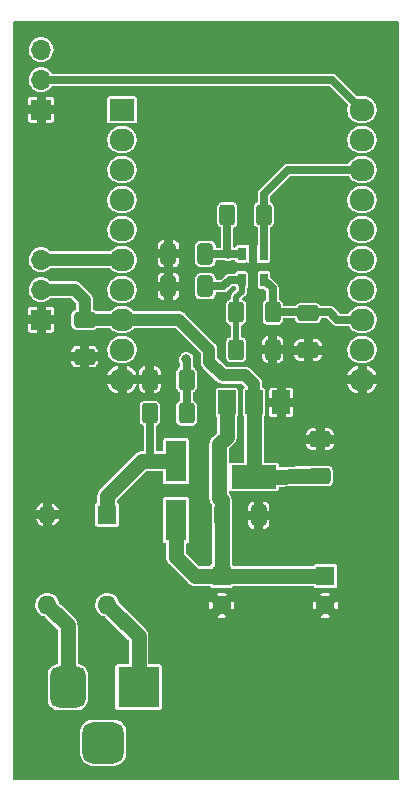
<source format=gbr>
%TF.GenerationSoftware,KiCad,Pcbnew,(6.0.0)*%
%TF.CreationDate,2022-01-07T23:51:12+01:00*%
%TF.ProjectId,50Hz_Monitor,3530487a-5f4d-46f6-9e69-746f722e6b69,rev?*%
%TF.SameCoordinates,Original*%
%TF.FileFunction,Copper,L1,Top*%
%TF.FilePolarity,Positive*%
%FSLAX46Y46*%
G04 Gerber Fmt 4.6, Leading zero omitted, Abs format (unit mm)*
G04 Created by KiCad (PCBNEW (6.0.0)) date 2022-01-07 23:51:12*
%MOMM*%
%LPD*%
G01*
G04 APERTURE LIST*
G04 Aperture macros list*
%AMRoundRect*
0 Rectangle with rounded corners*
0 $1 Rounding radius*
0 $2 $3 $4 $5 $6 $7 $8 $9 X,Y pos of 4 corners*
0 Add a 4 corners polygon primitive as box body*
4,1,4,$2,$3,$4,$5,$6,$7,$8,$9,$2,$3,0*
0 Add four circle primitives for the rounded corners*
1,1,$1+$1,$2,$3*
1,1,$1+$1,$4,$5*
1,1,$1+$1,$6,$7*
1,1,$1+$1,$8,$9*
0 Add four rect primitives between the rounded corners*
20,1,$1+$1,$2,$3,$4,$5,0*
20,1,$1+$1,$4,$5,$6,$7,0*
20,1,$1+$1,$6,$7,$8,$9,0*
20,1,$1+$1,$8,$9,$2,$3,0*%
G04 Aperture macros list end*
%TA.AperFunction,ComponentPad*%
%ADD10O,2.100000X1.900000*%
%TD*%
%TA.AperFunction,ComponentPad*%
%ADD11R,2.100000X1.900000*%
%TD*%
%TA.AperFunction,SMDPad,CuDef*%
%ADD12RoundRect,0.250000X0.412500X0.650000X-0.412500X0.650000X-0.412500X-0.650000X0.412500X-0.650000X0*%
%TD*%
%TA.AperFunction,ComponentPad*%
%ADD13R,1.600000X1.600000*%
%TD*%
%TA.AperFunction,ComponentPad*%
%ADD14C,1.600000*%
%TD*%
%TA.AperFunction,SMDPad,CuDef*%
%ADD15RoundRect,0.250000X-0.412500X-0.650000X0.412500X-0.650000X0.412500X0.650000X-0.412500X0.650000X0*%
%TD*%
%TA.AperFunction,SMDPad,CuDef*%
%ADD16RoundRect,0.250000X0.650000X-0.412500X0.650000X0.412500X-0.650000X0.412500X-0.650000X-0.412500X0*%
%TD*%
%TA.AperFunction,SMDPad,CuDef*%
%ADD17R,1.800000X3.500000*%
%TD*%
%TA.AperFunction,ComponentPad*%
%ADD18R,3.500000X3.500000*%
%TD*%
%TA.AperFunction,ComponentPad*%
%ADD19RoundRect,0.750000X-0.750000X-1.000000X0.750000X-1.000000X0.750000X1.000000X-0.750000X1.000000X0*%
%TD*%
%TA.AperFunction,ComponentPad*%
%ADD20RoundRect,0.875000X-0.875000X-0.875000X0.875000X-0.875000X0.875000X0.875000X-0.875000X0.875000X0*%
%TD*%
%TA.AperFunction,ComponentPad*%
%ADD21R,1.700000X1.700000*%
%TD*%
%TA.AperFunction,ComponentPad*%
%ADD22O,1.700000X1.700000*%
%TD*%
%TA.AperFunction,SMDPad,CuDef*%
%ADD23RoundRect,0.250000X-0.400000X-0.625000X0.400000X-0.625000X0.400000X0.625000X-0.400000X0.625000X0*%
%TD*%
%TA.AperFunction,SMDPad,CuDef*%
%ADD24RoundRect,0.250000X0.400000X0.625000X-0.400000X0.625000X-0.400000X-0.625000X0.400000X-0.625000X0*%
%TD*%
%TA.AperFunction,ComponentPad*%
%ADD25O,1.600000X1.600000*%
%TD*%
%TA.AperFunction,SMDPad,CuDef*%
%ADD26R,1.500000X2.000000*%
%TD*%
%TA.AperFunction,SMDPad,CuDef*%
%ADD27R,3.800000X2.000000*%
%TD*%
%TA.AperFunction,SMDPad,CuDef*%
%ADD28R,0.650000X1.060000*%
%TD*%
%TA.AperFunction,SMDPad,CuDef*%
%ADD29RoundRect,0.250000X-0.650000X0.412500X-0.650000X-0.412500X0.650000X-0.412500X0.650000X0.412500X0*%
%TD*%
%TA.AperFunction,ViaPad*%
%ADD30C,0.812800*%
%TD*%
%TA.AperFunction,Conductor*%
%ADD31C,0.635000*%
%TD*%
%TA.AperFunction,Conductor*%
%ADD32C,1.270000*%
%TD*%
%TA.AperFunction,Conductor*%
%ADD33C,1.016000*%
%TD*%
%TA.AperFunction,Conductor*%
%ADD34C,0.381000*%
%TD*%
%TA.AperFunction,Conductor*%
%ADD35C,0.508000*%
%TD*%
G04 APERTURE END LIST*
D10*
%TO.P,A1,20,TX*%
%TO.N,Net-(A1-Pad20)*%
X130048000Y-88900000D03*
%TO.P,A1,19,RX*%
%TO.N,Net-(A1-Pad19)*%
X130048000Y-91440000D03*
%TO.P,A1,18,5*%
%TO.N,Net-(A1-Pad18)*%
X130048000Y-93980000D03*
%TO.P,A1,17,4*%
%TO.N,unconnected-(A1-Pad17)*%
X130048000Y-96520000D03*
%TO.P,A1,16,0*%
%TO.N,unconnected-(A1-Pad16)*%
X130048000Y-99060000D03*
%TO.P,A1,15,2*%
%TO.N,unconnected-(A1-Pad15)*%
X130048000Y-101600000D03*
%TO.P,A1,14,15*%
%TO.N,unconnected-(A1-Pad14)*%
X130048000Y-104140000D03*
%TO.P,A1,13,3V*%
%TO.N,+3V3*%
X130048000Y-106680000D03*
%TO.P,A1,12,LDO*%
%TO.N,unconnected-(A1-Pad12)*%
X130048000Y-109220000D03*
%TO.P,A1,11,GND*%
%TO.N,GND*%
X130048000Y-111760000D03*
%TO.P,A1,10,GND*%
X109728000Y-111760000D03*
%TO.P,A1,9,VBat*%
%TO.N,unconnected-(A1-Pad9)*%
X109728000Y-109220000D03*
%TO.P,A1,8,V+*%
%TO.N,+5V*%
X109728000Y-106680000D03*
%TO.P,A1,7,13*%
%TO.N,unconnected-(A1-Pad7)*%
X109728000Y-104140000D03*
%TO.P,A1,6,12*%
%TO.N,Net-(A1-Pad6)*%
X109728000Y-101600000D03*
%TO.P,A1,5,14*%
%TO.N,unconnected-(A1-Pad5)*%
X109728000Y-99060000D03*
%TO.P,A1,4,16*%
%TO.N,unconnected-(A1-Pad4)*%
X109728000Y-96520000D03*
%TO.P,A1,3,EN*%
%TO.N,unconnected-(A1-Pad3)*%
X109728000Y-93980000D03*
%TO.P,A1,2,A*%
%TO.N,unconnected-(A1-Pad2)*%
X109728000Y-91440000D03*
D11*
%TO.P,A1,1,~{RST}*%
%TO.N,unconnected-(A1-Pad1)*%
X109728000Y-88900000D03*
%TD*%
D12*
%TO.P,C1,1*%
%TO.N,Net-(C1-Pad1)*%
X116776900Y-101092000D03*
%TO.P,C1,2*%
%TO.N,GND*%
X113651900Y-101092000D03*
%TD*%
D13*
%TO.P,C2,1*%
%TO.N,+12V*%
X126949200Y-128378606D03*
D14*
%TO.P,C2,2*%
%TO.N,GND*%
X126949200Y-130878606D03*
%TD*%
%TO.P,C3,2*%
%TO.N,GND*%
X118160800Y-130878605D03*
D13*
%TO.P,C3,1*%
%TO.N,+12V*%
X118160800Y-128378605D03*
%TD*%
D15*
%TO.P,C4,1*%
%TO.N,+12V*%
X118173100Y-123240800D03*
%TO.P,C4,2*%
%TO.N,GND*%
X121298100Y-123240800D03*
%TD*%
D16*
%TO.P,C5,1*%
%TO.N,+5V*%
X126492000Y-119926500D03*
%TO.P,C5,2*%
%TO.N,GND*%
X126492000Y-116801500D03*
%TD*%
D17*
%TO.P,D2,2,A*%
%TO.N,Net-(D1-Pad1)*%
X114300000Y-118658000D03*
%TO.P,D2,1,K*%
%TO.N,+12V*%
X114300000Y-123658000D03*
%TD*%
D18*
%TO.P,J1,1*%
%TO.N,Net-(D1-Pad4)*%
X111125000Y-137795000D03*
D19*
%TO.P,J1,2*%
%TO.N,Net-(D1-Pad3)*%
X105125000Y-137795000D03*
D20*
%TO.P,J1,3*%
%TO.N,N/C*%
X108125000Y-142495000D03*
%TD*%
D21*
%TO.P,J2,1,Pin_1*%
%TO.N,GND*%
X102870000Y-88900000D03*
D22*
%TO.P,J2,2,Pin_2*%
%TO.N,Net-(A1-Pad20)*%
X102870000Y-86360000D03*
%TO.P,J2,3,Pin_3*%
%TO.N,Net-(A1-Pad19)*%
X102870000Y-83820000D03*
%TD*%
D21*
%TO.P,J3,1,Pin_1*%
%TO.N,GND*%
X102870000Y-106680000D03*
D22*
%TO.P,J3,2,Pin_2*%
%TO.N,+5V*%
X102870000Y-104140000D03*
%TO.P,J3,3,Pin_3*%
%TO.N,Net-(A1-Pad6)*%
X102870000Y-101600000D03*
%TD*%
D23*
%TO.P,R1,1*%
%TO.N,Net-(D1-Pad1)*%
X112089000Y-114604800D03*
%TO.P,R1,2*%
%TO.N,Net-(C1-Pad1)*%
X115189000Y-114604800D03*
%TD*%
D24*
%TO.P,R2,1*%
%TO.N,Net-(C1-Pad1)*%
X115189000Y-111760000D03*
%TO.P,R2,2*%
%TO.N,GND*%
X112089000Y-111760000D03*
%TD*%
D23*
%TO.P,R5,1*%
%TO.N,Net-(C1-Pad1)*%
X118642800Y-97790000D03*
%TO.P,R5,2*%
%TO.N,Net-(A1-Pad18)*%
X121742800Y-97790000D03*
%TD*%
D13*
%TO.P,D1,1,+*%
%TO.N,Net-(D1-Pad1)*%
X108470400Y-123190000D03*
D25*
%TO.P,D1,2,-*%
%TO.N,GND*%
X103390400Y-123190000D03*
%TO.P,D1,3*%
%TO.N,Net-(D1-Pad3)*%
X103390400Y-130810000D03*
%TO.P,D1,4*%
%TO.N,Net-(D1-Pad4)*%
X108470400Y-130810000D03*
%TD*%
D26*
%TO.P,U2,3,VI*%
%TO.N,+12V*%
X118604000Y-113690000D03*
D27*
%TO.P,U2,2,VO*%
%TO.N,+5V*%
X120904000Y-119990000D03*
D26*
X120904000Y-113690000D03*
%TO.P,U2,1,GND*%
%TO.N,GND*%
X123204000Y-113690000D03*
%TD*%
D23*
%TO.P,R4,1*%
%TO.N,Net-(C8-Pad1)*%
X119380000Y-109220000D03*
%TO.P,R4,2*%
%TO.N,GND*%
X122480000Y-109220000D03*
%TD*%
D28*
%TO.P,U1,1*%
%TO.N,Net-(A1-Pad18)*%
X121752400Y-101109600D03*
%TO.P,U1,2,V-*%
%TO.N,GND*%
X120802400Y-101109600D03*
%TO.P,U1,3,+*%
%TO.N,Net-(C1-Pad1)*%
X119852400Y-101109600D03*
%TO.P,U1,4,-*%
%TO.N,Net-(C8-Pad1)*%
X119852400Y-103309600D03*
%TO.P,U1,5,V+*%
%TO.N,+3V3*%
X121752400Y-103309600D03*
%TD*%
D24*
%TO.P,R3,1*%
%TO.N,+3V3*%
X122480000Y-106045000D03*
%TO.P,R3,2*%
%TO.N,Net-(C8-Pad1)*%
X119380000Y-106045000D03*
%TD*%
D29*
%TO.P,C6,1*%
%TO.N,+5V*%
X106553000Y-106680000D03*
%TO.P,C6,2*%
%TO.N,GND*%
X106553000Y-109805000D03*
%TD*%
%TO.P,C7,1*%
%TO.N,+3V3*%
X125476000Y-106133500D03*
%TO.P,C7,2*%
%TO.N,GND*%
X125476000Y-109258500D03*
%TD*%
D12*
%TO.P,C8,1*%
%TO.N,Net-(C8-Pad1)*%
X116776900Y-103835200D03*
%TO.P,C8,2*%
%TO.N,GND*%
X113651900Y-103835200D03*
%TD*%
D30*
%TO.N,Net-(C1-Pad1)*%
X118668800Y-101092000D03*
X115163600Y-110032800D03*
%TD*%
D31*
%TO.N,Net-(A1-Pad20)*%
X127508000Y-86360000D02*
X102870000Y-86360000D01*
X130048000Y-88900000D02*
X127508000Y-86360000D01*
D32*
%TO.N,Net-(D1-Pad3)*%
X105125000Y-132544600D02*
X103390400Y-130810000D01*
X105125000Y-137795000D02*
X105125000Y-132544600D01*
%TO.N,Net-(D1-Pad4)*%
X111125000Y-133464600D02*
X108470400Y-130810000D01*
X111125000Y-137795000D02*
X111125000Y-133464600D01*
%TO.N,+12V*%
X118173100Y-121983100D02*
X118173100Y-123240800D01*
X117957600Y-121767600D02*
X118173100Y-121983100D01*
X117957600Y-117246400D02*
X117957600Y-121767600D01*
X118604000Y-113690000D02*
X118590000Y-116614000D01*
X118590000Y-116614000D02*
X117957600Y-117246400D01*
D33*
%TO.N,+5V*%
X114554000Y-106680000D02*
X109728000Y-106680000D01*
X117094000Y-109220000D02*
X114554000Y-106680000D01*
X118237000Y-111379000D02*
X117094000Y-110236000D01*
X120142000Y-111379000D02*
X118237000Y-111379000D01*
X120904000Y-112141000D02*
X120142000Y-111379000D01*
X117094000Y-110236000D02*
X117094000Y-109220000D01*
X120904000Y-113690000D02*
X120904000Y-112141000D01*
D32*
X120904000Y-119990000D02*
X126492000Y-119926500D01*
X120904000Y-113690000D02*
X120904000Y-119990000D01*
%TO.N,+12V*%
X118160800Y-123228500D02*
X118173100Y-123240800D01*
D31*
%TO.N,Net-(C1-Pad1)*%
X115189000Y-110058200D02*
X115163600Y-110032800D01*
X115189000Y-111760000D02*
X115189000Y-110058200D01*
%TO.N,Net-(C8-Pad1)*%
X118313200Y-103835200D02*
X116776906Y-103835200D01*
X118838802Y-103309598D02*
X118313200Y-103835200D01*
X119852389Y-103309598D02*
X118838802Y-103309598D01*
D32*
%TO.N,+12V*%
X115932605Y-128378605D02*
X118160800Y-128378605D01*
X114300000Y-123658000D02*
X114300000Y-126746000D01*
X114300000Y-126746000D02*
X115932605Y-128378605D01*
D31*
%TO.N,Net-(C1-Pad1)*%
X115189000Y-114604800D02*
X115189000Y-111760000D01*
%TO.N,Net-(D1-Pad1)*%
X112089000Y-118390600D02*
X111821600Y-118658000D01*
X112089000Y-114604800D02*
X112089000Y-118390600D01*
D32*
X111821600Y-118658000D02*
X114300000Y-118658000D01*
X111415200Y-118658000D02*
X111821600Y-118658000D01*
X108470400Y-121602800D02*
X111415200Y-118658000D01*
X108470400Y-123190000D02*
X108470400Y-121602800D01*
%TO.N,+12V*%
X118160800Y-128378605D02*
X126949200Y-128378606D01*
X118173100Y-123240800D02*
X118152289Y-123219989D01*
X118160800Y-123253100D02*
X118173100Y-123240800D01*
X118160800Y-128378605D02*
X118160800Y-123253100D01*
D31*
%TO.N,Net-(C1-Pad1)*%
X118642800Y-97790000D02*
X118642800Y-101066000D01*
X118642800Y-101066000D02*
X118668800Y-101092000D01*
X118668800Y-101092000D02*
X119834812Y-101092000D01*
D34*
X119834800Y-101092000D02*
X119852400Y-101109600D01*
D31*
X116776900Y-101092000D02*
X118668800Y-101092000D01*
%TO.N,Net-(A1-Pad18)*%
X123799600Y-93980000D02*
X130048000Y-93980000D01*
X121742800Y-97790000D02*
X121742800Y-96036800D01*
X121742800Y-96036800D02*
X123799600Y-93980000D01*
X121752400Y-97799600D02*
X121742800Y-97790000D01*
X121752400Y-101109600D02*
X121752400Y-97799600D01*
D33*
%TO.N,Net-(A1-Pad6)*%
X102870000Y-101600000D02*
X109728000Y-101600000D01*
%TO.N,+5V*%
X106553000Y-106680000D02*
X106553000Y-104978200D01*
X105714800Y-104140000D02*
X102870000Y-104140000D01*
X106553000Y-104978200D02*
X105714800Y-104140000D01*
X106553000Y-106680000D02*
X109728000Y-106680000D01*
D31*
%TO.N,+3V3*%
X126034800Y-106031900D02*
X127317100Y-106031900D01*
X126034800Y-106031900D02*
X122493100Y-106031900D01*
X127317100Y-106031900D02*
X127965200Y-106680000D01*
X122480000Y-106045000D02*
X122478800Y-106043800D01*
X122478800Y-104036000D02*
X121752400Y-103309600D01*
X127965200Y-106680000D02*
X130048000Y-106680000D01*
X122478800Y-106043800D02*
X122478800Y-104036000D01*
X122493100Y-106031900D02*
X122480000Y-106045000D01*
D35*
%TO.N,Net-(C8-Pad1)*%
X119852389Y-104302611D02*
X119852389Y-103309598D01*
X119380000Y-109220000D02*
X119380000Y-106045000D01*
X119380000Y-106045000D02*
X119380000Y-104775000D01*
X119380000Y-104775000D02*
X119852389Y-104302611D01*
%TD*%
%TA.AperFunction,Conductor*%
%TO.N,GND*%
G36*
X133170738Y-81449993D02*
G01*
X133196458Y-81494542D01*
X133197600Y-81507600D01*
X133197600Y-145568400D01*
X133180007Y-145616738D01*
X133135458Y-145642458D01*
X133122400Y-145643600D01*
X100557600Y-145643600D01*
X100509262Y-145626007D01*
X100483542Y-145581458D01*
X100482400Y-145568400D01*
X100482400Y-143452590D01*
X106171300Y-143452590D01*
X106171371Y-143453734D01*
X106173946Y-143495403D01*
X106174241Y-143500181D01*
X106218266Y-143701254D01*
X106299518Y-143890374D01*
X106301526Y-143893334D01*
X106301528Y-143893338D01*
X106413052Y-144057749D01*
X106413056Y-144057754D01*
X106415066Y-144060717D01*
X106560741Y-144206138D01*
X106731286Y-144321388D01*
X106920548Y-144402311D01*
X107121697Y-144445984D01*
X107140791Y-144447118D01*
X107166308Y-144448635D01*
X107166324Y-144448635D01*
X107167410Y-144448700D01*
X109082590Y-144448700D01*
X109106324Y-144447233D01*
X109127289Y-144445938D01*
X109127293Y-144445937D01*
X109130181Y-144445759D01*
X109331254Y-144401734D01*
X109334543Y-144400321D01*
X109517086Y-144321895D01*
X109517089Y-144321893D01*
X109520374Y-144320482D01*
X109523334Y-144318474D01*
X109523338Y-144318472D01*
X109687749Y-144206948D01*
X109687754Y-144206944D01*
X109690717Y-144204934D01*
X109836138Y-144059259D01*
X109951388Y-143888714D01*
X110032311Y-143699452D01*
X110075984Y-143498303D01*
X110077118Y-143479209D01*
X110078635Y-143453692D01*
X110078635Y-143453676D01*
X110078700Y-143452590D01*
X110078700Y-141537410D01*
X110077233Y-141513676D01*
X110075938Y-141492711D01*
X110075937Y-141492707D01*
X110075759Y-141489819D01*
X110031734Y-141288746D01*
X109950482Y-141099626D01*
X109948474Y-141096666D01*
X109948472Y-141096662D01*
X109836948Y-140932251D01*
X109836944Y-140932246D01*
X109834934Y-140929283D01*
X109689259Y-140783862D01*
X109518714Y-140668612D01*
X109329452Y-140587689D01*
X109128303Y-140544016D01*
X109109209Y-140542882D01*
X109083692Y-140541365D01*
X109083676Y-140541365D01*
X109082590Y-140541300D01*
X107167410Y-140541300D01*
X107143676Y-140542767D01*
X107122711Y-140544062D01*
X107122707Y-140544063D01*
X107119819Y-140544241D01*
X106918746Y-140588266D01*
X106915458Y-140589679D01*
X106915457Y-140589679D01*
X106732914Y-140668105D01*
X106732911Y-140668107D01*
X106729626Y-140669518D01*
X106726666Y-140671526D01*
X106726662Y-140671528D01*
X106562251Y-140783052D01*
X106562246Y-140783056D01*
X106559283Y-140785066D01*
X106413862Y-140930741D01*
X106298612Y-141101286D01*
X106217689Y-141290548D01*
X106174016Y-141491697D01*
X106173844Y-141494597D01*
X106171368Y-141536266D01*
X106171300Y-141537410D01*
X106171300Y-143452590D01*
X100482400Y-143452590D01*
X100482400Y-130795918D01*
X102381942Y-130795918D01*
X102398413Y-130992064D01*
X102452668Y-131181274D01*
X102542642Y-131356343D01*
X102664906Y-131510602D01*
X102814803Y-131638175D01*
X102818004Y-131639964D01*
X102818007Y-131639966D01*
X102891641Y-131681118D01*
X102986626Y-131734203D01*
X102990127Y-131735341D01*
X102990128Y-131735341D01*
X103170321Y-131793890D01*
X103170323Y-131793890D01*
X103172425Y-131794573D01*
X103172424Y-131794573D01*
X103173827Y-131795029D01*
X103173741Y-131795294D01*
X103208775Y-131814476D01*
X104264274Y-132869975D01*
X104286014Y-132916595D01*
X104286300Y-132923149D01*
X104286300Y-135775511D01*
X104268707Y-135823849D01*
X104224158Y-135849569D01*
X104217783Y-135850413D01*
X104205243Y-135851532D01*
X104199709Y-135853119D01*
X104022661Y-135903887D01*
X104022659Y-135903888D01*
X104019000Y-135904937D01*
X103847299Y-135994700D01*
X103697155Y-136117155D01*
X103574700Y-136267299D01*
X103484937Y-136439000D01*
X103431532Y-136625243D01*
X103421300Y-136739893D01*
X103421301Y-138850106D01*
X103431532Y-138964757D01*
X103484937Y-139151000D01*
X103574700Y-139322701D01*
X103697155Y-139472845D01*
X103847299Y-139595300D01*
X104019000Y-139685063D01*
X104022659Y-139686112D01*
X104022661Y-139686113D01*
X104201804Y-139737482D01*
X104205243Y-139738468D01*
X104249880Y-139742452D01*
X104318230Y-139748552D01*
X104318239Y-139748552D01*
X104319893Y-139748700D01*
X105125000Y-139748700D01*
X105930106Y-139748699D01*
X106044757Y-139738468D01*
X106124411Y-139715627D01*
X106227339Y-139686113D01*
X106227341Y-139686112D01*
X106231000Y-139685063D01*
X106402701Y-139595300D01*
X106552845Y-139472845D01*
X106675300Y-139322701D01*
X106765063Y-139151000D01*
X106818468Y-138964757D01*
X106828700Y-138850107D01*
X106828699Y-136739894D01*
X106818468Y-136625243D01*
X106765063Y-136439000D01*
X106675300Y-136267299D01*
X106552845Y-136117155D01*
X106402701Y-135994700D01*
X106231000Y-135904937D01*
X106227341Y-135903888D01*
X106227339Y-135903887D01*
X106048196Y-135852518D01*
X106048195Y-135852518D01*
X106044757Y-135851532D01*
X106032217Y-135850413D01*
X105985634Y-135828594D01*
X105963975Y-135781936D01*
X105963700Y-135775511D01*
X105963700Y-132583022D01*
X105963964Y-132576729D01*
X105968052Y-132528053D01*
X105968052Y-132528050D01*
X105968393Y-132523988D01*
X105957817Y-132444722D01*
X105957599Y-132442926D01*
X105949405Y-132367488D01*
X105949404Y-132367486D01*
X105948965Y-132363440D01*
X105947667Y-132359582D01*
X105946792Y-132355603D01*
X105946833Y-132355594D01*
X105945844Y-132351342D01*
X105945803Y-132351352D01*
X105944832Y-132347397D01*
X105944293Y-132343362D01*
X105916937Y-132268203D01*
X105916335Y-132266482D01*
X105892142Y-132194592D01*
X105892140Y-132194587D01*
X105890842Y-132190731D01*
X105888746Y-132187243D01*
X105887036Y-132183542D01*
X105887074Y-132183525D01*
X105885194Y-132179585D01*
X105885157Y-132179603D01*
X105883361Y-132175952D01*
X105881968Y-132172126D01*
X105879787Y-132168690D01*
X105879785Y-132168685D01*
X105839117Y-132104602D01*
X105838151Y-132103039D01*
X105799085Y-132038023D01*
X105796988Y-132034533D01*
X105794190Y-132031574D01*
X105791729Y-132028332D01*
X105791762Y-132028307D01*
X105787876Y-132023314D01*
X105787844Y-132023338D01*
X105786099Y-132021031D01*
X105785997Y-132020900D01*
X105785982Y-132020876D01*
X105785981Y-132020874D01*
X105784326Y-132018267D01*
X105780589Y-132014088D01*
X105727342Y-131960841D01*
X105725878Y-131959336D01*
X105720653Y-131953811D01*
X105671783Y-131902132D01*
X105668418Y-131899845D01*
X105668413Y-131899841D01*
X105667830Y-131899445D01*
X105656923Y-131890422D01*
X104562419Y-130795918D01*
X107461942Y-130795918D01*
X107478413Y-130992064D01*
X107532668Y-131181274D01*
X107622642Y-131356343D01*
X107744906Y-131510602D01*
X107894803Y-131638175D01*
X107898004Y-131639964D01*
X107898007Y-131639966D01*
X107971641Y-131681118D01*
X108066626Y-131734203D01*
X108070127Y-131735341D01*
X108070128Y-131735341D01*
X108250321Y-131793890D01*
X108250323Y-131793890D01*
X108252425Y-131794573D01*
X108252424Y-131794573D01*
X108253827Y-131795029D01*
X108253741Y-131795294D01*
X108288775Y-131814476D01*
X110264274Y-133789975D01*
X110286014Y-133836595D01*
X110286300Y-133843149D01*
X110286300Y-135766100D01*
X110268707Y-135814438D01*
X110224158Y-135840158D01*
X110211100Y-135841300D01*
X109354936Y-135841300D01*
X109295520Y-135853119D01*
X109228140Y-135898140D01*
X109183119Y-135965520D01*
X109171300Y-136024936D01*
X109171300Y-139565064D01*
X109183119Y-139624480D01*
X109228140Y-139691860D01*
X109295520Y-139736881D01*
X109354936Y-139748700D01*
X112895064Y-139748700D01*
X112954480Y-139736881D01*
X113021860Y-139691860D01*
X113066881Y-139624480D01*
X113078700Y-139565064D01*
X113078700Y-136024936D01*
X113066881Y-135965520D01*
X113021860Y-135898140D01*
X112954480Y-135853119D01*
X112895064Y-135841300D01*
X112038900Y-135841300D01*
X111990562Y-135823707D01*
X111964842Y-135779158D01*
X111963700Y-135766100D01*
X111963700Y-133503022D01*
X111963964Y-133496729D01*
X111968052Y-133448053D01*
X111968052Y-133448050D01*
X111968393Y-133443988D01*
X111957817Y-133364722D01*
X111957599Y-133362926D01*
X111949405Y-133287488D01*
X111949404Y-133287486D01*
X111948965Y-133283440D01*
X111947667Y-133279582D01*
X111946792Y-133275603D01*
X111946833Y-133275594D01*
X111945844Y-133271342D01*
X111945803Y-133271352D01*
X111944832Y-133267397D01*
X111944293Y-133263362D01*
X111916948Y-133188232D01*
X111916341Y-133186498D01*
X111892142Y-133114594D01*
X111890842Y-133110731D01*
X111888743Y-133107237D01*
X111887035Y-133103542D01*
X111887073Y-133103524D01*
X111885198Y-133099593D01*
X111885160Y-133099612D01*
X111883361Y-133095957D01*
X111881967Y-133092126D01*
X111839132Y-133024629D01*
X111838186Y-133023097D01*
X111799083Y-132958020D01*
X111796988Y-132954533D01*
X111794194Y-132951578D01*
X111791727Y-132948328D01*
X111791760Y-132948303D01*
X111787871Y-132943308D01*
X111787839Y-132943332D01*
X111786094Y-132941025D01*
X111785990Y-132940891D01*
X111785975Y-132940867D01*
X111784325Y-132938267D01*
X111780588Y-132934087D01*
X111727342Y-132880841D01*
X111725878Y-132879336D01*
X111674581Y-132825091D01*
X111671783Y-132822132D01*
X111668418Y-132819845D01*
X111668413Y-132819841D01*
X111667830Y-132819445D01*
X111656923Y-132810422D01*
X110693290Y-131846789D01*
X117736662Y-131846789D01*
X117737143Y-131848586D01*
X117737788Y-131849169D01*
X117740296Y-131850264D01*
X117929876Y-131911862D01*
X117937024Y-131913434D01*
X118134962Y-131937037D01*
X118142294Y-131937190D01*
X118341043Y-131921897D01*
X118348252Y-131920626D01*
X118540257Y-131867018D01*
X118547079Y-131864371D01*
X118575553Y-131849987D01*
X118578556Y-131846790D01*
X126525062Y-131846790D01*
X126525543Y-131848587D01*
X126526188Y-131849170D01*
X126528696Y-131850265D01*
X126718276Y-131911863D01*
X126725424Y-131913435D01*
X126923362Y-131937038D01*
X126930694Y-131937191D01*
X127129443Y-131921898D01*
X127136652Y-131920627D01*
X127328657Y-131867019D01*
X127335479Y-131864372D01*
X127363953Y-131849988D01*
X127371352Y-131842110D01*
X127371408Y-131841104D01*
X127369211Y-131837433D01*
X126958577Y-131426799D01*
X126948778Y-131422230D01*
X126942787Y-131423835D01*
X126529631Y-131836991D01*
X126525062Y-131846790D01*
X118578556Y-131846790D01*
X118582952Y-131842109D01*
X118583008Y-131841103D01*
X118580811Y-131837432D01*
X118170177Y-131426798D01*
X118160378Y-131422229D01*
X118154387Y-131423834D01*
X117741231Y-131836990D01*
X117736662Y-131846789D01*
X110693290Y-131846789D01*
X109713990Y-130867489D01*
X117102111Y-130867489D01*
X117118791Y-131066126D01*
X117120113Y-131073328D01*
X117175060Y-131264949D01*
X117177756Y-131271759D01*
X117189033Y-131293701D01*
X117196965Y-131301046D01*
X117198112Y-131301102D01*
X117201578Y-131299011D01*
X117612607Y-130887982D01*
X117616782Y-130879027D01*
X118704424Y-130879027D01*
X118706029Y-130885018D01*
X119119472Y-131298461D01*
X119128097Y-131302483D01*
X119132673Y-131296344D01*
X119192419Y-131116741D01*
X119194042Y-131109596D01*
X119219223Y-130910267D01*
X119219516Y-130906074D01*
X119219871Y-130880704D01*
X119219695Y-130876512D01*
X119218810Y-130867490D01*
X125890511Y-130867490D01*
X125907191Y-131066127D01*
X125908513Y-131073329D01*
X125963460Y-131264950D01*
X125966156Y-131271760D01*
X125977433Y-131293702D01*
X125985365Y-131301047D01*
X125986512Y-131301103D01*
X125989978Y-131299012D01*
X126401007Y-130887983D01*
X126405182Y-130879028D01*
X127492824Y-130879028D01*
X127494429Y-130885019D01*
X127907872Y-131298462D01*
X127916497Y-131302484D01*
X127921073Y-131296345D01*
X127980819Y-131116742D01*
X127982442Y-131109597D01*
X128007623Y-130910268D01*
X128007916Y-130906075D01*
X128008271Y-130880705D01*
X128008095Y-130876513D01*
X127988490Y-130676559D01*
X127987064Y-130669363D01*
X127929450Y-130478534D01*
X127926661Y-130471768D01*
X127921846Y-130462712D01*
X127913810Y-130455476D01*
X127912378Y-130455426D01*
X127909325Y-130457297D01*
X127497393Y-130869229D01*
X127492824Y-130879028D01*
X126405182Y-130879028D01*
X126405576Y-130878184D01*
X126403971Y-130872193D01*
X125991299Y-130459521D01*
X125981500Y-130454952D01*
X125979838Y-130455397D01*
X125977763Y-130457710D01*
X125977517Y-130458158D01*
X125974631Y-130464891D01*
X125914357Y-130654900D01*
X125912834Y-130662065D01*
X125890614Y-130860157D01*
X125890511Y-130867490D01*
X119218810Y-130867490D01*
X119200090Y-130676558D01*
X119198664Y-130669362D01*
X119141050Y-130478533D01*
X119138261Y-130471767D01*
X119133446Y-130462711D01*
X119125410Y-130455475D01*
X119123978Y-130455425D01*
X119120925Y-130457296D01*
X118708993Y-130869228D01*
X118704424Y-130879027D01*
X117616782Y-130879027D01*
X117617176Y-130878183D01*
X117615571Y-130872192D01*
X117202899Y-130459520D01*
X117193100Y-130454951D01*
X117191438Y-130455396D01*
X117189363Y-130457709D01*
X117189117Y-130458157D01*
X117186231Y-130464890D01*
X117125957Y-130654899D01*
X117124434Y-130662064D01*
X117102214Y-130860156D01*
X117102111Y-130867489D01*
X109713990Y-130867489D01*
X109472734Y-130626233D01*
X109453918Y-130594794D01*
X109403919Y-130429190D01*
X109402856Y-130425669D01*
X109310448Y-130251874D01*
X109186042Y-130099337D01*
X109034377Y-129973869D01*
X108926781Y-129915692D01*
X117737980Y-129915692D01*
X117739961Y-129918950D01*
X118151423Y-130330412D01*
X118161222Y-130334981D01*
X118167213Y-130333376D01*
X118579438Y-129921151D01*
X118581983Y-129915693D01*
X126526380Y-129915693D01*
X126528361Y-129918951D01*
X126939823Y-130330413D01*
X126949622Y-130334982D01*
X126955613Y-130333377D01*
X127367838Y-129921152D01*
X127372407Y-129911353D01*
X127371999Y-129909829D01*
X127369504Y-129907606D01*
X127362847Y-129904007D01*
X127356110Y-129901175D01*
X127165674Y-129842225D01*
X127158505Y-129840754D01*
X126960249Y-129819916D01*
X126952936Y-129819865D01*
X126754403Y-129837933D01*
X126747215Y-129839305D01*
X126555987Y-129895586D01*
X126549192Y-129898331D01*
X126533724Y-129906418D01*
X126526434Y-129914402D01*
X126526380Y-129915693D01*
X118581983Y-129915693D01*
X118584007Y-129911352D01*
X118583599Y-129909828D01*
X118581104Y-129907605D01*
X118574447Y-129904006D01*
X118567710Y-129901174D01*
X118377274Y-129842224D01*
X118370105Y-129840753D01*
X118171849Y-129819915D01*
X118164536Y-129819864D01*
X117966003Y-129837932D01*
X117958815Y-129839304D01*
X117767587Y-129895585D01*
X117760792Y-129898330D01*
X117745324Y-129906417D01*
X117738034Y-129914401D01*
X117737980Y-129915692D01*
X108926781Y-129915692D01*
X108861231Y-129880249D01*
X108816732Y-129866475D01*
X108676711Y-129823131D01*
X108676707Y-129823130D01*
X108673198Y-129822044D01*
X108537684Y-129807801D01*
X108481096Y-129801853D01*
X108481094Y-129801853D01*
X108477441Y-129801469D01*
X108379428Y-129810388D01*
X108285073Y-129818975D01*
X108285072Y-129818975D01*
X108281415Y-129819308D01*
X108277890Y-129820345D01*
X108277887Y-129820346D01*
X108096117Y-129873844D01*
X108096114Y-129873845D01*
X108092588Y-129874883D01*
X108089330Y-129876586D01*
X108089328Y-129876587D01*
X107921415Y-129964370D01*
X107918152Y-129966076D01*
X107915283Y-129968382D01*
X107915284Y-129968382D01*
X107767615Y-130087110D01*
X107767612Y-130087113D01*
X107764750Y-130089414D01*
X107638227Y-130240199D01*
X107543401Y-130412688D01*
X107542289Y-130416192D01*
X107542289Y-130416193D01*
X107539283Y-130425669D01*
X107483883Y-130600309D01*
X107461942Y-130795918D01*
X104562419Y-130795918D01*
X104392734Y-130626233D01*
X104373918Y-130594794D01*
X104323919Y-130429190D01*
X104322856Y-130425669D01*
X104230448Y-130251874D01*
X104106042Y-130099337D01*
X103954377Y-129973869D01*
X103781231Y-129880249D01*
X103736732Y-129866475D01*
X103596711Y-129823131D01*
X103596707Y-129823130D01*
X103593198Y-129822044D01*
X103457684Y-129807801D01*
X103401096Y-129801853D01*
X103401094Y-129801853D01*
X103397441Y-129801469D01*
X103299428Y-129810388D01*
X103205073Y-129818975D01*
X103205072Y-129818975D01*
X103201415Y-129819308D01*
X103197890Y-129820345D01*
X103197887Y-129820346D01*
X103016117Y-129873844D01*
X103016114Y-129873845D01*
X103012588Y-129874883D01*
X103009330Y-129876586D01*
X103009328Y-129876587D01*
X102841415Y-129964370D01*
X102838152Y-129966076D01*
X102835283Y-129968382D01*
X102835284Y-129968382D01*
X102687615Y-130087110D01*
X102687612Y-130087113D01*
X102684750Y-130089414D01*
X102558227Y-130240199D01*
X102463401Y-130412688D01*
X102462289Y-130416192D01*
X102462289Y-130416193D01*
X102459283Y-130425669D01*
X102403883Y-130600309D01*
X102381942Y-130795918D01*
X100482400Y-130795918D01*
X100482400Y-123576249D01*
X102405333Y-123576249D01*
X102405441Y-123578317D01*
X102407358Y-123583157D01*
X102498475Y-123760451D01*
X102502441Y-123766606D01*
X102626266Y-123922835D01*
X102631342Y-123928091D01*
X102783163Y-124057301D01*
X102789161Y-124061470D01*
X102963179Y-124158726D01*
X102969892Y-124161658D01*
X102996789Y-124170397D01*
X103007593Y-124170020D01*
X103008394Y-124169298D01*
X103009400Y-124165264D01*
X103009400Y-124164723D01*
X103771400Y-124164723D01*
X103775097Y-124174880D01*
X103776650Y-124175777D01*
X103776680Y-124175766D01*
X103954610Y-124085887D01*
X103960793Y-124081963D01*
X104052819Y-124010064D01*
X107466700Y-124010064D01*
X107478519Y-124069480D01*
X107523540Y-124136860D01*
X107590920Y-124181881D01*
X107650336Y-124193700D01*
X109290464Y-124193700D01*
X109349880Y-124181881D01*
X109417260Y-124136860D01*
X109462281Y-124069480D01*
X109474100Y-124010064D01*
X109474100Y-122369936D01*
X109462281Y-122310520D01*
X109417260Y-122243140D01*
X109349880Y-122198119D01*
X109350406Y-122197332D01*
X109317596Y-122167266D01*
X109309100Y-122132544D01*
X109309100Y-121981349D01*
X109326693Y-121933011D01*
X109331126Y-121928175D01*
X111740575Y-119518726D01*
X111787195Y-119496986D01*
X111793749Y-119496700D01*
X113121100Y-119496700D01*
X113169438Y-119514293D01*
X113195158Y-119558842D01*
X113196300Y-119571900D01*
X113196300Y-120428064D01*
X113208119Y-120487480D01*
X113253140Y-120554860D01*
X113320520Y-120599881D01*
X113379936Y-120611700D01*
X115220064Y-120611700D01*
X115279480Y-120599881D01*
X115346860Y-120554860D01*
X115391881Y-120487480D01*
X115403700Y-120428064D01*
X115403700Y-116887936D01*
X115391881Y-116828520D01*
X115346860Y-116761140D01*
X115279480Y-116716119D01*
X115220064Y-116704300D01*
X113379936Y-116704300D01*
X113320520Y-116716119D01*
X113253140Y-116761140D01*
X113208119Y-116828520D01*
X113196300Y-116887936D01*
X113196300Y-117744100D01*
X113178707Y-117792438D01*
X113134158Y-117818158D01*
X113121100Y-117819300D01*
X112685400Y-117819300D01*
X112637062Y-117801707D01*
X112611342Y-117757158D01*
X112610200Y-117744100D01*
X112610200Y-115721422D01*
X112627793Y-115673084D01*
X112660483Y-115650470D01*
X112698394Y-115637157D01*
X112698396Y-115637156D01*
X112703698Y-115635294D01*
X112813438Y-115554238D01*
X112823652Y-115540409D01*
X112891154Y-115449021D01*
X112891156Y-115449017D01*
X112894494Y-115444498D01*
X112939698Y-115315775D01*
X112942700Y-115284017D01*
X112942699Y-113925584D01*
X112942699Y-113925583D01*
X114335300Y-113925583D01*
X114335301Y-115284016D01*
X114335467Y-115285770D01*
X114335467Y-115285776D01*
X114337871Y-115311209D01*
X114338302Y-115315775D01*
X114339818Y-115320093D01*
X114339819Y-115320096D01*
X114363416Y-115387289D01*
X114383506Y-115444498D01*
X114386844Y-115449017D01*
X114386846Y-115449021D01*
X114454348Y-115540409D01*
X114464562Y-115554238D01*
X114469080Y-115557575D01*
X114569779Y-115631954D01*
X114569783Y-115631956D01*
X114574302Y-115635294D01*
X114703025Y-115680498D01*
X114707588Y-115680929D01*
X114707591Y-115680930D01*
X114733023Y-115683334D01*
X114733031Y-115683334D01*
X114734783Y-115683500D01*
X115187972Y-115683500D01*
X115643216Y-115683499D01*
X115644970Y-115683333D01*
X115644976Y-115683333D01*
X115670418Y-115680929D01*
X115670421Y-115680928D01*
X115674975Y-115680498D01*
X115679293Y-115678982D01*
X115679296Y-115678981D01*
X115760483Y-115650470D01*
X115803698Y-115635294D01*
X115808217Y-115631956D01*
X115808221Y-115631954D01*
X115908920Y-115557575D01*
X115913438Y-115554238D01*
X115923652Y-115540409D01*
X115991154Y-115449021D01*
X115991156Y-115449017D01*
X115994494Y-115444498D01*
X116039698Y-115315775D01*
X116042700Y-115284017D01*
X116042699Y-113925584D01*
X116042533Y-113923823D01*
X116040129Y-113898382D01*
X116040128Y-113898379D01*
X116039698Y-113893825D01*
X116038179Y-113889497D01*
X115996357Y-113770408D01*
X115994494Y-113765102D01*
X115991156Y-113760583D01*
X115991154Y-113760579D01*
X115916775Y-113659880D01*
X115913438Y-113655362D01*
X115803698Y-113574306D01*
X115798396Y-113572444D01*
X115798394Y-113572443D01*
X115760483Y-113559130D01*
X115720706Y-113526514D01*
X115710200Y-113488178D01*
X115710200Y-112876622D01*
X115727793Y-112828284D01*
X115760483Y-112805670D01*
X115798394Y-112792357D01*
X115798396Y-112792356D01*
X115803698Y-112790494D01*
X115913438Y-112709438D01*
X115943542Y-112668681D01*
X115991154Y-112604221D01*
X115991156Y-112604217D01*
X115994494Y-112599698D01*
X116039698Y-112470975D01*
X116040732Y-112460045D01*
X116042534Y-112440977D01*
X116042534Y-112440969D01*
X116042700Y-112439217D01*
X116042699Y-111080784D01*
X116042533Y-111079023D01*
X116040129Y-111053582D01*
X116040128Y-111053579D01*
X116039698Y-111049025D01*
X116038179Y-111044697D01*
X115996357Y-110925608D01*
X115994494Y-110920302D01*
X115991156Y-110915783D01*
X115991154Y-110915779D01*
X115916775Y-110815080D01*
X115913438Y-110810562D01*
X115803698Y-110729506D01*
X115798396Y-110727644D01*
X115798394Y-110727643D01*
X115760483Y-110714330D01*
X115720706Y-110681714D01*
X115710200Y-110643378D01*
X115710200Y-110323429D01*
X115715627Y-110295380D01*
X115735014Y-110247154D01*
X115757240Y-110191865D01*
X115778046Y-110045671D01*
X115778181Y-110032800D01*
X115765308Y-109926418D01*
X115760986Y-109890704D01*
X115760986Y-109890702D01*
X115760441Y-109886202D01*
X115758838Y-109881959D01*
X115709848Y-109752311D01*
X115709847Y-109752309D01*
X115708244Y-109748067D01*
X115624604Y-109626370D01*
X115615868Y-109618586D01*
X115569477Y-109577254D01*
X115514350Y-109528137D01*
X115383846Y-109459039D01*
X115312593Y-109441141D01*
X115245028Y-109424170D01*
X115245024Y-109424170D01*
X115240627Y-109423065D01*
X115236093Y-109423041D01*
X115236091Y-109423041D01*
X115165342Y-109422671D01*
X115092962Y-109422292D01*
X114949374Y-109456764D01*
X114945350Y-109458841D01*
X114945347Y-109458842D01*
X114822179Y-109522414D01*
X114822176Y-109522416D01*
X114818154Y-109524492D01*
X114814741Y-109527469D01*
X114814740Y-109527470D01*
X114810517Y-109531154D01*
X114706877Y-109621565D01*
X114684954Y-109652759D01*
X114637177Y-109720739D01*
X114621968Y-109742379D01*
X114568327Y-109879960D01*
X114549053Y-110026364D01*
X114549550Y-110030866D01*
X114549550Y-110030870D01*
X114558774Y-110114417D01*
X114565257Y-110173140D01*
X114566813Y-110177392D01*
X114566814Y-110177396D01*
X114590631Y-110242477D01*
X114616004Y-110311814D01*
X114618532Y-110315576D01*
X114655017Y-110369872D01*
X114667800Y-110411814D01*
X114667800Y-110643378D01*
X114650207Y-110691716D01*
X114617517Y-110714330D01*
X114579606Y-110727643D01*
X114579604Y-110727644D01*
X114574302Y-110729506D01*
X114464562Y-110810562D01*
X114461225Y-110815080D01*
X114386846Y-110915779D01*
X114386844Y-110915783D01*
X114383506Y-110920302D01*
X114338302Y-111049025D01*
X114335300Y-111080783D01*
X114335301Y-112439216D01*
X114335467Y-112440970D01*
X114335467Y-112440976D01*
X114337871Y-112466409D01*
X114338302Y-112470975D01*
X114339818Y-112475293D01*
X114339819Y-112475296D01*
X114362200Y-112539026D01*
X114383506Y-112599698D01*
X114386844Y-112604217D01*
X114386846Y-112604221D01*
X114434458Y-112668681D01*
X114464562Y-112709438D01*
X114574302Y-112790494D01*
X114579604Y-112792356D01*
X114579606Y-112792357D01*
X114617517Y-112805670D01*
X114657294Y-112838286D01*
X114667800Y-112876622D01*
X114667800Y-113488178D01*
X114650207Y-113536516D01*
X114617517Y-113559130D01*
X114579606Y-113572443D01*
X114579604Y-113572444D01*
X114574302Y-113574306D01*
X114464562Y-113655362D01*
X114461225Y-113659880D01*
X114386846Y-113760579D01*
X114386844Y-113760583D01*
X114383506Y-113765102D01*
X114338302Y-113893825D01*
X114335300Y-113925583D01*
X112942699Y-113925583D01*
X112942533Y-113923823D01*
X112940129Y-113898382D01*
X112940128Y-113898379D01*
X112939698Y-113893825D01*
X112938179Y-113889497D01*
X112896357Y-113770408D01*
X112894494Y-113765102D01*
X112891156Y-113760583D01*
X112891154Y-113760579D01*
X112816775Y-113659880D01*
X112813438Y-113655362D01*
X112799609Y-113645148D01*
X112708221Y-113577646D01*
X112708217Y-113577644D01*
X112703698Y-113574306D01*
X112574975Y-113529102D01*
X112570412Y-113528671D01*
X112570409Y-113528670D01*
X112544977Y-113526266D01*
X112544969Y-113526266D01*
X112543217Y-113526100D01*
X112090028Y-113526100D01*
X111634784Y-113526101D01*
X111633030Y-113526267D01*
X111633024Y-113526267D01*
X111607582Y-113528671D01*
X111607579Y-113528672D01*
X111603025Y-113529102D01*
X111598707Y-113530618D01*
X111598704Y-113530619D01*
X111567800Y-113541472D01*
X111474302Y-113574306D01*
X111469783Y-113577644D01*
X111469779Y-113577646D01*
X111378391Y-113645148D01*
X111364562Y-113655362D01*
X111361225Y-113659880D01*
X111286846Y-113760579D01*
X111286844Y-113760583D01*
X111283506Y-113765102D01*
X111238302Y-113893825D01*
X111235300Y-113925583D01*
X111235301Y-115284016D01*
X111235467Y-115285770D01*
X111235467Y-115285776D01*
X111237871Y-115311209D01*
X111238302Y-115315775D01*
X111239818Y-115320093D01*
X111239819Y-115320096D01*
X111263416Y-115387289D01*
X111283506Y-115444498D01*
X111286844Y-115449017D01*
X111286846Y-115449021D01*
X111354348Y-115540409D01*
X111364562Y-115554238D01*
X111474302Y-115635294D01*
X111479604Y-115637156D01*
X111479606Y-115637157D01*
X111517517Y-115650470D01*
X111557294Y-115683086D01*
X111567800Y-115721422D01*
X111567800Y-117744100D01*
X111550207Y-117792438D01*
X111505658Y-117818158D01*
X111492600Y-117819300D01*
X111453622Y-117819300D01*
X111447329Y-117819036D01*
X111398653Y-117814948D01*
X111398650Y-117814948D01*
X111394588Y-117814607D01*
X111315322Y-117825183D01*
X111313555Y-117825397D01*
X111270497Y-117830075D01*
X111238088Y-117833595D01*
X111238086Y-117833596D01*
X111234040Y-117834035D01*
X111230182Y-117835333D01*
X111226203Y-117836208D01*
X111226194Y-117836167D01*
X111221942Y-117837156D01*
X111221952Y-117837197D01*
X111217997Y-117838168D01*
X111213962Y-117838707D01*
X111138803Y-117866063D01*
X111137082Y-117866665D01*
X111065192Y-117890858D01*
X111065187Y-117890860D01*
X111061331Y-117892158D01*
X111057843Y-117894254D01*
X111054142Y-117895964D01*
X111054125Y-117895926D01*
X111050187Y-117897805D01*
X111050205Y-117897842D01*
X111046553Y-117899639D01*
X111042726Y-117901032D01*
X110975226Y-117943870D01*
X110973662Y-117944836D01*
X110908619Y-117983917D01*
X110908616Y-117983919D01*
X110905133Y-117986012D01*
X110902180Y-117988805D01*
X110898928Y-117991273D01*
X110898903Y-117991240D01*
X110893908Y-117995129D01*
X110893932Y-117995161D01*
X110891625Y-117996906D01*
X110891493Y-117997008D01*
X110888867Y-117998675D01*
X110884687Y-118002412D01*
X110831441Y-118055658D01*
X110829936Y-118057122D01*
X110772732Y-118111217D01*
X110770445Y-118114582D01*
X110770441Y-118114587D01*
X110770045Y-118115170D01*
X110761022Y-118126077D01*
X107904527Y-120982572D01*
X107899891Y-120986836D01*
X107859456Y-121021006D01*
X107856985Y-121024238D01*
X107856984Y-121024239D01*
X107810900Y-121084514D01*
X107809766Y-121085960D01*
X107762218Y-121145097D01*
X107762216Y-121145100D01*
X107759669Y-121148268D01*
X107757862Y-121151909D01*
X107755662Y-121155348D01*
X107755628Y-121155326D01*
X107753323Y-121159028D01*
X107753359Y-121159050D01*
X107751249Y-121162535D01*
X107748776Y-121165769D01*
X107747056Y-121169458D01*
X107747054Y-121169461D01*
X107714997Y-121238208D01*
X107714204Y-121239857D01*
X107678645Y-121311491D01*
X107677659Y-121315446D01*
X107676254Y-121319264D01*
X107676215Y-121319250D01*
X107674758Y-121323364D01*
X107674797Y-121323377D01*
X107673485Y-121327231D01*
X107671764Y-121330922D01*
X107670876Y-121334895D01*
X107654322Y-121408957D01*
X107653906Y-121410715D01*
X107634561Y-121488305D01*
X107634447Y-121492377D01*
X107633894Y-121496414D01*
X107633852Y-121496408D01*
X107633070Y-121502686D01*
X107633110Y-121502692D01*
X107632711Y-121505564D01*
X107632692Y-121505720D01*
X107632686Y-121505746D01*
X107632685Y-121505755D01*
X107632013Y-121508760D01*
X107631700Y-121514358D01*
X107631700Y-121589669D01*
X107631671Y-121591769D01*
X107629473Y-121670460D01*
X107630237Y-121674465D01*
X107630368Y-121675153D01*
X107631700Y-121689243D01*
X107631700Y-122132544D01*
X107614107Y-122180882D01*
X107590814Y-122197961D01*
X107590920Y-122198119D01*
X107523540Y-122243140D01*
X107478519Y-122310520D01*
X107466700Y-122369936D01*
X107466700Y-124010064D01*
X104052819Y-124010064D01*
X104117877Y-123959235D01*
X104123180Y-123954185D01*
X104253433Y-123803285D01*
X104257655Y-123797300D01*
X104356119Y-123623974D01*
X104359098Y-123617281D01*
X104370308Y-123583584D01*
X104370006Y-123572776D01*
X104369386Y-123572078D01*
X104365126Y-123571000D01*
X103784659Y-123571000D01*
X103774502Y-123574697D01*
X103771400Y-123580069D01*
X103771400Y-124164723D01*
X103009400Y-124164723D01*
X103009400Y-123584259D01*
X103005703Y-123574102D01*
X103000331Y-123571000D01*
X102416386Y-123571000D01*
X102406229Y-123574697D01*
X102405333Y-123576249D01*
X100482400Y-123576249D01*
X100482400Y-122796361D01*
X102409462Y-122796361D01*
X102409915Y-122807160D01*
X102410740Y-122808063D01*
X102414554Y-122809000D01*
X102996141Y-122809000D01*
X103006298Y-122805303D01*
X103009400Y-122799931D01*
X103009400Y-122795741D01*
X103771400Y-122795741D01*
X103775097Y-122805898D01*
X103780469Y-122809000D01*
X104363149Y-122809000D01*
X104373306Y-122805303D01*
X104374059Y-122803999D01*
X104373854Y-122800540D01*
X104370650Y-122789929D01*
X104367862Y-122783164D01*
X104274271Y-122607146D01*
X104270227Y-122601058D01*
X104144232Y-122446574D01*
X104139069Y-122441375D01*
X103985472Y-122314308D01*
X103979410Y-122310219D01*
X103804053Y-122215404D01*
X103797302Y-122212567D01*
X103784066Y-122208470D01*
X103773270Y-122208998D01*
X103772269Y-122209925D01*
X103771400Y-122213516D01*
X103771400Y-122795741D01*
X103009400Y-122795741D01*
X103009400Y-122216645D01*
X103005703Y-122206488D01*
X103004273Y-122205662D01*
X103001053Y-122205842D01*
X102997181Y-122206982D01*
X102990397Y-122209723D01*
X102813730Y-122302082D01*
X102807612Y-122306086D01*
X102652258Y-122430993D01*
X102647018Y-122436125D01*
X102518886Y-122588825D01*
X102514750Y-122594866D01*
X102418718Y-122769549D01*
X102415831Y-122776285D01*
X102409462Y-122796361D01*
X100482400Y-122796361D01*
X100482400Y-112144930D01*
X108488114Y-112144930D01*
X108488602Y-112150365D01*
X108535439Y-112277322D01*
X108538396Y-112283520D01*
X108648007Y-112467760D01*
X108652045Y-112473318D01*
X108793395Y-112634497D01*
X108798381Y-112639228D01*
X108966740Y-112771953D01*
X108972495Y-112775690D01*
X109162228Y-112875513D01*
X109168560Y-112878136D01*
X109334338Y-112929611D01*
X109345133Y-112929093D01*
X109346122Y-112928178D01*
X109347000Y-112924558D01*
X109347000Y-112918547D01*
X110109000Y-112918547D01*
X110112697Y-112928704D01*
X110114328Y-112929646D01*
X110117163Y-112929504D01*
X110258012Y-112889780D01*
X110264411Y-112887323D01*
X110456690Y-112792502D01*
X110462548Y-112788912D01*
X110634321Y-112660644D01*
X110639425Y-112656048D01*
X110784952Y-112498618D01*
X110789127Y-112493178D01*
X110828565Y-112430671D01*
X111185001Y-112430671D01*
X111185221Y-112434740D01*
X111191186Y-112489651D01*
X111193350Y-112498755D01*
X111240493Y-112624509D01*
X111245583Y-112633806D01*
X111325743Y-112740764D01*
X111333236Y-112748257D01*
X111440194Y-112828417D01*
X111449491Y-112833507D01*
X111575244Y-112880650D01*
X111584351Y-112882815D01*
X111639261Y-112888780D01*
X111643327Y-112889000D01*
X111694741Y-112889000D01*
X111704898Y-112885303D01*
X111708000Y-112879931D01*
X111708000Y-112875740D01*
X112470000Y-112875740D01*
X112473697Y-112885897D01*
X112479069Y-112888999D01*
X112534671Y-112888999D01*
X112538740Y-112888779D01*
X112593651Y-112882814D01*
X112602755Y-112880650D01*
X112728509Y-112833507D01*
X112737806Y-112828417D01*
X112844764Y-112748257D01*
X112852257Y-112740764D01*
X112932417Y-112633806D01*
X112937507Y-112624509D01*
X112984650Y-112498756D01*
X112986815Y-112489649D01*
X112992780Y-112434739D01*
X112993000Y-112430673D01*
X112993000Y-112154259D01*
X112989303Y-112144102D01*
X112983931Y-112141000D01*
X112483259Y-112141000D01*
X112473102Y-112144697D01*
X112470000Y-112150069D01*
X112470000Y-112875740D01*
X111708000Y-112875740D01*
X111708000Y-112154259D01*
X111704303Y-112144102D01*
X111698931Y-112141000D01*
X111198260Y-112141000D01*
X111188103Y-112144697D01*
X111185001Y-112150069D01*
X111185001Y-112430671D01*
X110828565Y-112430671D01*
X110903530Y-112311858D01*
X110906646Y-112305744D01*
X110967458Y-112153317D01*
X110967783Y-112142677D01*
X110961885Y-112141000D01*
X110122259Y-112141000D01*
X110112102Y-112144697D01*
X110109000Y-112150069D01*
X110109000Y-112918547D01*
X109347000Y-112918547D01*
X109347000Y-112154259D01*
X109343303Y-112144102D01*
X109337931Y-112141000D01*
X108498406Y-112141000D01*
X108488249Y-112144697D01*
X108488114Y-112144930D01*
X100482400Y-112144930D01*
X100482400Y-111377323D01*
X108488217Y-111377323D01*
X108494115Y-111379000D01*
X109333741Y-111379000D01*
X109343898Y-111375303D01*
X109347000Y-111369931D01*
X109347000Y-111365741D01*
X110109000Y-111365741D01*
X110112697Y-111375898D01*
X110118069Y-111379000D01*
X110957594Y-111379000D01*
X110967751Y-111375303D01*
X110967886Y-111375070D01*
X110967398Y-111369635D01*
X110965961Y-111365741D01*
X111185000Y-111365741D01*
X111188697Y-111375898D01*
X111194069Y-111379000D01*
X111694741Y-111379000D01*
X111704898Y-111375303D01*
X111708000Y-111369931D01*
X111708000Y-111365741D01*
X112470000Y-111365741D01*
X112473697Y-111375898D01*
X112479069Y-111379000D01*
X112979740Y-111379000D01*
X112989897Y-111375303D01*
X112992999Y-111369931D01*
X112992999Y-111089329D01*
X112992779Y-111085260D01*
X112986814Y-111030349D01*
X112984650Y-111021245D01*
X112937507Y-110895491D01*
X112932417Y-110886194D01*
X112852257Y-110779236D01*
X112844764Y-110771743D01*
X112737806Y-110691583D01*
X112728509Y-110686493D01*
X112602756Y-110639350D01*
X112593649Y-110637185D01*
X112538739Y-110631220D01*
X112534673Y-110631000D01*
X112483259Y-110631000D01*
X112473102Y-110634697D01*
X112470000Y-110640069D01*
X112470000Y-111365741D01*
X111708000Y-111365741D01*
X111708000Y-110644260D01*
X111704303Y-110634103D01*
X111698931Y-110631001D01*
X111643329Y-110631001D01*
X111639260Y-110631221D01*
X111584349Y-110637186D01*
X111575245Y-110639350D01*
X111449491Y-110686493D01*
X111440194Y-110691583D01*
X111333236Y-110771743D01*
X111325743Y-110779236D01*
X111245583Y-110886194D01*
X111240493Y-110895491D01*
X111193350Y-111021244D01*
X111191185Y-111030351D01*
X111185220Y-111085261D01*
X111185000Y-111089327D01*
X111185000Y-111365741D01*
X110965961Y-111365741D01*
X110920561Y-111242678D01*
X110917604Y-111236480D01*
X110807993Y-111052240D01*
X110803955Y-111046682D01*
X110662605Y-110885503D01*
X110657619Y-110880772D01*
X110489260Y-110748047D01*
X110483505Y-110744310D01*
X110293772Y-110644487D01*
X110287440Y-110641864D01*
X110121662Y-110590389D01*
X110110867Y-110590907D01*
X110109878Y-110591822D01*
X110109000Y-110595442D01*
X110109000Y-111365741D01*
X109347000Y-111365741D01*
X109347000Y-110601453D01*
X109343303Y-110591296D01*
X109341672Y-110590354D01*
X109338837Y-110590496D01*
X109197988Y-110630220D01*
X109191589Y-110632677D01*
X108999310Y-110727498D01*
X108993452Y-110731088D01*
X108821679Y-110859356D01*
X108816575Y-110863952D01*
X108671048Y-111021382D01*
X108666873Y-111026822D01*
X108552470Y-111208142D01*
X108549354Y-111214256D01*
X108488542Y-111366683D01*
X108488217Y-111377323D01*
X100482400Y-111377323D01*
X100482400Y-110263171D01*
X105399001Y-110263171D01*
X105399221Y-110267240D01*
X105405186Y-110322151D01*
X105407350Y-110331255D01*
X105454493Y-110457009D01*
X105459583Y-110466306D01*
X105539743Y-110573264D01*
X105547236Y-110580757D01*
X105654194Y-110660917D01*
X105663491Y-110666007D01*
X105789244Y-110713150D01*
X105798351Y-110715315D01*
X105853261Y-110721280D01*
X105857327Y-110721500D01*
X106158741Y-110721500D01*
X106168898Y-110717803D01*
X106172000Y-110712431D01*
X106172000Y-110708240D01*
X106934000Y-110708240D01*
X106937697Y-110718397D01*
X106943069Y-110721499D01*
X107248671Y-110721499D01*
X107252740Y-110721279D01*
X107307651Y-110715314D01*
X107316755Y-110713150D01*
X107442509Y-110666007D01*
X107451806Y-110660917D01*
X107558764Y-110580757D01*
X107566257Y-110573264D01*
X107646417Y-110466306D01*
X107651507Y-110457009D01*
X107698650Y-110331256D01*
X107700815Y-110322149D01*
X107706780Y-110267239D01*
X107707000Y-110263173D01*
X107707000Y-110199259D01*
X107703303Y-110189102D01*
X107697931Y-110186000D01*
X106947259Y-110186000D01*
X106937102Y-110189697D01*
X106934000Y-110195069D01*
X106934000Y-110708240D01*
X106172000Y-110708240D01*
X106172000Y-110199259D01*
X106168303Y-110189102D01*
X106162931Y-110186000D01*
X105412260Y-110186000D01*
X105402103Y-110189697D01*
X105399001Y-110195069D01*
X105399001Y-110263171D01*
X100482400Y-110263171D01*
X100482400Y-109410741D01*
X105399000Y-109410741D01*
X105402697Y-109420898D01*
X105408069Y-109424000D01*
X106158741Y-109424000D01*
X106168898Y-109420303D01*
X106172000Y-109414931D01*
X106172000Y-109410741D01*
X106934000Y-109410741D01*
X106937697Y-109420898D01*
X106943069Y-109424000D01*
X107693740Y-109424000D01*
X107703897Y-109420303D01*
X107706999Y-109414931D01*
X107706999Y-109346829D01*
X107706779Y-109342760D01*
X107703319Y-109310906D01*
X108472929Y-109310906D01*
X108473512Y-109314297D01*
X108473512Y-109314301D01*
X108508254Y-109516487D01*
X108508837Y-109519879D01*
X108582226Y-109718809D01*
X108690638Y-109901033D01*
X108692912Y-109903626D01*
X108806195Y-110032800D01*
X108830443Y-110060450D01*
X108833150Y-110062584D01*
X108833152Y-110062586D01*
X108994253Y-110189588D01*
X108994256Y-110189590D01*
X108996958Y-110191720D01*
X109000005Y-110193323D01*
X109000008Y-110193325D01*
X109181560Y-110288844D01*
X109184607Y-110290447D01*
X109187892Y-110291467D01*
X109383816Y-110352303D01*
X109383819Y-110352304D01*
X109387105Y-110353324D01*
X109390525Y-110353729D01*
X109390526Y-110353729D01*
X109424963Y-110357805D01*
X109559261Y-110373700D01*
X109881793Y-110373700D01*
X109883487Y-110373544D01*
X109883494Y-110373544D01*
X109944374Y-110367950D01*
X110039146Y-110359241D01*
X110243221Y-110301686D01*
X110246309Y-110300163D01*
X110246312Y-110300162D01*
X110347029Y-110250494D01*
X110433389Y-110207906D01*
X110603283Y-110081040D01*
X110747213Y-109925337D01*
X110752720Y-109916610D01*
X110835913Y-109784756D01*
X110860358Y-109746013D01*
X110861634Y-109742816D01*
X110861636Y-109742811D01*
X110937650Y-109552281D01*
X110937651Y-109552278D01*
X110938930Y-109549072D01*
X110942495Y-109531154D01*
X110979623Y-109344494D01*
X110980296Y-109341111D01*
X110983071Y-109129094D01*
X110980483Y-109114029D01*
X110947746Y-108923513D01*
X110947746Y-108923511D01*
X110947163Y-108920121D01*
X110873774Y-108721191D01*
X110765362Y-108538967D01*
X110714740Y-108481244D01*
X110627833Y-108382145D01*
X110627832Y-108382144D01*
X110625557Y-108379550D01*
X110596821Y-108356896D01*
X110461747Y-108250412D01*
X110461744Y-108250410D01*
X110459042Y-108248280D01*
X110455995Y-108246677D01*
X110455992Y-108246675D01*
X110274440Y-108151156D01*
X110274439Y-108151156D01*
X110271393Y-108149553D01*
X110245873Y-108141629D01*
X110072184Y-108087697D01*
X110072181Y-108087696D01*
X110068895Y-108086676D01*
X110065475Y-108086271D01*
X110065474Y-108086271D01*
X110021606Y-108081079D01*
X109896739Y-108066300D01*
X109574207Y-108066300D01*
X109572513Y-108066456D01*
X109572506Y-108066456D01*
X109511626Y-108072050D01*
X109416854Y-108080759D01*
X109212779Y-108138314D01*
X109209691Y-108139837D01*
X109209688Y-108139838D01*
X109115578Y-108186248D01*
X109022611Y-108232094D01*
X108852717Y-108358960D01*
X108708787Y-108514663D01*
X108706952Y-108517572D01*
X108706950Y-108517574D01*
X108691193Y-108542548D01*
X108595642Y-108693987D01*
X108594366Y-108697184D01*
X108594364Y-108697189D01*
X108518350Y-108887719D01*
X108517070Y-108890928D01*
X108516397Y-108894309D01*
X108516396Y-108894314D01*
X108505502Y-108949083D01*
X108475704Y-109098889D01*
X108472929Y-109310906D01*
X107703319Y-109310906D01*
X107700814Y-109287849D01*
X107698650Y-109278745D01*
X107651507Y-109152991D01*
X107646417Y-109143694D01*
X107566257Y-109036736D01*
X107558764Y-109029243D01*
X107451806Y-108949083D01*
X107442509Y-108943993D01*
X107316756Y-108896850D01*
X107307649Y-108894685D01*
X107252739Y-108888720D01*
X107248673Y-108888500D01*
X106947259Y-108888500D01*
X106937102Y-108892197D01*
X106934000Y-108897569D01*
X106934000Y-109410741D01*
X106172000Y-109410741D01*
X106172000Y-108901760D01*
X106168303Y-108891603D01*
X106162931Y-108888501D01*
X105857329Y-108888501D01*
X105853260Y-108888721D01*
X105798349Y-108894686D01*
X105789245Y-108896850D01*
X105663491Y-108943993D01*
X105654194Y-108949083D01*
X105547236Y-109029243D01*
X105539743Y-109036736D01*
X105459583Y-109143694D01*
X105454493Y-109152991D01*
X105407350Y-109278744D01*
X105405185Y-109287851D01*
X105399220Y-109342761D01*
X105399000Y-109346827D01*
X105399000Y-109410741D01*
X100482400Y-109410741D01*
X100482400Y-107551319D01*
X101766001Y-107551319D01*
X101766723Y-107558644D01*
X101779292Y-107621840D01*
X101784852Y-107635264D01*
X101832764Y-107706970D01*
X101843030Y-107717236D01*
X101914738Y-107765149D01*
X101928157Y-107770708D01*
X101991358Y-107783279D01*
X101998679Y-107784000D01*
X102475741Y-107784000D01*
X102485898Y-107780303D01*
X102489000Y-107774931D01*
X102489000Y-107770740D01*
X103251000Y-107770740D01*
X103254697Y-107780897D01*
X103260069Y-107783999D01*
X103741319Y-107783999D01*
X103748644Y-107783277D01*
X103811840Y-107770708D01*
X103825264Y-107765148D01*
X103896970Y-107717236D01*
X103907236Y-107706970D01*
X103955149Y-107635262D01*
X103960708Y-107621843D01*
X103973279Y-107558642D01*
X103974000Y-107551321D01*
X103974000Y-107074259D01*
X103970303Y-107064102D01*
X103964931Y-107061000D01*
X103264259Y-107061000D01*
X103254102Y-107064697D01*
X103251000Y-107070069D01*
X103251000Y-107770740D01*
X102489000Y-107770740D01*
X102489000Y-107074259D01*
X102485303Y-107064102D01*
X102479931Y-107061000D01*
X101779260Y-107061000D01*
X101769103Y-107064697D01*
X101766001Y-107070069D01*
X101766001Y-107551319D01*
X100482400Y-107551319D01*
X100482400Y-106285741D01*
X101766000Y-106285741D01*
X101769697Y-106295898D01*
X101775069Y-106299000D01*
X102475741Y-106299000D01*
X102485898Y-106295303D01*
X102489000Y-106289931D01*
X102489000Y-106285741D01*
X103251000Y-106285741D01*
X103254697Y-106295898D01*
X103260069Y-106299000D01*
X103960740Y-106299000D01*
X103970897Y-106295303D01*
X103973999Y-106289931D01*
X103973999Y-105808681D01*
X103973277Y-105801356D01*
X103960708Y-105738160D01*
X103955148Y-105724736D01*
X103907236Y-105653030D01*
X103896970Y-105642764D01*
X103825262Y-105594851D01*
X103811843Y-105589292D01*
X103748642Y-105576721D01*
X103741321Y-105576000D01*
X103264259Y-105576000D01*
X103254102Y-105579697D01*
X103251000Y-105585069D01*
X103251000Y-106285741D01*
X102489000Y-106285741D01*
X102489000Y-105589260D01*
X102485303Y-105579103D01*
X102479931Y-105576001D01*
X101998681Y-105576001D01*
X101991356Y-105576723D01*
X101928160Y-105589292D01*
X101914736Y-105594852D01*
X101843030Y-105642764D01*
X101832764Y-105653030D01*
X101784851Y-105724738D01*
X101779292Y-105738157D01*
X101766721Y-105801358D01*
X101766000Y-105808679D01*
X101766000Y-106285741D01*
X100482400Y-106285741D01*
X100482400Y-104125217D01*
X101811305Y-104125217D01*
X101811613Y-104128885D01*
X101811613Y-104128888D01*
X101824911Y-104287244D01*
X101828596Y-104331133D01*
X101885555Y-104529770D01*
X101980010Y-104713560D01*
X102108364Y-104875503D01*
X102265730Y-105009431D01*
X102268941Y-105011225D01*
X102268943Y-105011227D01*
X102442900Y-105108449D01*
X102442905Y-105108451D01*
X102446111Y-105110243D01*
X102449612Y-105111381D01*
X102449613Y-105111381D01*
X102455596Y-105113325D01*
X102642639Y-105174099D01*
X102755982Y-105187614D01*
X102844168Y-105198130D01*
X102844170Y-105198130D01*
X102847826Y-105198566D01*
X103053858Y-105182712D01*
X103252887Y-105127143D01*
X103437332Y-105033973D01*
X103600168Y-104906752D01*
X103625192Y-104877762D01*
X103670092Y-104852668D01*
X103682116Y-104851700D01*
X105388857Y-104851700D01*
X105437195Y-104869293D01*
X105442019Y-104873714D01*
X105819276Y-105250972D01*
X105841014Y-105297590D01*
X105841300Y-105304144D01*
X105841300Y-105754984D01*
X105823707Y-105803322D01*
X105791017Y-105825935D01*
X105688302Y-105862006D01*
X105683783Y-105865344D01*
X105683779Y-105865346D01*
X105592391Y-105932848D01*
X105578562Y-105943062D01*
X105575225Y-105947580D01*
X105500846Y-106048279D01*
X105500844Y-106048283D01*
X105497506Y-106052802D01*
X105452302Y-106181525D01*
X105451871Y-106186088D01*
X105451870Y-106186091D01*
X105450928Y-106196059D01*
X105449300Y-106213283D01*
X105449301Y-107146716D01*
X105449467Y-107148470D01*
X105449467Y-107148476D01*
X105451849Y-107173677D01*
X105452302Y-107178475D01*
X105453818Y-107182793D01*
X105453819Y-107182796D01*
X105473188Y-107237951D01*
X105497506Y-107307198D01*
X105500844Y-107311717D01*
X105500846Y-107311721D01*
X105553071Y-107382426D01*
X105578562Y-107416938D01*
X105583080Y-107420275D01*
X105683779Y-107494654D01*
X105683783Y-107494656D01*
X105688302Y-107497994D01*
X105817025Y-107543198D01*
X105821588Y-107543629D01*
X105821591Y-107543630D01*
X105847023Y-107546034D01*
X105847031Y-107546034D01*
X105848783Y-107546200D01*
X106551407Y-107546200D01*
X107257216Y-107546199D01*
X107258970Y-107546033D01*
X107258976Y-107546033D01*
X107284418Y-107543629D01*
X107284421Y-107543628D01*
X107288975Y-107543198D01*
X107293293Y-107541682D01*
X107293296Y-107541681D01*
X107361142Y-107517855D01*
X107417698Y-107497994D01*
X107422217Y-107494656D01*
X107422221Y-107494654D01*
X107522920Y-107420275D01*
X107527438Y-107416938D01*
X107529990Y-107413483D01*
X107576089Y-107391986D01*
X107582643Y-107391700D01*
X108683460Y-107391700D01*
X108731798Y-107409293D01*
X108739998Y-107417317D01*
X108810750Y-107497994D01*
X108830443Y-107520450D01*
X108833150Y-107522584D01*
X108833152Y-107522586D01*
X108994253Y-107649588D01*
X108994256Y-107649590D01*
X108996958Y-107651720D01*
X109000005Y-107653323D01*
X109000008Y-107653325D01*
X109027722Y-107667906D01*
X109184607Y-107750447D01*
X109187892Y-107751467D01*
X109383816Y-107812303D01*
X109383819Y-107812304D01*
X109387105Y-107813324D01*
X109390525Y-107813729D01*
X109390526Y-107813729D01*
X109424963Y-107817805D01*
X109559261Y-107833700D01*
X109881793Y-107833700D01*
X109883487Y-107833544D01*
X109883494Y-107833544D01*
X109944374Y-107827950D01*
X110039146Y-107819241D01*
X110243221Y-107761686D01*
X110246309Y-107760163D01*
X110246312Y-107760162D01*
X110354175Y-107706970D01*
X110433389Y-107667906D01*
X110603283Y-107541040D01*
X110719004Y-107415854D01*
X110764734Y-107392301D01*
X110774224Y-107391700D01*
X114228057Y-107391700D01*
X114276395Y-107409293D01*
X114281231Y-107413726D01*
X116360274Y-109492770D01*
X116382014Y-109539390D01*
X116382300Y-109545944D01*
X116382300Y-110208694D01*
X116382126Y-110213809D01*
X116378761Y-110263173D01*
X116378055Y-110273521D01*
X116378835Y-110277990D01*
X116389323Y-110338084D01*
X116389898Y-110341978D01*
X116390721Y-110348779D01*
X116397768Y-110407011D01*
X116399370Y-110411251D01*
X116399372Y-110411258D01*
X116401918Y-110417994D01*
X116405653Y-110431643D01*
X116407672Y-110443215D01*
X116434018Y-110503232D01*
X116435488Y-110506835D01*
X116458657Y-110568149D01*
X116465308Y-110577827D01*
X116472191Y-110590194D01*
X116475086Y-110596791D01*
X116475090Y-110596798D01*
X116476911Y-110600946D01*
X116479670Y-110604542D01*
X116479672Y-110604545D01*
X116498787Y-110629455D01*
X116516810Y-110652944D01*
X116519104Y-110656101D01*
X116536707Y-110681714D01*
X116545189Y-110694054D01*
X116556225Y-110710112D01*
X116559610Y-110713128D01*
X116559611Y-110713129D01*
X116604065Y-110752736D01*
X116607214Y-110755709D01*
X117714445Y-111862941D01*
X117717939Y-111866681D01*
X117757282Y-111911781D01*
X117777996Y-111926339D01*
X117810903Y-111949466D01*
X117814057Y-111951808D01*
X117865613Y-111992233D01*
X117869741Y-111994097D01*
X117869743Y-111994098D01*
X117876312Y-111997064D01*
X117888605Y-112004076D01*
X117894501Y-112008220D01*
X117894507Y-112008223D01*
X117898216Y-112010830D01*
X117902440Y-112012477D01*
X117902444Y-112012479D01*
X117959266Y-112034632D01*
X117962896Y-112036158D01*
X118022609Y-112063120D01*
X118034152Y-112065259D01*
X118047767Y-112069137D01*
X118058708Y-112073403D01*
X118123685Y-112081958D01*
X118127544Y-112082569D01*
X118191983Y-112094512D01*
X118196511Y-112094251D01*
X118196513Y-112094251D01*
X118255927Y-112090825D01*
X118260256Y-112090700D01*
X119816056Y-112090700D01*
X119864394Y-112108293D01*
X119869231Y-112112726D01*
X120125260Y-112368756D01*
X120146999Y-112415376D01*
X120133685Y-112465063D01*
X120086756Y-112495685D01*
X120074520Y-112498119D01*
X120007140Y-112543140D01*
X119962119Y-112610520D01*
X119950300Y-112669936D01*
X119950300Y-114710064D01*
X119962119Y-114769480D01*
X120007140Y-114836860D01*
X120026017Y-114849473D01*
X120031879Y-114853390D01*
X120062296Y-114894874D01*
X120065300Y-114915917D01*
X120065300Y-118711100D01*
X120047707Y-118759438D01*
X120003158Y-118785158D01*
X119990100Y-118786300D01*
X118983936Y-118786300D01*
X118924520Y-118798119D01*
X118913278Y-118805630D01*
X118863315Y-118817857D01*
X118817179Y-118795107D01*
X118796300Y-118743104D01*
X118796300Y-117624949D01*
X118813893Y-117576611D01*
X118818326Y-117571775D01*
X119154333Y-117235768D01*
X119159244Y-117231273D01*
X119195030Y-117201324D01*
X119198151Y-117198712D01*
X119248339Y-117133716D01*
X119249247Y-117132564D01*
X119298176Y-117071710D01*
X119298177Y-117071709D01*
X119300731Y-117068532D01*
X119302545Y-117064878D01*
X119304735Y-117061453D01*
X119304967Y-117061601D01*
X119305141Y-117061324D01*
X119304906Y-117061180D01*
X119307032Y-117057707D01*
X119309523Y-117054481D01*
X119344567Y-116980259D01*
X119345210Y-116978930D01*
X119379944Y-116908958D01*
X119379945Y-116908955D01*
X119381755Y-116905309D01*
X119382740Y-116901358D01*
X119384146Y-116897536D01*
X119384404Y-116897631D01*
X119384514Y-116897322D01*
X119384255Y-116897233D01*
X119385588Y-116893377D01*
X119387325Y-116889699D01*
X119405635Y-116809588D01*
X119405979Y-116808152D01*
X119424855Y-116732442D01*
X119424855Y-116732441D01*
X119425839Y-116728495D01*
X119425953Y-116724432D01*
X119426507Y-116720388D01*
X119426771Y-116720424D01*
X119427060Y-116718145D01*
X119426802Y-116718108D01*
X119427241Y-116715057D01*
X119427927Y-116712053D01*
X119428267Y-116706457D01*
X119428452Y-116667839D01*
X119428638Y-116629061D01*
X119428666Y-116627321D01*
X119430814Y-116550412D01*
X119430928Y-116546340D01*
X119430164Y-116542337D01*
X119429838Y-116538280D01*
X119429936Y-116538272D01*
X119429115Y-116529361D01*
X119436823Y-114919485D01*
X119454648Y-114871232D01*
X119470243Y-114857319D01*
X119494699Y-114840978D01*
X119494703Y-114840974D01*
X119500860Y-114836860D01*
X119545881Y-114769480D01*
X119557700Y-114710064D01*
X119557700Y-112669936D01*
X119545881Y-112610520D01*
X119500860Y-112543140D01*
X119433480Y-112498119D01*
X119374064Y-112486300D01*
X117833936Y-112486300D01*
X117774520Y-112498119D01*
X117707140Y-112543140D01*
X117662119Y-112610520D01*
X117650300Y-112669936D01*
X117650300Y-114710064D01*
X117662119Y-114769480D01*
X117707140Y-114836860D01*
X117713297Y-114840974D01*
X117713299Y-114840976D01*
X117726016Y-114849473D01*
X117756434Y-114890956D01*
X117759437Y-114912360D01*
X117753110Y-116234000D01*
X117735285Y-116282253D01*
X117731085Y-116286814D01*
X117391727Y-116626172D01*
X117387091Y-116630436D01*
X117346656Y-116664606D01*
X117344185Y-116667838D01*
X117344184Y-116667839D01*
X117298100Y-116728114D01*
X117296966Y-116729560D01*
X117249418Y-116788697D01*
X117249416Y-116788700D01*
X117246869Y-116791868D01*
X117245062Y-116795509D01*
X117242862Y-116798948D01*
X117242828Y-116798926D01*
X117240523Y-116802628D01*
X117240559Y-116802650D01*
X117238449Y-116806135D01*
X117235976Y-116809369D01*
X117234256Y-116813058D01*
X117234254Y-116813061D01*
X117202197Y-116881808D01*
X117201404Y-116883457D01*
X117165845Y-116955091D01*
X117164859Y-116959046D01*
X117163454Y-116962864D01*
X117163415Y-116962850D01*
X117161958Y-116966964D01*
X117161997Y-116966977D01*
X117160685Y-116970831D01*
X117158964Y-116974522D01*
X117141916Y-117050795D01*
X117141522Y-117052557D01*
X117141106Y-117054315D01*
X117121761Y-117131905D01*
X117121647Y-117135977D01*
X117121094Y-117140014D01*
X117121052Y-117140008D01*
X117120270Y-117146286D01*
X117120310Y-117146292D01*
X117119911Y-117149164D01*
X117119892Y-117149320D01*
X117119886Y-117149346D01*
X117119885Y-117149355D01*
X117119213Y-117152360D01*
X117118900Y-117157958D01*
X117118900Y-117233269D01*
X117118871Y-117235369D01*
X117116673Y-117314060D01*
X117117437Y-117318065D01*
X117117568Y-117318753D01*
X117118900Y-117332843D01*
X117118900Y-121729178D01*
X117118636Y-121735471D01*
X117114207Y-121788212D01*
X117120555Y-121835786D01*
X117124780Y-121867449D01*
X117124997Y-121869245D01*
X117133635Y-121948760D01*
X117134933Y-121952618D01*
X117135808Y-121956597D01*
X117135767Y-121956606D01*
X117136756Y-121960858D01*
X117136797Y-121960848D01*
X117137768Y-121964803D01*
X117138307Y-121968838D01*
X117156337Y-122018373D01*
X117165658Y-122043983D01*
X117166265Y-122045718D01*
X117190458Y-122117608D01*
X117190460Y-122117613D01*
X117191758Y-122121469D01*
X117193854Y-122124957D01*
X117195564Y-122128658D01*
X117195526Y-122128675D01*
X117197405Y-122132613D01*
X117197442Y-122132595D01*
X117199239Y-122136247D01*
X117200632Y-122140074D01*
X117242371Y-122205842D01*
X117243470Y-122207574D01*
X117244431Y-122209131D01*
X117248201Y-122215404D01*
X117268566Y-122249297D01*
X117285612Y-122277667D01*
X117288405Y-122280620D01*
X117290873Y-122283872D01*
X117290840Y-122283897D01*
X117294729Y-122288892D01*
X117294761Y-122288868D01*
X117296506Y-122291175D01*
X117296608Y-122291307D01*
X117298275Y-122293933D01*
X117302012Y-122298113D01*
X117312374Y-122308475D01*
X117334114Y-122355095D01*
X117334400Y-122361649D01*
X117334400Y-122422245D01*
X117330152Y-122447160D01*
X117309902Y-122504825D01*
X117306900Y-122536583D01*
X117306901Y-123945016D01*
X117307067Y-123946770D01*
X117307067Y-123946776D01*
X117309471Y-123972209D01*
X117309902Y-123976775D01*
X117311421Y-123981100D01*
X117317852Y-123999412D01*
X117322100Y-124024329D01*
X117322100Y-127321149D01*
X117304507Y-127369487D01*
X117281214Y-127386566D01*
X117281320Y-127386724D01*
X117213940Y-127431745D01*
X117172334Y-127494014D01*
X117172333Y-127494015D01*
X117171336Y-127495507D01*
X117168919Y-127499125D01*
X117168132Y-127498599D01*
X117138066Y-127531409D01*
X117103344Y-127539905D01*
X116311154Y-127539905D01*
X116262816Y-127522312D01*
X116257980Y-127517879D01*
X115160726Y-126420625D01*
X115138986Y-126374005D01*
X115138700Y-126367451D01*
X115138700Y-125686900D01*
X115156293Y-125638562D01*
X115200842Y-125612842D01*
X115213900Y-125611700D01*
X115220064Y-125611700D01*
X115279480Y-125599881D01*
X115346860Y-125554860D01*
X115391881Y-125487480D01*
X115403700Y-125428064D01*
X115403700Y-121887936D01*
X115391881Y-121828520D01*
X115364949Y-121788212D01*
X115350974Y-121767297D01*
X115346860Y-121761140D01*
X115279480Y-121716119D01*
X115232215Y-121706717D01*
X115223689Y-121705021D01*
X115223688Y-121705021D01*
X115220064Y-121704300D01*
X113379936Y-121704300D01*
X113376312Y-121705021D01*
X113376311Y-121705021D01*
X113367785Y-121706717D01*
X113320520Y-121716119D01*
X113253140Y-121761140D01*
X113249026Y-121767297D01*
X113235051Y-121788212D01*
X113208119Y-121828520D01*
X113196300Y-121887936D01*
X113196300Y-125428064D01*
X113208119Y-125487480D01*
X113253140Y-125554860D01*
X113320520Y-125599881D01*
X113379936Y-125611700D01*
X113386100Y-125611700D01*
X113387016Y-125612033D01*
X113387307Y-125612062D01*
X113387300Y-125612137D01*
X113434438Y-125629293D01*
X113460158Y-125673842D01*
X113461300Y-125686900D01*
X113461300Y-126707578D01*
X113461036Y-126713871D01*
X113456607Y-126766612D01*
X113457147Y-126770656D01*
X113467180Y-126845849D01*
X113467397Y-126847645D01*
X113476035Y-126927160D01*
X113477333Y-126931018D01*
X113478208Y-126934997D01*
X113478167Y-126935006D01*
X113479156Y-126939258D01*
X113479197Y-126939248D01*
X113480168Y-126943203D01*
X113480707Y-126947238D01*
X113482099Y-126951062D01*
X113508058Y-127022383D01*
X113508665Y-127024118D01*
X113532858Y-127096008D01*
X113532860Y-127096013D01*
X113534158Y-127099869D01*
X113536254Y-127103357D01*
X113537964Y-127107058D01*
X113537926Y-127107075D01*
X113539805Y-127111013D01*
X113539842Y-127110995D01*
X113541639Y-127114647D01*
X113543032Y-127118474D01*
X113545213Y-127121910D01*
X113585870Y-127185974D01*
X113586831Y-127187531D01*
X113628012Y-127256067D01*
X113630805Y-127259020D01*
X113633273Y-127262272D01*
X113633240Y-127262297D01*
X113637129Y-127267292D01*
X113637161Y-127267268D01*
X113638906Y-127269575D01*
X113639008Y-127269707D01*
X113640675Y-127272333D01*
X113644412Y-127276513D01*
X113697658Y-127329759D01*
X113699122Y-127331264D01*
X113753217Y-127388468D01*
X113756582Y-127390755D01*
X113756587Y-127390759D01*
X113757170Y-127391155D01*
X113768077Y-127400178D01*
X115312377Y-128944478D01*
X115316641Y-128949114D01*
X115350811Y-128989549D01*
X115354043Y-128992020D01*
X115354044Y-128992021D01*
X115414319Y-129038105D01*
X115415765Y-129039239D01*
X115474902Y-129086787D01*
X115474905Y-129086789D01*
X115478073Y-129089336D01*
X115481714Y-129091143D01*
X115485153Y-129093343D01*
X115485131Y-129093377D01*
X115488833Y-129095682D01*
X115488855Y-129095646D01*
X115492340Y-129097756D01*
X115495574Y-129100229D01*
X115499263Y-129101949D01*
X115499266Y-129101951D01*
X115568013Y-129134008D01*
X115569662Y-129134801D01*
X115641296Y-129170360D01*
X115645251Y-129171346D01*
X115649069Y-129172751D01*
X115649055Y-129172790D01*
X115653169Y-129174247D01*
X115653182Y-129174208D01*
X115657036Y-129175520D01*
X115660727Y-129177241D01*
X115738788Y-129194689D01*
X115740515Y-129195098D01*
X115818109Y-129214444D01*
X115822180Y-129214558D01*
X115826218Y-129215111D01*
X115826212Y-129215153D01*
X115832491Y-129215935D01*
X115832497Y-129215895D01*
X115835370Y-129216294D01*
X115835525Y-129216313D01*
X115835551Y-129216319D01*
X115835560Y-129216320D01*
X115838565Y-129216992D01*
X115844163Y-129217305D01*
X115919473Y-129217305D01*
X115921573Y-129217334D01*
X116000264Y-129219532D01*
X116004269Y-129218768D01*
X116004957Y-129218637D01*
X116019047Y-129217305D01*
X117103344Y-129217305D01*
X117151682Y-129234898D01*
X117168761Y-129258191D01*
X117168919Y-129258085D01*
X117213940Y-129325465D01*
X117220097Y-129329579D01*
X117248236Y-129348380D01*
X117281320Y-129370486D01*
X117340736Y-129382305D01*
X118980864Y-129382305D01*
X119040280Y-129370486D01*
X119073365Y-129348380D01*
X119101503Y-129329579D01*
X119107660Y-129325465D01*
X119152681Y-129258085D01*
X119153468Y-129258611D01*
X119183534Y-129225801D01*
X119218256Y-129217305D01*
X122555000Y-129217306D01*
X125891744Y-129217306D01*
X125940082Y-129234899D01*
X125957161Y-129258192D01*
X125957319Y-129258086D01*
X126002340Y-129325466D01*
X126069720Y-129370487D01*
X126129136Y-129382306D01*
X127769264Y-129382306D01*
X127828680Y-129370487D01*
X127896060Y-129325466D01*
X127941081Y-129258086D01*
X127952900Y-129198670D01*
X127952900Y-127558542D01*
X127941081Y-127499126D01*
X127896060Y-127431746D01*
X127889902Y-127427631D01*
X127834840Y-127390841D01*
X127828680Y-127386725D01*
X127769264Y-127374906D01*
X126129136Y-127374906D01*
X126069720Y-127386725D01*
X126063560Y-127390841D01*
X126008499Y-127427631D01*
X126002340Y-127431746D01*
X125957319Y-127499126D01*
X125956532Y-127498600D01*
X125926466Y-127531410D01*
X125891744Y-127539906D01*
X122555000Y-127539906D01*
X119218256Y-127539905D01*
X119169918Y-127522312D01*
X119152839Y-127499019D01*
X119152681Y-127499125D01*
X119107660Y-127431745D01*
X119040280Y-127386724D01*
X119040806Y-127385937D01*
X119007996Y-127355871D01*
X118999500Y-127321149D01*
X118999500Y-124094380D01*
X119003748Y-124069463D01*
X119025906Y-124006368D01*
X119036298Y-123976775D01*
X119038434Y-123954185D01*
X119039134Y-123946777D01*
X119039134Y-123946769D01*
X119039300Y-123945017D01*
X119039300Y-123936471D01*
X120381601Y-123936471D01*
X120381821Y-123940540D01*
X120387786Y-123995451D01*
X120389950Y-124004555D01*
X120437093Y-124130309D01*
X120442183Y-124139606D01*
X120522343Y-124246564D01*
X120529836Y-124254057D01*
X120636794Y-124334217D01*
X120646091Y-124339307D01*
X120771844Y-124386450D01*
X120780951Y-124388615D01*
X120835861Y-124394580D01*
X120839927Y-124394800D01*
X120903841Y-124394800D01*
X120913998Y-124391103D01*
X120917100Y-124385731D01*
X120917100Y-124381540D01*
X121679100Y-124381540D01*
X121682797Y-124391697D01*
X121688169Y-124394799D01*
X121756271Y-124394799D01*
X121760340Y-124394579D01*
X121815251Y-124388614D01*
X121824355Y-124386450D01*
X121950109Y-124339307D01*
X121959406Y-124334217D01*
X122066364Y-124254057D01*
X122073857Y-124246564D01*
X122154017Y-124139606D01*
X122159107Y-124130309D01*
X122206250Y-124004556D01*
X122208415Y-123995449D01*
X122214380Y-123940539D01*
X122214600Y-123936473D01*
X122214600Y-123635059D01*
X122210903Y-123624902D01*
X122205531Y-123621800D01*
X121692359Y-123621800D01*
X121682202Y-123625497D01*
X121679100Y-123630869D01*
X121679100Y-124381540D01*
X120917100Y-124381540D01*
X120917100Y-123635059D01*
X120913403Y-123624902D01*
X120908031Y-123621800D01*
X120394860Y-123621800D01*
X120384703Y-123625497D01*
X120381601Y-123630869D01*
X120381601Y-123936471D01*
X119039300Y-123936471D01*
X119039299Y-122846541D01*
X120381600Y-122846541D01*
X120385297Y-122856698D01*
X120390669Y-122859800D01*
X120903841Y-122859800D01*
X120913998Y-122856103D01*
X120917100Y-122850731D01*
X120917100Y-122846541D01*
X121679100Y-122846541D01*
X121682797Y-122856698D01*
X121688169Y-122859800D01*
X122201340Y-122859800D01*
X122211497Y-122856103D01*
X122214599Y-122850731D01*
X122214599Y-122545129D01*
X122214379Y-122541060D01*
X122208414Y-122486149D01*
X122206250Y-122477045D01*
X122159107Y-122351291D01*
X122154017Y-122341994D01*
X122073857Y-122235036D01*
X122066364Y-122227543D01*
X121959406Y-122147383D01*
X121950109Y-122142293D01*
X121824356Y-122095150D01*
X121815249Y-122092985D01*
X121760339Y-122087020D01*
X121756273Y-122086800D01*
X121692359Y-122086800D01*
X121682202Y-122090497D01*
X121679100Y-122095869D01*
X121679100Y-122846541D01*
X120917100Y-122846541D01*
X120917100Y-122100060D01*
X120913403Y-122089903D01*
X120908031Y-122086801D01*
X120839929Y-122086801D01*
X120835860Y-122087021D01*
X120780949Y-122092986D01*
X120771845Y-122095150D01*
X120646091Y-122142293D01*
X120636794Y-122147383D01*
X120529836Y-122227543D01*
X120522343Y-122235036D01*
X120442183Y-122341994D01*
X120437093Y-122351291D01*
X120389950Y-122477044D01*
X120387785Y-122486151D01*
X120381820Y-122541061D01*
X120381600Y-122545127D01*
X120381600Y-122846541D01*
X119039299Y-122846541D01*
X119039299Y-122536584D01*
X119039133Y-122534823D01*
X119036729Y-122509382D01*
X119036728Y-122509379D01*
X119036298Y-122504825D01*
X119034779Y-122500497D01*
X119016048Y-122447161D01*
X119011800Y-122422245D01*
X119011800Y-122021522D01*
X119012064Y-122015229D01*
X119016152Y-121966553D01*
X119016152Y-121966550D01*
X119016493Y-121962488D01*
X119005917Y-121883222D01*
X119005699Y-121881426D01*
X119004281Y-121868366D01*
X118997065Y-121801940D01*
X118995767Y-121798082D01*
X118994892Y-121794103D01*
X118994933Y-121794094D01*
X118993944Y-121789842D01*
X118993903Y-121789852D01*
X118992932Y-121785897D01*
X118992393Y-121781862D01*
X118965037Y-121706703D01*
X118964435Y-121704982D01*
X118940242Y-121633092D01*
X118940240Y-121633087D01*
X118938942Y-121629231D01*
X118936846Y-121625743D01*
X118935136Y-121622042D01*
X118935174Y-121622025D01*
X118933295Y-121618087D01*
X118933258Y-121618105D01*
X118931461Y-121614453D01*
X118930068Y-121610626D01*
X118887226Y-121543119D01*
X118886264Y-121541562D01*
X118847183Y-121476519D01*
X118847181Y-121476516D01*
X118845088Y-121473033D01*
X118842295Y-121470080D01*
X118839827Y-121466828D01*
X118839860Y-121466803D01*
X118835971Y-121461808D01*
X118835939Y-121461832D01*
X118834194Y-121459525D01*
X118834090Y-121459391D01*
X118834075Y-121459367D01*
X118832425Y-121456767D01*
X118828688Y-121452587D01*
X118818326Y-121442225D01*
X118796586Y-121395605D01*
X118796300Y-121389051D01*
X118796300Y-121236896D01*
X118813893Y-121188558D01*
X118858442Y-121162838D01*
X118913278Y-121174370D01*
X118924520Y-121181881D01*
X118983936Y-121193700D01*
X122824064Y-121193700D01*
X122883480Y-121181881D01*
X122950860Y-121136860D01*
X122995881Y-121069480D01*
X123007700Y-121010064D01*
X123007700Y-120879199D01*
X123025293Y-120830861D01*
X123069842Y-120805141D01*
X123082044Y-120804004D01*
X123908367Y-120794614D01*
X125698412Y-120774273D01*
X125724182Y-120778516D01*
X125739952Y-120784054D01*
X125756025Y-120789698D01*
X125760588Y-120790129D01*
X125760591Y-120790130D01*
X125786023Y-120792534D01*
X125786031Y-120792534D01*
X125787783Y-120792700D01*
X126490407Y-120792700D01*
X127196216Y-120792699D01*
X127197970Y-120792533D01*
X127197976Y-120792533D01*
X127223418Y-120790129D01*
X127223421Y-120790128D01*
X127227975Y-120789698D01*
X127232293Y-120788182D01*
X127232296Y-120788181D01*
X127299489Y-120764584D01*
X127356698Y-120744494D01*
X127361217Y-120741156D01*
X127361221Y-120741154D01*
X127461920Y-120666775D01*
X127466438Y-120663438D01*
X127504653Y-120611700D01*
X127544154Y-120558221D01*
X127544156Y-120558217D01*
X127547494Y-120553698D01*
X127592698Y-120424975D01*
X127595700Y-120393217D01*
X127595699Y-119459784D01*
X127592698Y-119428025D01*
X127547494Y-119299302D01*
X127544156Y-119294783D01*
X127544154Y-119294779D01*
X127469775Y-119194080D01*
X127466438Y-119189562D01*
X127452609Y-119179348D01*
X127361221Y-119111846D01*
X127361217Y-119111844D01*
X127356698Y-119108506D01*
X127227975Y-119063302D01*
X127223412Y-119062871D01*
X127223409Y-119062870D01*
X127197977Y-119060466D01*
X127197969Y-119060466D01*
X127196217Y-119060300D01*
X126493593Y-119060300D01*
X125787784Y-119060301D01*
X125786030Y-119060467D01*
X125786024Y-119060467D01*
X125760582Y-119062871D01*
X125760579Y-119062872D01*
X125756025Y-119063302D01*
X125671159Y-119093105D01*
X125647102Y-119097347D01*
X123083753Y-119126476D01*
X123035220Y-119109433D01*
X123008996Y-119065180D01*
X123007700Y-119051281D01*
X123007700Y-118969936D01*
X122995881Y-118910520D01*
X122950860Y-118843140D01*
X122883480Y-118798119D01*
X122824064Y-118786300D01*
X121817900Y-118786300D01*
X121769562Y-118768707D01*
X121743842Y-118724158D01*
X121742700Y-118711100D01*
X121742700Y-117259671D01*
X125338001Y-117259671D01*
X125338221Y-117263740D01*
X125344186Y-117318651D01*
X125346350Y-117327755D01*
X125393493Y-117453509D01*
X125398583Y-117462806D01*
X125478743Y-117569764D01*
X125486236Y-117577257D01*
X125593194Y-117657417D01*
X125602491Y-117662507D01*
X125728244Y-117709650D01*
X125737351Y-117711815D01*
X125792261Y-117717780D01*
X125796327Y-117718000D01*
X126097741Y-117718000D01*
X126107898Y-117714303D01*
X126111000Y-117708931D01*
X126111000Y-117704740D01*
X126873000Y-117704740D01*
X126876697Y-117714897D01*
X126882069Y-117717999D01*
X127187671Y-117717999D01*
X127191740Y-117717779D01*
X127246651Y-117711814D01*
X127255755Y-117709650D01*
X127381509Y-117662507D01*
X127390806Y-117657417D01*
X127497764Y-117577257D01*
X127505257Y-117569764D01*
X127585417Y-117462806D01*
X127590507Y-117453509D01*
X127637650Y-117327756D01*
X127639815Y-117318649D01*
X127645780Y-117263739D01*
X127646000Y-117259673D01*
X127646000Y-117195759D01*
X127642303Y-117185602D01*
X127636931Y-117182500D01*
X126886259Y-117182500D01*
X126876102Y-117186197D01*
X126873000Y-117191569D01*
X126873000Y-117704740D01*
X126111000Y-117704740D01*
X126111000Y-117195759D01*
X126107303Y-117185602D01*
X126101931Y-117182500D01*
X125351260Y-117182500D01*
X125341103Y-117186197D01*
X125338001Y-117191569D01*
X125338001Y-117259671D01*
X121742700Y-117259671D01*
X121742700Y-116407241D01*
X125338000Y-116407241D01*
X125341697Y-116417398D01*
X125347069Y-116420500D01*
X126097741Y-116420500D01*
X126107898Y-116416803D01*
X126111000Y-116411431D01*
X126111000Y-116407241D01*
X126873000Y-116407241D01*
X126876697Y-116417398D01*
X126882069Y-116420500D01*
X127632740Y-116420500D01*
X127642897Y-116416803D01*
X127645999Y-116411431D01*
X127645999Y-116343329D01*
X127645779Y-116339260D01*
X127639814Y-116284349D01*
X127637650Y-116275245D01*
X127590507Y-116149491D01*
X127585417Y-116140194D01*
X127505257Y-116033236D01*
X127497764Y-116025743D01*
X127390806Y-115945583D01*
X127381509Y-115940493D01*
X127255756Y-115893350D01*
X127246649Y-115891185D01*
X127191739Y-115885220D01*
X127187673Y-115885000D01*
X126886259Y-115885000D01*
X126876102Y-115888697D01*
X126873000Y-115894069D01*
X126873000Y-116407241D01*
X126111000Y-116407241D01*
X126111000Y-115898260D01*
X126107303Y-115888103D01*
X126101931Y-115885001D01*
X125796329Y-115885001D01*
X125792260Y-115885221D01*
X125737349Y-115891186D01*
X125728245Y-115893350D01*
X125602491Y-115940493D01*
X125593194Y-115945583D01*
X125486236Y-116025743D01*
X125478743Y-116033236D01*
X125398583Y-116140194D01*
X125393493Y-116149491D01*
X125346350Y-116275244D01*
X125344185Y-116284351D01*
X125338220Y-116339261D01*
X125338000Y-116343327D01*
X125338000Y-116407241D01*
X121742700Y-116407241D01*
X121742700Y-114915917D01*
X121760293Y-114867579D01*
X121776121Y-114853390D01*
X121781983Y-114849473D01*
X121800860Y-114836860D01*
X121845881Y-114769480D01*
X121857450Y-114711319D01*
X122200001Y-114711319D01*
X122200723Y-114718644D01*
X122213292Y-114781840D01*
X122218852Y-114795264D01*
X122266764Y-114866970D01*
X122277030Y-114877236D01*
X122348738Y-114925149D01*
X122362157Y-114930708D01*
X122425358Y-114943279D01*
X122432679Y-114944000D01*
X122809741Y-114944000D01*
X122819898Y-114940303D01*
X122823000Y-114934931D01*
X122823000Y-114930740D01*
X123585000Y-114930740D01*
X123588697Y-114940897D01*
X123594069Y-114943999D01*
X123975319Y-114943999D01*
X123982644Y-114943277D01*
X124045840Y-114930708D01*
X124059264Y-114925148D01*
X124130970Y-114877236D01*
X124141236Y-114866970D01*
X124189149Y-114795262D01*
X124194708Y-114781843D01*
X124207279Y-114718642D01*
X124208000Y-114711321D01*
X124208000Y-114084259D01*
X124204303Y-114074102D01*
X124198931Y-114071000D01*
X123598259Y-114071000D01*
X123588102Y-114074697D01*
X123585000Y-114080069D01*
X123585000Y-114930740D01*
X122823000Y-114930740D01*
X122823000Y-114084259D01*
X122819303Y-114074102D01*
X122813931Y-114071000D01*
X122213260Y-114071000D01*
X122203103Y-114074697D01*
X122200001Y-114080069D01*
X122200001Y-114711319D01*
X121857450Y-114711319D01*
X121857700Y-114710064D01*
X121857700Y-113295741D01*
X122200000Y-113295741D01*
X122203697Y-113305898D01*
X122209069Y-113309000D01*
X122809741Y-113309000D01*
X122819898Y-113305303D01*
X122823000Y-113299931D01*
X122823000Y-113295741D01*
X123585000Y-113295741D01*
X123588697Y-113305898D01*
X123594069Y-113309000D01*
X124194740Y-113309000D01*
X124204897Y-113305303D01*
X124207999Y-113299931D01*
X124207999Y-112668681D01*
X124207277Y-112661356D01*
X124194708Y-112598160D01*
X124189148Y-112584736D01*
X124141236Y-112513030D01*
X124130970Y-112502764D01*
X124059262Y-112454851D01*
X124045843Y-112449292D01*
X123982642Y-112436721D01*
X123975321Y-112436000D01*
X123598259Y-112436000D01*
X123588102Y-112439697D01*
X123585000Y-112445069D01*
X123585000Y-113295741D01*
X122823000Y-113295741D01*
X122823000Y-112449260D01*
X122819303Y-112439103D01*
X122813931Y-112436001D01*
X122432681Y-112436001D01*
X122425356Y-112436723D01*
X122362160Y-112449292D01*
X122348736Y-112454852D01*
X122277030Y-112502764D01*
X122266764Y-112513030D01*
X122218851Y-112584738D01*
X122213292Y-112598157D01*
X122200721Y-112661358D01*
X122200000Y-112668679D01*
X122200000Y-113295741D01*
X121857700Y-113295741D01*
X121857700Y-112669936D01*
X121845881Y-112610520D01*
X121800860Y-112543140D01*
X121733480Y-112498119D01*
X121676228Y-112486730D01*
X121632253Y-112460045D01*
X121615700Y-112412976D01*
X121615700Y-112168306D01*
X121615874Y-112163191D01*
X121617119Y-112144930D01*
X128808114Y-112144930D01*
X128808602Y-112150365D01*
X128855439Y-112277322D01*
X128858396Y-112283520D01*
X128968007Y-112467760D01*
X128972045Y-112473318D01*
X129113395Y-112634497D01*
X129118381Y-112639228D01*
X129286740Y-112771953D01*
X129292495Y-112775690D01*
X129482228Y-112875513D01*
X129488560Y-112878136D01*
X129654338Y-112929611D01*
X129665133Y-112929093D01*
X129666122Y-112928178D01*
X129667000Y-112924558D01*
X129667000Y-112918547D01*
X130429000Y-112918547D01*
X130432697Y-112928704D01*
X130434328Y-112929646D01*
X130437163Y-112929504D01*
X130578012Y-112889780D01*
X130584411Y-112887323D01*
X130776690Y-112792502D01*
X130782548Y-112788912D01*
X130954321Y-112660644D01*
X130959425Y-112656048D01*
X131104952Y-112498618D01*
X131109127Y-112493178D01*
X131223530Y-112311858D01*
X131226646Y-112305744D01*
X131287458Y-112153317D01*
X131287783Y-112142677D01*
X131281885Y-112141000D01*
X130442259Y-112141000D01*
X130432102Y-112144697D01*
X130429000Y-112150069D01*
X130429000Y-112918547D01*
X129667000Y-112918547D01*
X129667000Y-112154259D01*
X129663303Y-112144102D01*
X129657931Y-112141000D01*
X128818406Y-112141000D01*
X128808249Y-112144697D01*
X128808114Y-112144930D01*
X121617119Y-112144930D01*
X121619637Y-112108003D01*
X121619637Y-112107999D01*
X121619945Y-112103479D01*
X121616233Y-112082213D01*
X121608677Y-112038916D01*
X121608102Y-112035022D01*
X121600777Y-111974494D01*
X121600232Y-111969989D01*
X121598630Y-111965749D01*
X121598628Y-111965742D01*
X121596082Y-111959006D01*
X121592347Y-111945357D01*
X121590328Y-111933785D01*
X121563979Y-111873760D01*
X121562513Y-111870168D01*
X121539343Y-111808851D01*
X121532691Y-111799173D01*
X121525810Y-111786809D01*
X121522913Y-111780210D01*
X121522913Y-111780209D01*
X121521089Y-111776055D01*
X121518330Y-111772460D01*
X121518328Y-111772456D01*
X121481202Y-111724073D01*
X121478887Y-111720887D01*
X121466020Y-111702165D01*
X121441775Y-111666888D01*
X121393944Y-111624272D01*
X121390795Y-111621299D01*
X121146819Y-111377323D01*
X128808217Y-111377323D01*
X128814115Y-111379000D01*
X129653741Y-111379000D01*
X129663898Y-111375303D01*
X129667000Y-111369931D01*
X129667000Y-111365741D01*
X130429000Y-111365741D01*
X130432697Y-111375898D01*
X130438069Y-111379000D01*
X131277594Y-111379000D01*
X131287751Y-111375303D01*
X131287886Y-111375070D01*
X131287398Y-111369635D01*
X131240561Y-111242678D01*
X131237604Y-111236480D01*
X131127993Y-111052240D01*
X131123955Y-111046682D01*
X130982605Y-110885503D01*
X130977619Y-110880772D01*
X130809260Y-110748047D01*
X130803505Y-110744310D01*
X130613772Y-110644487D01*
X130607440Y-110641864D01*
X130441662Y-110590389D01*
X130430867Y-110590907D01*
X130429878Y-110591822D01*
X130429000Y-110595442D01*
X130429000Y-111365741D01*
X129667000Y-111365741D01*
X129667000Y-110601453D01*
X129663303Y-110591296D01*
X129661672Y-110590354D01*
X129658837Y-110590496D01*
X129517988Y-110630220D01*
X129511589Y-110632677D01*
X129319310Y-110727498D01*
X129313452Y-110731088D01*
X129141679Y-110859356D01*
X129136575Y-110863952D01*
X128991048Y-111021382D01*
X128986873Y-111026822D01*
X128872470Y-111208142D01*
X128869354Y-111214256D01*
X128808542Y-111366683D01*
X128808217Y-111377323D01*
X121146819Y-111377323D01*
X120664555Y-110895059D01*
X120661061Y-110891319D01*
X120624700Y-110849637D01*
X120624699Y-110849636D01*
X120621718Y-110846219D01*
X120601004Y-110831661D01*
X120568097Y-110808534D01*
X120564936Y-110806187D01*
X120513387Y-110765767D01*
X120509259Y-110763903D01*
X120509257Y-110763902D01*
X120502688Y-110760936D01*
X120490395Y-110753924D01*
X120484499Y-110749780D01*
X120484493Y-110749777D01*
X120480784Y-110747170D01*
X120476560Y-110745523D01*
X120476556Y-110745521D01*
X120419734Y-110723368D01*
X120416104Y-110721842D01*
X120399467Y-110714330D01*
X120356391Y-110694880D01*
X120344847Y-110692741D01*
X120331233Y-110688863D01*
X120324511Y-110686242D01*
X120320292Y-110684597D01*
X120255315Y-110676042D01*
X120251456Y-110675431D01*
X120187017Y-110663488D01*
X120182489Y-110663749D01*
X120182487Y-110663749D01*
X120123073Y-110667175D01*
X120118744Y-110667300D01*
X118562943Y-110667300D01*
X118514605Y-110649707D01*
X118509769Y-110645274D01*
X117827726Y-109963230D01*
X117805986Y-109916610D01*
X117805700Y-109910056D01*
X117805700Y-109247305D01*
X117805874Y-109242190D01*
X117809637Y-109187002D01*
X117809637Y-109186998D01*
X117809945Y-109182478D01*
X117801228Y-109132537D01*
X117798678Y-109117924D01*
X117798103Y-109114029D01*
X117790777Y-109053490D01*
X117790776Y-109053488D01*
X117790232Y-109048989D01*
X117786080Y-109038001D01*
X117782345Y-109024347D01*
X117781107Y-109017253D01*
X117781107Y-109017252D01*
X117780327Y-109012785D01*
X117753984Y-108952774D01*
X117752518Y-108949181D01*
X117729343Y-108887851D01*
X117722690Y-108878170D01*
X117715807Y-108865805D01*
X117715121Y-108864241D01*
X117711088Y-108855054D01*
X117708329Y-108851459D01*
X117708327Y-108851455D01*
X117671204Y-108803076D01*
X117668889Y-108799890D01*
X117656007Y-108781146D01*
X117631775Y-108745888D01*
X117616463Y-108732245D01*
X117583944Y-108703272D01*
X117580795Y-108700299D01*
X115076555Y-106196059D01*
X115073061Y-106192319D01*
X115036700Y-106150637D01*
X115036699Y-106150636D01*
X115033718Y-106147219D01*
X115000293Y-106123728D01*
X114980097Y-106109534D01*
X114976936Y-106107187D01*
X114925387Y-106066767D01*
X114921259Y-106064903D01*
X114921257Y-106064902D01*
X114914688Y-106061936D01*
X114902395Y-106054924D01*
X114896499Y-106050780D01*
X114896493Y-106050777D01*
X114892784Y-106048170D01*
X114888560Y-106046523D01*
X114888556Y-106046521D01*
X114831734Y-106024368D01*
X114828104Y-106022842D01*
X114781794Y-106001932D01*
X114768391Y-105995880D01*
X114756847Y-105993741D01*
X114743233Y-105989863D01*
X114736511Y-105987242D01*
X114732292Y-105985597D01*
X114667315Y-105977042D01*
X114663456Y-105976431D01*
X114599017Y-105964488D01*
X114594489Y-105964749D01*
X114594487Y-105964749D01*
X114535073Y-105968175D01*
X114530744Y-105968300D01*
X110772540Y-105968300D01*
X110724202Y-105950707D01*
X110716002Y-105942683D01*
X110627833Y-105842145D01*
X110627832Y-105842144D01*
X110625557Y-105839550D01*
X110596821Y-105816896D01*
X110461747Y-105710412D01*
X110461744Y-105710410D01*
X110459042Y-105708280D01*
X110455995Y-105706677D01*
X110455992Y-105706675D01*
X110274440Y-105611156D01*
X110274439Y-105611156D01*
X110271393Y-105609553D01*
X110246624Y-105601862D01*
X110072184Y-105547697D01*
X110072181Y-105547696D01*
X110068895Y-105546676D01*
X110065475Y-105546271D01*
X110065474Y-105546271D01*
X110026811Y-105541695D01*
X109896739Y-105526300D01*
X109574207Y-105526300D01*
X109572513Y-105526456D01*
X109572506Y-105526456D01*
X109511626Y-105532050D01*
X109416854Y-105540759D01*
X109413536Y-105541695D01*
X109413535Y-105541695D01*
X109379535Y-105551284D01*
X109212779Y-105598314D01*
X109209691Y-105599837D01*
X109209688Y-105599838D01*
X109161039Y-105623829D01*
X109022611Y-105692094D01*
X108852717Y-105818960D01*
X108738349Y-105942683D01*
X108736997Y-105944146D01*
X108691266Y-105967699D01*
X108681776Y-105968300D01*
X107582643Y-105968300D01*
X107534305Y-105950707D01*
X107530526Y-105947243D01*
X107527438Y-105943062D01*
X107513609Y-105932848D01*
X107422221Y-105865346D01*
X107422217Y-105865344D01*
X107417698Y-105862006D01*
X107314983Y-105825935D01*
X107275206Y-105793321D01*
X107264700Y-105754984D01*
X107264700Y-105005506D01*
X107264874Y-105000391D01*
X107268637Y-104945203D01*
X107268637Y-104945199D01*
X107268945Y-104940679D01*
X107266725Y-104927957D01*
X107257677Y-104876116D01*
X107257102Y-104872222D01*
X107249777Y-104811694D01*
X107249232Y-104807189D01*
X107247630Y-104802949D01*
X107247628Y-104802942D01*
X107245082Y-104796206D01*
X107241347Y-104782557D01*
X107239328Y-104770985D01*
X107212979Y-104710960D01*
X107211513Y-104707368D01*
X107188343Y-104646051D01*
X107181691Y-104636373D01*
X107174810Y-104624009D01*
X107171913Y-104617410D01*
X107171913Y-104617409D01*
X107170089Y-104613255D01*
X107167330Y-104609660D01*
X107167328Y-104609656D01*
X107130202Y-104561273D01*
X107127887Y-104558087D01*
X107113836Y-104537643D01*
X107090775Y-104504088D01*
X107042944Y-104461472D01*
X107039795Y-104458499D01*
X106812202Y-104230906D01*
X108472929Y-104230906D01*
X108473512Y-104234297D01*
X108473512Y-104234301D01*
X108507414Y-104431600D01*
X108508837Y-104439879D01*
X108582226Y-104638809D01*
X108690638Y-104821033D01*
X108692912Y-104823626D01*
X108827538Y-104977137D01*
X108830443Y-104980450D01*
X108833150Y-104982584D01*
X108833152Y-104982586D01*
X108994253Y-105109588D01*
X108994256Y-105109590D01*
X108996958Y-105111720D01*
X109000005Y-105113323D01*
X109000008Y-105113325D01*
X109131891Y-105182712D01*
X109184607Y-105210447D01*
X109187892Y-105211467D01*
X109383816Y-105272303D01*
X109383819Y-105272304D01*
X109387105Y-105273324D01*
X109390525Y-105273729D01*
X109390526Y-105273729D01*
X109424963Y-105277805D01*
X109559261Y-105293700D01*
X109881793Y-105293700D01*
X109883487Y-105293544D01*
X109883494Y-105293544D01*
X109944374Y-105287950D01*
X110039146Y-105279241D01*
X110065463Y-105271819D01*
X110082790Y-105266932D01*
X110243221Y-105221686D01*
X110246309Y-105220163D01*
X110246312Y-105220162D01*
X110342024Y-105172962D01*
X110433389Y-105127906D01*
X110603283Y-105001040D01*
X110747213Y-104845337D01*
X110759545Y-104825793D01*
X110798618Y-104763865D01*
X110860358Y-104666013D01*
X110861634Y-104662816D01*
X110861636Y-104662811D01*
X110914275Y-104530871D01*
X112735401Y-104530871D01*
X112735621Y-104534940D01*
X112741586Y-104589851D01*
X112743750Y-104598955D01*
X112790893Y-104724709D01*
X112795983Y-104734006D01*
X112876143Y-104840964D01*
X112883636Y-104848457D01*
X112990594Y-104928617D01*
X112999891Y-104933707D01*
X113125644Y-104980850D01*
X113134751Y-104983015D01*
X113189661Y-104988980D01*
X113193727Y-104989200D01*
X113257641Y-104989200D01*
X113267798Y-104985503D01*
X113270900Y-104980131D01*
X113270900Y-104975940D01*
X114032900Y-104975940D01*
X114036597Y-104986097D01*
X114041969Y-104989199D01*
X114110071Y-104989199D01*
X114114140Y-104988979D01*
X114169051Y-104983014D01*
X114178155Y-104980850D01*
X114303909Y-104933707D01*
X114313206Y-104928617D01*
X114420164Y-104848457D01*
X114427657Y-104840964D01*
X114507817Y-104734006D01*
X114512907Y-104724709D01*
X114560050Y-104598956D01*
X114562215Y-104589849D01*
X114568180Y-104534939D01*
X114568400Y-104530873D01*
X114568400Y-104229459D01*
X114564703Y-104219302D01*
X114559331Y-104216200D01*
X114046159Y-104216200D01*
X114036002Y-104219897D01*
X114032900Y-104225269D01*
X114032900Y-104975940D01*
X113270900Y-104975940D01*
X113270900Y-104229459D01*
X113267203Y-104219302D01*
X113261831Y-104216200D01*
X112748660Y-104216200D01*
X112738503Y-104219897D01*
X112735401Y-104225269D01*
X112735401Y-104530871D01*
X110914275Y-104530871D01*
X110937650Y-104472281D01*
X110937651Y-104472278D01*
X110938930Y-104469072D01*
X110941034Y-104458499D01*
X110976145Y-104281978D01*
X110980296Y-104261111D01*
X110983071Y-104049094D01*
X110982076Y-104043300D01*
X110947746Y-103843513D01*
X110947746Y-103843511D01*
X110947163Y-103840121D01*
X110873774Y-103641191D01*
X110765362Y-103458967D01*
X110749554Y-103440941D01*
X112735400Y-103440941D01*
X112739097Y-103451098D01*
X112744469Y-103454200D01*
X113257641Y-103454200D01*
X113267798Y-103450503D01*
X113270900Y-103445131D01*
X113270900Y-103440941D01*
X114032900Y-103440941D01*
X114036597Y-103451098D01*
X114041969Y-103454200D01*
X114555140Y-103454200D01*
X114565297Y-103450503D01*
X114568399Y-103445131D01*
X114568399Y-103139529D01*
X114568179Y-103135460D01*
X114567693Y-103130983D01*
X115910700Y-103130983D01*
X115910701Y-104539416D01*
X115910867Y-104541170D01*
X115910867Y-104541176D01*
X115913271Y-104566609D01*
X115913702Y-104571175D01*
X115915218Y-104575493D01*
X115915219Y-104575496D01*
X115936598Y-104636374D01*
X115958906Y-104699898D01*
X115962244Y-104704417D01*
X115962246Y-104704421D01*
X116008349Y-104766838D01*
X116039962Y-104809638D01*
X116044480Y-104812975D01*
X116145179Y-104887354D01*
X116145183Y-104887356D01*
X116149702Y-104890694D01*
X116278425Y-104935898D01*
X116282988Y-104936329D01*
X116282991Y-104936330D01*
X116308423Y-104938734D01*
X116308431Y-104938734D01*
X116310183Y-104938900D01*
X116775844Y-104938900D01*
X117243616Y-104938899D01*
X117245370Y-104938733D01*
X117245376Y-104938733D01*
X117270818Y-104936329D01*
X117270821Y-104936328D01*
X117275375Y-104935898D01*
X117279693Y-104934382D01*
X117279696Y-104934381D01*
X117358371Y-104906752D01*
X117404098Y-104890694D01*
X117408617Y-104887356D01*
X117408621Y-104887354D01*
X117509320Y-104812975D01*
X117513838Y-104809638D01*
X117545451Y-104766838D01*
X117591554Y-104704421D01*
X117591556Y-104704417D01*
X117594894Y-104699898D01*
X117640098Y-104571175D01*
X117640538Y-104566529D01*
X117642934Y-104541177D01*
X117642934Y-104541169D01*
X117643100Y-104539417D01*
X117643100Y-104431600D01*
X117660693Y-104383262D01*
X117705242Y-104357542D01*
X117718300Y-104356400D01*
X118299938Y-104356400D01*
X118303086Y-104356466D01*
X118362710Y-104358965D01*
X118374800Y-104356129D01*
X118404836Y-104349085D01*
X118411800Y-104347794D01*
X118434178Y-104344728D01*
X118454679Y-104341920D01*
X118471357Y-104334703D01*
X118484049Y-104330505D01*
X118496750Y-104327526D01*
X118496751Y-104327525D01*
X118501737Y-104326356D01*
X118539654Y-104305511D01*
X118546016Y-104302395D01*
X118548851Y-104301168D01*
X118585734Y-104285207D01*
X118599854Y-104273773D01*
X118610949Y-104266317D01*
X118620418Y-104261111D01*
X118626874Y-104257562D01*
X118632050Y-104253094D01*
X118633509Y-104251835D01*
X118633514Y-104251830D01*
X118634564Y-104250924D01*
X118659423Y-104226065D01*
X118665272Y-104220798D01*
X118692726Y-104198566D01*
X118696710Y-104195340D01*
X118709171Y-104177806D01*
X118717294Y-104168194D01*
X119032664Y-103852824D01*
X119079284Y-103831084D01*
X119085838Y-103830798D01*
X119256243Y-103830798D01*
X119304581Y-103848391D01*
X119329998Y-103891326D01*
X119335519Y-103919080D01*
X119339635Y-103925240D01*
X119380540Y-103986460D01*
X119378061Y-103988116D01*
X119394403Y-104023160D01*
X119394689Y-104029714D01*
X119394689Y-104081878D01*
X119377096Y-104130216D01*
X119372663Y-104135052D01*
X119078739Y-104428976D01*
X119072121Y-104434859D01*
X119042582Y-104458144D01*
X119016393Y-104496037D01*
X119008208Y-104507879D01*
X119006834Y-104509801D01*
X119005002Y-104512282D01*
X118970932Y-104558409D01*
X118969126Y-104563553D01*
X118968930Y-104563875D01*
X118968787Y-104564167D01*
X118967723Y-104566255D01*
X118967578Y-104566529D01*
X118967432Y-104566876D01*
X118964330Y-104571365D01*
X118962635Y-104576726D01*
X118962634Y-104576727D01*
X118946102Y-104629000D01*
X118945354Y-104631240D01*
X118927190Y-104682962D01*
X118927189Y-104682968D01*
X118925328Y-104688267D01*
X118925114Y-104693716D01*
X118924850Y-104694760D01*
X118924119Y-104698511D01*
X118922829Y-104702591D01*
X118922300Y-104709312D01*
X118922300Y-104763865D01*
X118922242Y-104766817D01*
X118919925Y-104825793D01*
X118921366Y-104831229D01*
X118921846Y-104835573D01*
X118922300Y-104843826D01*
X118922300Y-104906079D01*
X118904707Y-104954417D01*
X118872016Y-104977031D01*
X118765302Y-105014506D01*
X118760783Y-105017844D01*
X118760779Y-105017846D01*
X118669391Y-105085348D01*
X118655562Y-105095562D01*
X118652225Y-105100080D01*
X118577846Y-105200779D01*
X118577844Y-105200783D01*
X118574506Y-105205302D01*
X118529302Y-105334025D01*
X118526300Y-105365783D01*
X118526301Y-106724216D01*
X118526467Y-106725970D01*
X118526467Y-106725976D01*
X118528871Y-106751409D01*
X118529302Y-106755975D01*
X118530818Y-106760293D01*
X118530819Y-106760296D01*
X118554416Y-106827489D01*
X118574506Y-106884698D01*
X118577844Y-106889217D01*
X118577846Y-106889221D01*
X118621376Y-106948154D01*
X118655562Y-106994438D01*
X118660080Y-106997775D01*
X118760779Y-107072154D01*
X118760783Y-107072156D01*
X118765302Y-107075494D01*
X118863670Y-107110038D01*
X118872016Y-107112969D01*
X118911794Y-107145584D01*
X118922300Y-107183921D01*
X118922300Y-108081079D01*
X118904707Y-108129417D01*
X118872016Y-108152031D01*
X118765302Y-108189506D01*
X118760783Y-108192844D01*
X118760779Y-108192846D01*
X118687902Y-108246675D01*
X118655562Y-108270562D01*
X118652225Y-108275080D01*
X118577846Y-108375779D01*
X118577844Y-108375783D01*
X118574506Y-108380302D01*
X118529302Y-108509025D01*
X118528871Y-108513588D01*
X118528870Y-108513591D01*
X118526466Y-108539023D01*
X118526300Y-108540783D01*
X118526301Y-109899216D01*
X118526467Y-109900970D01*
X118526467Y-109900976D01*
X118528871Y-109926409D01*
X118529302Y-109930975D01*
X118530818Y-109935293D01*
X118530819Y-109935296D01*
X118539058Y-109958756D01*
X118574506Y-110059698D01*
X118577844Y-110064217D01*
X118577846Y-110064221D01*
X118614922Y-110114417D01*
X118655562Y-110169438D01*
X118660080Y-110172775D01*
X118760779Y-110247154D01*
X118760783Y-110247156D01*
X118765302Y-110250494D01*
X118894025Y-110295698D01*
X118898588Y-110296129D01*
X118898591Y-110296130D01*
X118924023Y-110298534D01*
X118924031Y-110298534D01*
X118925783Y-110298700D01*
X119378972Y-110298700D01*
X119834216Y-110298699D01*
X119835970Y-110298533D01*
X119835976Y-110298533D01*
X119861418Y-110296129D01*
X119861421Y-110296128D01*
X119865975Y-110295698D01*
X119870293Y-110294182D01*
X119870296Y-110294181D01*
X119958599Y-110263171D01*
X119994698Y-110250494D01*
X119999217Y-110247156D01*
X119999221Y-110247154D01*
X120099920Y-110172775D01*
X120104438Y-110169438D01*
X120145078Y-110114417D01*
X120182154Y-110064221D01*
X120182156Y-110064217D01*
X120185494Y-110059698D01*
X120230698Y-109930975D01*
X120232676Y-109910056D01*
X120233534Y-109900977D01*
X120233534Y-109900969D01*
X120233700Y-109899217D01*
X120233700Y-109890671D01*
X121576001Y-109890671D01*
X121576221Y-109894740D01*
X121582186Y-109949651D01*
X121584350Y-109958755D01*
X121631493Y-110084509D01*
X121636583Y-110093806D01*
X121716743Y-110200764D01*
X121724236Y-110208257D01*
X121831194Y-110288417D01*
X121840491Y-110293507D01*
X121966244Y-110340650D01*
X121975351Y-110342815D01*
X122030261Y-110348780D01*
X122034327Y-110349000D01*
X122085741Y-110349000D01*
X122095898Y-110345303D01*
X122099000Y-110339931D01*
X122099000Y-110335740D01*
X122861000Y-110335740D01*
X122864697Y-110345897D01*
X122870069Y-110348999D01*
X122925671Y-110348999D01*
X122929740Y-110348779D01*
X122984651Y-110342814D01*
X122993755Y-110340650D01*
X123119509Y-110293507D01*
X123128806Y-110288417D01*
X123235764Y-110208257D01*
X123243257Y-110200764D01*
X123323417Y-110093806D01*
X123328507Y-110084509D01*
X123375650Y-109958756D01*
X123377815Y-109949649D01*
X123383780Y-109894739D01*
X123384000Y-109890673D01*
X123384000Y-109716671D01*
X124322001Y-109716671D01*
X124322221Y-109720740D01*
X124328186Y-109775651D01*
X124330350Y-109784755D01*
X124377493Y-109910509D01*
X124382583Y-109919806D01*
X124462743Y-110026764D01*
X124470236Y-110034257D01*
X124577194Y-110114417D01*
X124586491Y-110119507D01*
X124712244Y-110166650D01*
X124721351Y-110168815D01*
X124776261Y-110174780D01*
X124780327Y-110175000D01*
X125081741Y-110175000D01*
X125091898Y-110171303D01*
X125095000Y-110165931D01*
X125095000Y-110161740D01*
X125857000Y-110161740D01*
X125860697Y-110171897D01*
X125866069Y-110174999D01*
X126171671Y-110174999D01*
X126175740Y-110174779D01*
X126230651Y-110168814D01*
X126239755Y-110166650D01*
X126365509Y-110119507D01*
X126374806Y-110114417D01*
X126481764Y-110034257D01*
X126489257Y-110026764D01*
X126569417Y-109919806D01*
X126574507Y-109910509D01*
X126621650Y-109784756D01*
X126623815Y-109775649D01*
X126629780Y-109720739D01*
X126630000Y-109716673D01*
X126630000Y-109652759D01*
X126626303Y-109642602D01*
X126620931Y-109639500D01*
X125870259Y-109639500D01*
X125860102Y-109643197D01*
X125857000Y-109648569D01*
X125857000Y-110161740D01*
X125095000Y-110161740D01*
X125095000Y-109652759D01*
X125091303Y-109642602D01*
X125085931Y-109639500D01*
X124335260Y-109639500D01*
X124325103Y-109643197D01*
X124322001Y-109648569D01*
X124322001Y-109716671D01*
X123384000Y-109716671D01*
X123384000Y-109614259D01*
X123380303Y-109604102D01*
X123374931Y-109601000D01*
X122874259Y-109601000D01*
X122864102Y-109604697D01*
X122861000Y-109610069D01*
X122861000Y-110335740D01*
X122099000Y-110335740D01*
X122099000Y-109614259D01*
X122095303Y-109604102D01*
X122089931Y-109601000D01*
X121589260Y-109601000D01*
X121579103Y-109604697D01*
X121576001Y-109610069D01*
X121576001Y-109890671D01*
X120233700Y-109890671D01*
X120233699Y-109310906D01*
X128792929Y-109310906D01*
X128793512Y-109314297D01*
X128793512Y-109314301D01*
X128828254Y-109516487D01*
X128828837Y-109519879D01*
X128902226Y-109718809D01*
X129010638Y-109901033D01*
X129012912Y-109903626D01*
X129126195Y-110032800D01*
X129150443Y-110060450D01*
X129153150Y-110062584D01*
X129153152Y-110062586D01*
X129314253Y-110189588D01*
X129314256Y-110189590D01*
X129316958Y-110191720D01*
X129320005Y-110193323D01*
X129320008Y-110193325D01*
X129501560Y-110288844D01*
X129504607Y-110290447D01*
X129507892Y-110291467D01*
X129703816Y-110352303D01*
X129703819Y-110352304D01*
X129707105Y-110353324D01*
X129710525Y-110353729D01*
X129710526Y-110353729D01*
X129744963Y-110357805D01*
X129879261Y-110373700D01*
X130201793Y-110373700D01*
X130203487Y-110373544D01*
X130203494Y-110373544D01*
X130264374Y-110367950D01*
X130359146Y-110359241D01*
X130563221Y-110301686D01*
X130566309Y-110300163D01*
X130566312Y-110300162D01*
X130667029Y-110250494D01*
X130753389Y-110207906D01*
X130923283Y-110081040D01*
X131067213Y-109925337D01*
X131072720Y-109916610D01*
X131155913Y-109784756D01*
X131180358Y-109746013D01*
X131181634Y-109742816D01*
X131181636Y-109742811D01*
X131257650Y-109552281D01*
X131257651Y-109552278D01*
X131258930Y-109549072D01*
X131262495Y-109531154D01*
X131299623Y-109344494D01*
X131300296Y-109341111D01*
X131303071Y-109129094D01*
X131300483Y-109114029D01*
X131267746Y-108923513D01*
X131267746Y-108923511D01*
X131267163Y-108920121D01*
X131193774Y-108721191D01*
X131085362Y-108538967D01*
X131034740Y-108481244D01*
X130947833Y-108382145D01*
X130947832Y-108382144D01*
X130945557Y-108379550D01*
X130916821Y-108356896D01*
X130781747Y-108250412D01*
X130781744Y-108250410D01*
X130779042Y-108248280D01*
X130775995Y-108246677D01*
X130775992Y-108246675D01*
X130594440Y-108151156D01*
X130594439Y-108151156D01*
X130591393Y-108149553D01*
X130565873Y-108141629D01*
X130392184Y-108087697D01*
X130392181Y-108087696D01*
X130388895Y-108086676D01*
X130385475Y-108086271D01*
X130385474Y-108086271D01*
X130341606Y-108081079D01*
X130216739Y-108066300D01*
X129894207Y-108066300D01*
X129892513Y-108066456D01*
X129892506Y-108066456D01*
X129831626Y-108072050D01*
X129736854Y-108080759D01*
X129532779Y-108138314D01*
X129529691Y-108139837D01*
X129529688Y-108139838D01*
X129435578Y-108186248D01*
X129342611Y-108232094D01*
X129172717Y-108358960D01*
X129028787Y-108514663D01*
X129026952Y-108517572D01*
X129026950Y-108517574D01*
X129011193Y-108542548D01*
X128915642Y-108693987D01*
X128914366Y-108697184D01*
X128914364Y-108697189D01*
X128838350Y-108887719D01*
X128837070Y-108890928D01*
X128836397Y-108894309D01*
X128836396Y-108894314D01*
X128825502Y-108949083D01*
X128795704Y-109098889D01*
X128792929Y-109310906D01*
X120233699Y-109310906D01*
X120233699Y-108864241D01*
X124322000Y-108864241D01*
X124325697Y-108874398D01*
X124331069Y-108877500D01*
X125081741Y-108877500D01*
X125091898Y-108873803D01*
X125095000Y-108868431D01*
X125095000Y-108864241D01*
X125857000Y-108864241D01*
X125860697Y-108874398D01*
X125866069Y-108877500D01*
X126616740Y-108877500D01*
X126626897Y-108873803D01*
X126629999Y-108868431D01*
X126629999Y-108800329D01*
X126629779Y-108796260D01*
X126623814Y-108741349D01*
X126621650Y-108732245D01*
X126574507Y-108606491D01*
X126569417Y-108597194D01*
X126489257Y-108490236D01*
X126481764Y-108482743D01*
X126374806Y-108402583D01*
X126365509Y-108397493D01*
X126239756Y-108350350D01*
X126230649Y-108348185D01*
X126175739Y-108342220D01*
X126171673Y-108342000D01*
X125870259Y-108342000D01*
X125860102Y-108345697D01*
X125857000Y-108351069D01*
X125857000Y-108864241D01*
X125095000Y-108864241D01*
X125095000Y-108355260D01*
X125091303Y-108345103D01*
X125085931Y-108342001D01*
X124780329Y-108342001D01*
X124776260Y-108342221D01*
X124721349Y-108348186D01*
X124712245Y-108350350D01*
X124586491Y-108397493D01*
X124577194Y-108402583D01*
X124470236Y-108482743D01*
X124462743Y-108490236D01*
X124382583Y-108597194D01*
X124377493Y-108606491D01*
X124330350Y-108732244D01*
X124328185Y-108741351D01*
X124322220Y-108796261D01*
X124322000Y-108800327D01*
X124322000Y-108864241D01*
X120233699Y-108864241D01*
X120233699Y-108825741D01*
X121576000Y-108825741D01*
X121579697Y-108835898D01*
X121585069Y-108839000D01*
X122085741Y-108839000D01*
X122095898Y-108835303D01*
X122099000Y-108829931D01*
X122099000Y-108825741D01*
X122861000Y-108825741D01*
X122864697Y-108835898D01*
X122870069Y-108839000D01*
X123370740Y-108839000D01*
X123380897Y-108835303D01*
X123383999Y-108829931D01*
X123383999Y-108549329D01*
X123383779Y-108545260D01*
X123377814Y-108490349D01*
X123375650Y-108481245D01*
X123328507Y-108355491D01*
X123323417Y-108346194D01*
X123243257Y-108239236D01*
X123235764Y-108231743D01*
X123128806Y-108151583D01*
X123119509Y-108146493D01*
X122993756Y-108099350D01*
X122984649Y-108097185D01*
X122929739Y-108091220D01*
X122925673Y-108091000D01*
X122874259Y-108091000D01*
X122864102Y-108094697D01*
X122861000Y-108100069D01*
X122861000Y-108825741D01*
X122099000Y-108825741D01*
X122099000Y-108104260D01*
X122095303Y-108094103D01*
X122089931Y-108091001D01*
X122034329Y-108091001D01*
X122030260Y-108091221D01*
X121975349Y-108097186D01*
X121966245Y-108099350D01*
X121840491Y-108146493D01*
X121831194Y-108151583D01*
X121724236Y-108231743D01*
X121716743Y-108239236D01*
X121636583Y-108346194D01*
X121631493Y-108355491D01*
X121584350Y-108481244D01*
X121582185Y-108490351D01*
X121576220Y-108545261D01*
X121576000Y-108549327D01*
X121576000Y-108825741D01*
X120233699Y-108825741D01*
X120233699Y-108540784D01*
X120233533Y-108539023D01*
X120231129Y-108513582D01*
X120231128Y-108513579D01*
X120230698Y-108509025D01*
X120229179Y-108504697D01*
X120187357Y-108385608D01*
X120185494Y-108380302D01*
X120182156Y-108375783D01*
X120182154Y-108375779D01*
X120107775Y-108275080D01*
X120104438Y-108270562D01*
X120072098Y-108246675D01*
X119999221Y-108192846D01*
X119999217Y-108192844D01*
X119994698Y-108189506D01*
X119887984Y-108152031D01*
X119848206Y-108119416D01*
X119837700Y-108081079D01*
X119837700Y-107183921D01*
X119855293Y-107135583D01*
X119887984Y-107112969D01*
X119896330Y-107110038D01*
X119994698Y-107075494D01*
X119999217Y-107072156D01*
X119999221Y-107072154D01*
X120099920Y-106997775D01*
X120104438Y-106994438D01*
X120138624Y-106948154D01*
X120182154Y-106889221D01*
X120182156Y-106889217D01*
X120185494Y-106884698D01*
X120230698Y-106755975D01*
X120233700Y-106724217D01*
X120233699Y-105365784D01*
X120233533Y-105364023D01*
X120231129Y-105338582D01*
X120231128Y-105338579D01*
X120230698Y-105334025D01*
X120229179Y-105329697D01*
X120191576Y-105222621D01*
X120185494Y-105205302D01*
X120182156Y-105200783D01*
X120182154Y-105200779D01*
X120107775Y-105100080D01*
X120104438Y-105095562D01*
X120090609Y-105085348D01*
X119999221Y-105017846D01*
X119999217Y-105017844D01*
X119994698Y-105014506D01*
X119954336Y-105000332D01*
X119914558Y-104967716D01*
X119905052Y-104917162D01*
X119926079Y-104876206D01*
X120153650Y-104648635D01*
X120160269Y-104642752D01*
X120185392Y-104622947D01*
X120189807Y-104619467D01*
X120224181Y-104569732D01*
X120225555Y-104567810D01*
X120246527Y-104539416D01*
X120261457Y-104519202D01*
X120263263Y-104514058D01*
X120263459Y-104513736D01*
X120263602Y-104513444D01*
X120264666Y-104511356D01*
X120264811Y-104511082D01*
X120264957Y-104510735D01*
X120268059Y-104506246D01*
X120281809Y-104462769D01*
X120286287Y-104448611D01*
X120287035Y-104446371D01*
X120305199Y-104394649D01*
X120305200Y-104394643D01*
X120307061Y-104389344D01*
X120307275Y-104383895D01*
X120307539Y-104382851D01*
X120308270Y-104379100D01*
X120309560Y-104375020D01*
X120310089Y-104368299D01*
X120310089Y-104313746D01*
X120310147Y-104310794D01*
X120311152Y-104285207D01*
X120312464Y-104251818D01*
X120311024Y-104246387D01*
X120310543Y-104242028D01*
X120310089Y-104233778D01*
X120310089Y-104029736D01*
X120325531Y-103987309D01*
X120324260Y-103986460D01*
X120365165Y-103925240D01*
X120369281Y-103919080D01*
X120381100Y-103859664D01*
X121223700Y-103859664D01*
X121235519Y-103919080D01*
X121280540Y-103986460D01*
X121347920Y-104031481D01*
X121407336Y-104043300D01*
X121717864Y-104043300D01*
X121766202Y-104060893D01*
X121771038Y-104065326D01*
X121935574Y-104229862D01*
X121957314Y-104276482D01*
X121957600Y-104283036D01*
X121957600Y-104928799D01*
X121940007Y-104977137D01*
X121907317Y-104999751D01*
X121879753Y-105009431D01*
X121865302Y-105014506D01*
X121755562Y-105095562D01*
X121752225Y-105100080D01*
X121677846Y-105200779D01*
X121677844Y-105200783D01*
X121674506Y-105205302D01*
X121629302Y-105334025D01*
X121626300Y-105365783D01*
X121626301Y-106724216D01*
X121626467Y-106725970D01*
X121626467Y-106725976D01*
X121628871Y-106751409D01*
X121629302Y-106755975D01*
X121630818Y-106760293D01*
X121630819Y-106760296D01*
X121654416Y-106827489D01*
X121674506Y-106884698D01*
X121677844Y-106889217D01*
X121677846Y-106889221D01*
X121721376Y-106948154D01*
X121755562Y-106994438D01*
X121760080Y-106997775D01*
X121860779Y-107072154D01*
X121860783Y-107072156D01*
X121865302Y-107075494D01*
X121994025Y-107120698D01*
X121998588Y-107121129D01*
X121998591Y-107121130D01*
X122024023Y-107123534D01*
X122024031Y-107123534D01*
X122025783Y-107123700D01*
X122478972Y-107123700D01*
X122934216Y-107123699D01*
X122935970Y-107123533D01*
X122935976Y-107123533D01*
X122961418Y-107121129D01*
X122961421Y-107121128D01*
X122965975Y-107120698D01*
X122970293Y-107119182D01*
X122970296Y-107119181D01*
X123037489Y-107095584D01*
X123094698Y-107075494D01*
X123099217Y-107072156D01*
X123099221Y-107072154D01*
X123199920Y-106997775D01*
X123204438Y-106994438D01*
X123238624Y-106948154D01*
X123282154Y-106889221D01*
X123282156Y-106889217D01*
X123285494Y-106884698D01*
X123330698Y-106755975D01*
X123333700Y-106724217D01*
X123333700Y-106628300D01*
X123351293Y-106579962D01*
X123395842Y-106554242D01*
X123408900Y-106553100D01*
X124299419Y-106553100D01*
X124347757Y-106570693D01*
X124373477Y-106615242D01*
X124374285Y-106621224D01*
X124374870Y-106627411D01*
X124374871Y-106627417D01*
X124375302Y-106631975D01*
X124376818Y-106636293D01*
X124376819Y-106636296D01*
X124400416Y-106703489D01*
X124420506Y-106760698D01*
X124423844Y-106765217D01*
X124423846Y-106765221D01*
X124491348Y-106856609D01*
X124501562Y-106870438D01*
X124506080Y-106873775D01*
X124606779Y-106948154D01*
X124606783Y-106948156D01*
X124611302Y-106951494D01*
X124740025Y-106996698D01*
X124744588Y-106997129D01*
X124744591Y-106997130D01*
X124770023Y-106999534D01*
X124770031Y-106999534D01*
X124771783Y-106999700D01*
X125474407Y-106999700D01*
X126180216Y-106999699D01*
X126181970Y-106999533D01*
X126181976Y-106999533D01*
X126207418Y-106997129D01*
X126207421Y-106997128D01*
X126211975Y-106996698D01*
X126216293Y-106995182D01*
X126216296Y-106995181D01*
X126283489Y-106971584D01*
X126340698Y-106951494D01*
X126345217Y-106948156D01*
X126345221Y-106948154D01*
X126445920Y-106873775D01*
X126450438Y-106870438D01*
X126460652Y-106856609D01*
X126528154Y-106765221D01*
X126528156Y-106765217D01*
X126531494Y-106760698D01*
X126576698Y-106631975D01*
X126577714Y-106621226D01*
X126599776Y-106574757D01*
X126646547Y-106553342D01*
X126652580Y-106553100D01*
X127070064Y-106553100D01*
X127118402Y-106570693D01*
X127123238Y-106575126D01*
X127587256Y-107039144D01*
X127589437Y-107041417D01*
X127626381Y-107081594D01*
X127626383Y-107081596D01*
X127629851Y-107085367D01*
X127634207Y-107088068D01*
X127634211Y-107088071D01*
X127666627Y-107108169D01*
X127672453Y-107112172D01*
X127706936Y-107138346D01*
X127723832Y-107145035D01*
X127735773Y-107151041D01*
X127751216Y-107160616D01*
X127792768Y-107172688D01*
X127799469Y-107174983D01*
X127834938Y-107189026D01*
X127834942Y-107189027D01*
X127839708Y-107190914D01*
X127844807Y-107191450D01*
X127857783Y-107192814D01*
X127870895Y-107195386D01*
X127888346Y-107200456D01*
X127898477Y-107201200D01*
X127933637Y-107201200D01*
X127941497Y-107201612D01*
X127981725Y-107205840D01*
X128002933Y-107202253D01*
X128015474Y-107201200D01*
X128872785Y-107201200D01*
X128921123Y-107218793D01*
X128937411Y-107237950D01*
X129010638Y-107361033D01*
X129012912Y-107363626D01*
X129130750Y-107497994D01*
X129150443Y-107520450D01*
X129153150Y-107522584D01*
X129153152Y-107522586D01*
X129314253Y-107649588D01*
X129314256Y-107649590D01*
X129316958Y-107651720D01*
X129320005Y-107653323D01*
X129320008Y-107653325D01*
X129347722Y-107667906D01*
X129504607Y-107750447D01*
X129507892Y-107751467D01*
X129703816Y-107812303D01*
X129703819Y-107812304D01*
X129707105Y-107813324D01*
X129710525Y-107813729D01*
X129710526Y-107813729D01*
X129744963Y-107817805D01*
X129879261Y-107833700D01*
X130201793Y-107833700D01*
X130203487Y-107833544D01*
X130203494Y-107833544D01*
X130264374Y-107827950D01*
X130359146Y-107819241D01*
X130563221Y-107761686D01*
X130566309Y-107760163D01*
X130566312Y-107760162D01*
X130674175Y-107706970D01*
X130753389Y-107667906D01*
X130923283Y-107541040D01*
X131067213Y-107385337D01*
X131084419Y-107358068D01*
X131119863Y-107301892D01*
X131180358Y-107206013D01*
X131181634Y-107202816D01*
X131181636Y-107202811D01*
X131257650Y-107012281D01*
X131257651Y-107012278D01*
X131258930Y-107009072D01*
X131260795Y-106999700D01*
X131299623Y-106804494D01*
X131300296Y-106801111D01*
X131302558Y-106628300D01*
X131303026Y-106592537D01*
X131303026Y-106592536D01*
X131303071Y-106589094D01*
X131300608Y-106574757D01*
X131267746Y-106383513D01*
X131267746Y-106383511D01*
X131267163Y-106380121D01*
X131193774Y-106181191D01*
X131085362Y-105998967D01*
X131040297Y-105947580D01*
X130947833Y-105842145D01*
X130947832Y-105842144D01*
X130945557Y-105839550D01*
X130916821Y-105816896D01*
X130781747Y-105710412D01*
X130781744Y-105710410D01*
X130779042Y-105708280D01*
X130775995Y-105706677D01*
X130775992Y-105706675D01*
X130594440Y-105611156D01*
X130594439Y-105611156D01*
X130591393Y-105609553D01*
X130566624Y-105601862D01*
X130392184Y-105547697D01*
X130392181Y-105547696D01*
X130388895Y-105546676D01*
X130385475Y-105546271D01*
X130385474Y-105546271D01*
X130346811Y-105541695D01*
X130216739Y-105526300D01*
X129894207Y-105526300D01*
X129892513Y-105526456D01*
X129892506Y-105526456D01*
X129831626Y-105532050D01*
X129736854Y-105540759D01*
X129733536Y-105541695D01*
X129733535Y-105541695D01*
X129699535Y-105551284D01*
X129532779Y-105598314D01*
X129529691Y-105599837D01*
X129529688Y-105599838D01*
X129481039Y-105623829D01*
X129342611Y-105692094D01*
X129172717Y-105818960D01*
X129028787Y-105974663D01*
X129026952Y-105977572D01*
X129026950Y-105977574D01*
X128934734Y-106123728D01*
X128894061Y-106155220D01*
X128871135Y-106158800D01*
X128212236Y-106158800D01*
X128163898Y-106141207D01*
X128159062Y-106136774D01*
X127695044Y-105672756D01*
X127692863Y-105670483D01*
X127655919Y-105630306D01*
X127655917Y-105630304D01*
X127652449Y-105626533D01*
X127648093Y-105623832D01*
X127648089Y-105623829D01*
X127615673Y-105603731D01*
X127609847Y-105599728D01*
X127575364Y-105573554D01*
X127558468Y-105566865D01*
X127546527Y-105560859D01*
X127535442Y-105553986D01*
X127535441Y-105553986D01*
X127531084Y-105551284D01*
X127489531Y-105539212D01*
X127482831Y-105536917D01*
X127447362Y-105522874D01*
X127447358Y-105522873D01*
X127442592Y-105520986D01*
X127437493Y-105520450D01*
X127424517Y-105519086D01*
X127411405Y-105516514D01*
X127393954Y-105511444D01*
X127383823Y-105510700D01*
X127348663Y-105510700D01*
X127340803Y-105510288D01*
X127334704Y-105509647D01*
X127300575Y-105506060D01*
X127295520Y-105506915D01*
X127279367Y-105509647D01*
X127266826Y-105510700D01*
X126572687Y-105510700D01*
X126524349Y-105493107D01*
X126512198Y-105480178D01*
X126453775Y-105401080D01*
X126450438Y-105396562D01*
X126411157Y-105367548D01*
X126345221Y-105318846D01*
X126345217Y-105318844D01*
X126340698Y-105315506D01*
X126211975Y-105270302D01*
X126207412Y-105269871D01*
X126207409Y-105269870D01*
X126181977Y-105267466D01*
X126181969Y-105267466D01*
X126180217Y-105267300D01*
X125477593Y-105267300D01*
X124771784Y-105267301D01*
X124770030Y-105267467D01*
X124770024Y-105267467D01*
X124744582Y-105269871D01*
X124744579Y-105269872D01*
X124740025Y-105270302D01*
X124735707Y-105271818D01*
X124735704Y-105271819D01*
X124674140Y-105293439D01*
X124611302Y-105315506D01*
X124606783Y-105318844D01*
X124606779Y-105318846D01*
X124540843Y-105367548D01*
X124501562Y-105396562D01*
X124498225Y-105401080D01*
X124439802Y-105480178D01*
X124396932Y-105508607D01*
X124379313Y-105510700D01*
X123408899Y-105510700D01*
X123360561Y-105493107D01*
X123334841Y-105448558D01*
X123333699Y-105435500D01*
X123333699Y-105365784D01*
X123333533Y-105364023D01*
X123331129Y-105338582D01*
X123331128Y-105338579D01*
X123330698Y-105334025D01*
X123329179Y-105329697D01*
X123291576Y-105222621D01*
X123285494Y-105205302D01*
X123282156Y-105200783D01*
X123282154Y-105200779D01*
X123207775Y-105100080D01*
X123204438Y-105095562D01*
X123190609Y-105085348D01*
X123099221Y-105017846D01*
X123099217Y-105017844D01*
X123094698Y-105014506D01*
X123054336Y-105000332D01*
X123050284Y-104998909D01*
X123010506Y-104966293D01*
X123000000Y-104927957D01*
X123000000Y-104230906D01*
X128792929Y-104230906D01*
X128793512Y-104234297D01*
X128793512Y-104234301D01*
X128827414Y-104431600D01*
X128828837Y-104439879D01*
X128902226Y-104638809D01*
X129010638Y-104821033D01*
X129012912Y-104823626D01*
X129147538Y-104977137D01*
X129150443Y-104980450D01*
X129153150Y-104982584D01*
X129153152Y-104982586D01*
X129314253Y-105109588D01*
X129314256Y-105109590D01*
X129316958Y-105111720D01*
X129320005Y-105113323D01*
X129320008Y-105113325D01*
X129451891Y-105182712D01*
X129504607Y-105210447D01*
X129507892Y-105211467D01*
X129703816Y-105272303D01*
X129703819Y-105272304D01*
X129707105Y-105273324D01*
X129710525Y-105273729D01*
X129710526Y-105273729D01*
X129744963Y-105277805D01*
X129879261Y-105293700D01*
X130201793Y-105293700D01*
X130203487Y-105293544D01*
X130203494Y-105293544D01*
X130264374Y-105287950D01*
X130359146Y-105279241D01*
X130385463Y-105271819D01*
X130402790Y-105266932D01*
X130563221Y-105221686D01*
X130566309Y-105220163D01*
X130566312Y-105220162D01*
X130662024Y-105172962D01*
X130753389Y-105127906D01*
X130923283Y-105001040D01*
X131067213Y-104845337D01*
X131079545Y-104825793D01*
X131118618Y-104763865D01*
X131180358Y-104666013D01*
X131181634Y-104662816D01*
X131181636Y-104662811D01*
X131257650Y-104472281D01*
X131257651Y-104472278D01*
X131258930Y-104469072D01*
X131261034Y-104458499D01*
X131296145Y-104281978D01*
X131300296Y-104261111D01*
X131303071Y-104049094D01*
X131302076Y-104043300D01*
X131267746Y-103843513D01*
X131267746Y-103843511D01*
X131267163Y-103840121D01*
X131193774Y-103641191D01*
X131085362Y-103458967D01*
X131030833Y-103396789D01*
X130947833Y-103302145D01*
X130947832Y-103302144D01*
X130945557Y-103299550D01*
X130942848Y-103297414D01*
X130781747Y-103170412D01*
X130781744Y-103170410D01*
X130779042Y-103168280D01*
X130775995Y-103166677D01*
X130775992Y-103166675D01*
X130594440Y-103071156D01*
X130594439Y-103071156D01*
X130591393Y-103069553D01*
X130577471Y-103065230D01*
X130392184Y-103007697D01*
X130392181Y-103007696D01*
X130388895Y-103006676D01*
X130385475Y-103006271D01*
X130385474Y-103006271D01*
X130346811Y-103001695D01*
X130216739Y-102986300D01*
X129894207Y-102986300D01*
X129892513Y-102986456D01*
X129892506Y-102986456D01*
X129831626Y-102992050D01*
X129736854Y-103000759D01*
X129532779Y-103058314D01*
X129529691Y-103059837D01*
X129529688Y-103059838D01*
X129458581Y-103094904D01*
X129342611Y-103152094D01*
X129172717Y-103278960D01*
X129028787Y-103434663D01*
X129026952Y-103437572D01*
X129026950Y-103437574D01*
X128998388Y-103482842D01*
X128915642Y-103613987D01*
X128914366Y-103617184D01*
X128914364Y-103617189D01*
X128854127Y-103768174D01*
X128837070Y-103810928D01*
X128836397Y-103814309D01*
X128836396Y-103814314D01*
X128803379Y-103980303D01*
X128795704Y-104018889D01*
X128795264Y-104052537D01*
X128793395Y-104195340D01*
X128792929Y-104230906D01*
X123000000Y-104230906D01*
X123000000Y-104049262D01*
X123000066Y-104046113D01*
X123001028Y-104023160D01*
X123002565Y-103986490D01*
X122992681Y-103944348D01*
X122991392Y-103937393D01*
X122989728Y-103925240D01*
X122985520Y-103894521D01*
X122978303Y-103877844D01*
X122974106Y-103865155D01*
X122969957Y-103847463D01*
X122949111Y-103809544D01*
X122945994Y-103803182D01*
X122930844Y-103768174D01*
X122928807Y-103763466D01*
X122917368Y-103749340D01*
X122909916Y-103738250D01*
X122901162Y-103722326D01*
X122894525Y-103714636D01*
X122869661Y-103689772D01*
X122864394Y-103683923D01*
X122842166Y-103656474D01*
X122838940Y-103652490D01*
X122821404Y-103640027D01*
X122811797Y-103631908D01*
X122303126Y-103123238D01*
X122281386Y-103076618D01*
X122281100Y-103070064D01*
X122281100Y-102759536D01*
X122269281Y-102700120D01*
X122230923Y-102642712D01*
X122228374Y-102638897D01*
X122224260Y-102632740D01*
X122156880Y-102587719D01*
X122097464Y-102575900D01*
X121407336Y-102575900D01*
X121347920Y-102587719D01*
X121280540Y-102632740D01*
X121276426Y-102638897D01*
X121273877Y-102642712D01*
X121235519Y-102700120D01*
X121223700Y-102759536D01*
X121223700Y-103859664D01*
X120381100Y-103859664D01*
X120381100Y-102759536D01*
X120369281Y-102700120D01*
X120330923Y-102642712D01*
X120328374Y-102638897D01*
X120324260Y-102632740D01*
X120256880Y-102587719D01*
X120197464Y-102575900D01*
X119507336Y-102575900D01*
X119447920Y-102587719D01*
X119380540Y-102632740D01*
X119376426Y-102638897D01*
X119373877Y-102642712D01*
X119335519Y-102700120D01*
X119334074Y-102707385D01*
X119329999Y-102727870D01*
X119303313Y-102771846D01*
X119256244Y-102788398D01*
X118852063Y-102788398D01*
X118848914Y-102788332D01*
X118789291Y-102785833D01*
X118784304Y-102787003D01*
X118784302Y-102787003D01*
X118747161Y-102795715D01*
X118740193Y-102797006D01*
X118702402Y-102802182D01*
X118702400Y-102802183D01*
X118697323Y-102802878D01*
X118680638Y-102810098D01*
X118667949Y-102814294D01*
X118650264Y-102818442D01*
X118643896Y-102821943D01*
X118612345Y-102839288D01*
X118605983Y-102842405D01*
X118566268Y-102859591D01*
X118552142Y-102871030D01*
X118541055Y-102878480D01*
X118525128Y-102887236D01*
X118517438Y-102893874D01*
X118492579Y-102918733D01*
X118486731Y-102923999D01*
X118455292Y-102949458D01*
X118444285Y-102964946D01*
X118442831Y-102966992D01*
X118434708Y-102976604D01*
X118119338Y-103291974D01*
X118072718Y-103313714D01*
X118066164Y-103314000D01*
X117718299Y-103314000D01*
X117669961Y-103296407D01*
X117644241Y-103251858D01*
X117643099Y-103238800D01*
X117643099Y-103130984D01*
X117642367Y-103123238D01*
X117640529Y-103103782D01*
X117640528Y-103103779D01*
X117640098Y-103099225D01*
X117638579Y-103094897D01*
X117600533Y-102986561D01*
X117594894Y-102970502D01*
X117591556Y-102965983D01*
X117591554Y-102965979D01*
X117517175Y-102865280D01*
X117513838Y-102860762D01*
X117484765Y-102839288D01*
X117408621Y-102783046D01*
X117408617Y-102783044D01*
X117404098Y-102779706D01*
X117275375Y-102734502D01*
X117270812Y-102734071D01*
X117270809Y-102734070D01*
X117245377Y-102731666D01*
X117245369Y-102731666D01*
X117243617Y-102731500D01*
X116777956Y-102731500D01*
X116310184Y-102731501D01*
X116308430Y-102731667D01*
X116308424Y-102731667D01*
X116282982Y-102734071D01*
X116282979Y-102734072D01*
X116278425Y-102734502D01*
X116274107Y-102736018D01*
X116274104Y-102736019D01*
X116217461Y-102755911D01*
X116149702Y-102779706D01*
X116145183Y-102783044D01*
X116145179Y-102783046D01*
X116069035Y-102839288D01*
X116039962Y-102860762D01*
X116036625Y-102865280D01*
X115962246Y-102965979D01*
X115962244Y-102965983D01*
X115958906Y-102970502D01*
X115913702Y-103099225D01*
X115913271Y-103103788D01*
X115913270Y-103103791D01*
X115911432Y-103123238D01*
X115910700Y-103130983D01*
X114567693Y-103130983D01*
X114562214Y-103080549D01*
X114560050Y-103071445D01*
X114512907Y-102945691D01*
X114507817Y-102936394D01*
X114427657Y-102829436D01*
X114420164Y-102821943D01*
X114313206Y-102741783D01*
X114303909Y-102736693D01*
X114178156Y-102689550D01*
X114169049Y-102687385D01*
X114114139Y-102681420D01*
X114110073Y-102681200D01*
X114046159Y-102681200D01*
X114036002Y-102684897D01*
X114032900Y-102690269D01*
X114032900Y-103440941D01*
X113270900Y-103440941D01*
X113270900Y-102694460D01*
X113267203Y-102684303D01*
X113261831Y-102681201D01*
X113193729Y-102681201D01*
X113189660Y-102681421D01*
X113134749Y-102687386D01*
X113125645Y-102689550D01*
X112999891Y-102736693D01*
X112990594Y-102741783D01*
X112883636Y-102821943D01*
X112876143Y-102829436D01*
X112795983Y-102936394D01*
X112790893Y-102945691D01*
X112743750Y-103071444D01*
X112741585Y-103080551D01*
X112735620Y-103135461D01*
X112735400Y-103139527D01*
X112735400Y-103440941D01*
X110749554Y-103440941D01*
X110710833Y-103396789D01*
X110627833Y-103302145D01*
X110627832Y-103302144D01*
X110625557Y-103299550D01*
X110622848Y-103297414D01*
X110461747Y-103170412D01*
X110461744Y-103170410D01*
X110459042Y-103168280D01*
X110455995Y-103166677D01*
X110455992Y-103166675D01*
X110274440Y-103071156D01*
X110274439Y-103071156D01*
X110271393Y-103069553D01*
X110257471Y-103065230D01*
X110072184Y-103007697D01*
X110072181Y-103007696D01*
X110068895Y-103006676D01*
X110065475Y-103006271D01*
X110065474Y-103006271D01*
X110026811Y-103001695D01*
X109896739Y-102986300D01*
X109574207Y-102986300D01*
X109572513Y-102986456D01*
X109572506Y-102986456D01*
X109511626Y-102992050D01*
X109416854Y-103000759D01*
X109212779Y-103058314D01*
X109209691Y-103059837D01*
X109209688Y-103059838D01*
X109138581Y-103094904D01*
X109022611Y-103152094D01*
X108852717Y-103278960D01*
X108708787Y-103434663D01*
X108706952Y-103437572D01*
X108706950Y-103437574D01*
X108678388Y-103482842D01*
X108595642Y-103613987D01*
X108594366Y-103617184D01*
X108594364Y-103617189D01*
X108534127Y-103768174D01*
X108517070Y-103810928D01*
X108516397Y-103814309D01*
X108516396Y-103814314D01*
X108483379Y-103980303D01*
X108475704Y-104018889D01*
X108475264Y-104052537D01*
X108473395Y-104195340D01*
X108472929Y-104230906D01*
X106812202Y-104230906D01*
X106237355Y-103656059D01*
X106233861Y-103652319D01*
X106197500Y-103610637D01*
X106197499Y-103610636D01*
X106194518Y-103607219D01*
X106173804Y-103592661D01*
X106140897Y-103569534D01*
X106137736Y-103567187D01*
X106086187Y-103526767D01*
X106082059Y-103524903D01*
X106082057Y-103524902D01*
X106075488Y-103521936D01*
X106063195Y-103514924D01*
X106057299Y-103510780D01*
X106057293Y-103510777D01*
X106053584Y-103508170D01*
X106049360Y-103506523D01*
X106049356Y-103506521D01*
X105992534Y-103484368D01*
X105988904Y-103482842D01*
X105942594Y-103461932D01*
X105929191Y-103455880D01*
X105917647Y-103453741D01*
X105904033Y-103449863D01*
X105897311Y-103447242D01*
X105893092Y-103445597D01*
X105828115Y-103437042D01*
X105824256Y-103436431D01*
X105759817Y-103424488D01*
X105755289Y-103424749D01*
X105755287Y-103424749D01*
X105695873Y-103428175D01*
X105691544Y-103428300D01*
X103685027Y-103428300D01*
X103636689Y-103410707D01*
X103626753Y-103400630D01*
X103623620Y-103396789D01*
X103623618Y-103396787D01*
X103621292Y-103393935D01*
X103618459Y-103391591D01*
X103464905Y-103264560D01*
X103464901Y-103264557D01*
X103462072Y-103262217D01*
X103280301Y-103163933D01*
X103201464Y-103139529D01*
X103086414Y-103103915D01*
X103086410Y-103103914D01*
X103082901Y-103102828D01*
X102940612Y-103087873D01*
X102881047Y-103081612D01*
X102881045Y-103081612D01*
X102877392Y-103081228D01*
X102774496Y-103090592D01*
X102675259Y-103099623D01*
X102675258Y-103099623D01*
X102671601Y-103099956D01*
X102668076Y-103100993D01*
X102668073Y-103100994D01*
X102499634Y-103150569D01*
X102473367Y-103158300D01*
X102290241Y-103254036D01*
X102280066Y-103262217D01*
X102132069Y-103381209D01*
X102132065Y-103381213D01*
X102129198Y-103383518D01*
X102126830Y-103386340D01*
X102126829Y-103386341D01*
X101998735Y-103538996D01*
X101998732Y-103539000D01*
X101996371Y-103541814D01*
X101994600Y-103545036D01*
X101994599Y-103545037D01*
X101901903Y-103713650D01*
X101896821Y-103722895D01*
X101895708Y-103726404D01*
X101836893Y-103911814D01*
X101834339Y-103919864D01*
X101811305Y-104125217D01*
X100482400Y-104125217D01*
X100482400Y-101585217D01*
X101811305Y-101585217D01*
X101811613Y-101588885D01*
X101811613Y-101588888D01*
X101821128Y-101702202D01*
X101828596Y-101791133D01*
X101885555Y-101989770D01*
X101980010Y-102173560D01*
X102108364Y-102335503D01*
X102265730Y-102469431D01*
X102268941Y-102471225D01*
X102268943Y-102471227D01*
X102442900Y-102568449D01*
X102442905Y-102568451D01*
X102446111Y-102570243D01*
X102449612Y-102571381D01*
X102449613Y-102571381D01*
X102455596Y-102573325D01*
X102642639Y-102634099D01*
X102755982Y-102647614D01*
X102844168Y-102658130D01*
X102844170Y-102658130D01*
X102847826Y-102658566D01*
X103053858Y-102642712D01*
X103252887Y-102587143D01*
X103437332Y-102493973D01*
X103600168Y-102366752D01*
X103625192Y-102337762D01*
X103670092Y-102312668D01*
X103682116Y-102311700D01*
X108683460Y-102311700D01*
X108731798Y-102329293D01*
X108739995Y-102337314D01*
X108830443Y-102440450D01*
X108833150Y-102442584D01*
X108833152Y-102442586D01*
X108994253Y-102569588D01*
X108994256Y-102569590D01*
X108996958Y-102571720D01*
X109000005Y-102573323D01*
X109000008Y-102573325D01*
X109131891Y-102642712D01*
X109184607Y-102670447D01*
X109187892Y-102671467D01*
X109383816Y-102732303D01*
X109383819Y-102732304D01*
X109387105Y-102733324D01*
X109390525Y-102733729D01*
X109390526Y-102733729D01*
X109424963Y-102737805D01*
X109559261Y-102753700D01*
X109881793Y-102753700D01*
X109883487Y-102753544D01*
X109883494Y-102753544D01*
X109944374Y-102747950D01*
X110039146Y-102739241D01*
X110050571Y-102736019D01*
X110082790Y-102726932D01*
X110243221Y-102681686D01*
X110246309Y-102680163D01*
X110246312Y-102680162D01*
X110350817Y-102628626D01*
X110433389Y-102587906D01*
X110603283Y-102461040D01*
X110747213Y-102305337D01*
X110764419Y-102278068D01*
X110793018Y-102232740D01*
X110860358Y-102126013D01*
X110861634Y-102122816D01*
X110861636Y-102122811D01*
X110937650Y-101932281D01*
X110937651Y-101932278D01*
X110938930Y-101929072D01*
X110944095Y-101903109D01*
X110967057Y-101787671D01*
X112735401Y-101787671D01*
X112735621Y-101791740D01*
X112741586Y-101846651D01*
X112743750Y-101855755D01*
X112790893Y-101981509D01*
X112795983Y-101990806D01*
X112876143Y-102097764D01*
X112883636Y-102105257D01*
X112990594Y-102185417D01*
X112999891Y-102190507D01*
X113125644Y-102237650D01*
X113134751Y-102239815D01*
X113189661Y-102245780D01*
X113193727Y-102246000D01*
X113257641Y-102246000D01*
X113267798Y-102242303D01*
X113270900Y-102236931D01*
X113270900Y-102232740D01*
X114032900Y-102232740D01*
X114036597Y-102242897D01*
X114041969Y-102245999D01*
X114110071Y-102245999D01*
X114114140Y-102245779D01*
X114169051Y-102239814D01*
X114178155Y-102237650D01*
X114303909Y-102190507D01*
X114313206Y-102185417D01*
X114420164Y-102105257D01*
X114427657Y-102097764D01*
X114507817Y-101990806D01*
X114512907Y-101981509D01*
X114560050Y-101855756D01*
X114562215Y-101846649D01*
X114568180Y-101791739D01*
X114568400Y-101787673D01*
X114568400Y-101486259D01*
X114564703Y-101476102D01*
X114559331Y-101473000D01*
X114046159Y-101473000D01*
X114036002Y-101476697D01*
X114032900Y-101482069D01*
X114032900Y-102232740D01*
X113270900Y-102232740D01*
X113270900Y-101486259D01*
X113267203Y-101476102D01*
X113261831Y-101473000D01*
X112748660Y-101473000D01*
X112738503Y-101476697D01*
X112735401Y-101482069D01*
X112735401Y-101787671D01*
X110967057Y-101787671D01*
X110979623Y-101724494D01*
X110980296Y-101721111D01*
X110983071Y-101509094D01*
X110979148Y-101486259D01*
X110947746Y-101303513D01*
X110947746Y-101303511D01*
X110947163Y-101300121D01*
X110873774Y-101101191D01*
X110765362Y-100918967D01*
X110710833Y-100856789D01*
X110627833Y-100762145D01*
X110627832Y-100762144D01*
X110625557Y-100759550D01*
X110596821Y-100736896D01*
X110547153Y-100697741D01*
X112735400Y-100697741D01*
X112739097Y-100707898D01*
X112744469Y-100711000D01*
X113257641Y-100711000D01*
X113267798Y-100707303D01*
X113270900Y-100701931D01*
X113270900Y-100697741D01*
X114032900Y-100697741D01*
X114036597Y-100707898D01*
X114041969Y-100711000D01*
X114555140Y-100711000D01*
X114565297Y-100707303D01*
X114568399Y-100701931D01*
X114568399Y-100396329D01*
X114568179Y-100392260D01*
X114567693Y-100387783D01*
X115910700Y-100387783D01*
X115910701Y-101796216D01*
X115910867Y-101797970D01*
X115910867Y-101797976D01*
X115913271Y-101823409D01*
X115913702Y-101827975D01*
X115915218Y-101832293D01*
X115915219Y-101832296D01*
X115936747Y-101893599D01*
X115958906Y-101956698D01*
X115962244Y-101961217D01*
X115962246Y-101961221D01*
X115985751Y-101993043D01*
X116039962Y-102066438D01*
X116044480Y-102069775D01*
X116145179Y-102144154D01*
X116145183Y-102144156D01*
X116149702Y-102147494D01*
X116278425Y-102192698D01*
X116282988Y-102193129D01*
X116282991Y-102193130D01*
X116308423Y-102195534D01*
X116308431Y-102195534D01*
X116310183Y-102195700D01*
X116775844Y-102195700D01*
X117243616Y-102195699D01*
X117245370Y-102195533D01*
X117245376Y-102195533D01*
X117270818Y-102193129D01*
X117270821Y-102193128D01*
X117275375Y-102192698D01*
X117279693Y-102191182D01*
X117279696Y-102191181D01*
X117346889Y-102167584D01*
X117404098Y-102147494D01*
X117408617Y-102144156D01*
X117408621Y-102144154D01*
X117509320Y-102069775D01*
X117513838Y-102066438D01*
X117568049Y-101993043D01*
X117591554Y-101961221D01*
X117591556Y-101961217D01*
X117594894Y-101956698D01*
X117640098Y-101827975D01*
X117643100Y-101796217D01*
X117643100Y-101688400D01*
X117660693Y-101640062D01*
X117705242Y-101614342D01*
X117718300Y-101613200D01*
X118330961Y-101613200D01*
X118366843Y-101622313D01*
X118428828Y-101655968D01*
X118442558Y-101663423D01*
X118446937Y-101664572D01*
X118446940Y-101664573D01*
X118537764Y-101688400D01*
X118585392Y-101700895D01*
X118639929Y-101701752D01*
X118728509Y-101703143D01*
X118728510Y-101703143D01*
X118733041Y-101703214D01*
X118737458Y-101702202D01*
X118737461Y-101702202D01*
X118872559Y-101671260D01*
X118876982Y-101670247D01*
X118974467Y-101621218D01*
X119008255Y-101613200D01*
X119252743Y-101613200D01*
X119301081Y-101630793D01*
X119326498Y-101673728D01*
X119335519Y-101719080D01*
X119380540Y-101786460D01*
X119447920Y-101831481D01*
X119507336Y-101843300D01*
X120197464Y-101843300D01*
X120214391Y-101839933D01*
X120256880Y-101831481D01*
X120257113Y-101832652D01*
X120300862Y-101830739D01*
X120320031Y-101839933D01*
X120372138Y-101874749D01*
X120385557Y-101880308D01*
X120448758Y-101892879D01*
X120456079Y-101893600D01*
X120464141Y-101893600D01*
X120474298Y-101889903D01*
X120477400Y-101884531D01*
X120477400Y-100338860D01*
X120473703Y-100328703D01*
X120468331Y-100325601D01*
X120456081Y-100325601D01*
X120448756Y-100326323D01*
X120385560Y-100338892D01*
X120372136Y-100344452D01*
X120320031Y-100379267D01*
X120270065Y-100391493D01*
X120257837Y-100388358D01*
X120256880Y-100387719D01*
X120250018Y-100386354D01*
X120250014Y-100386353D01*
X120201089Y-100376621D01*
X120201088Y-100376621D01*
X120197464Y-100375900D01*
X119507336Y-100375900D01*
X119447920Y-100387719D01*
X119380540Y-100432740D01*
X119335519Y-100500120D01*
X119334074Y-100507386D01*
X119333500Y-100510270D01*
X119331543Y-100513494D01*
X119331240Y-100514227D01*
X119331127Y-100514180D01*
X119306815Y-100554247D01*
X119259745Y-100570800D01*
X119239200Y-100570800D01*
X119190862Y-100553207D01*
X119165142Y-100508658D01*
X119164000Y-100495600D01*
X119164000Y-98906622D01*
X119181593Y-98858284D01*
X119214283Y-98835670D01*
X119252194Y-98822357D01*
X119252196Y-98822356D01*
X119257498Y-98820494D01*
X119367238Y-98739438D01*
X119377452Y-98725609D01*
X119444954Y-98634221D01*
X119444956Y-98634217D01*
X119448294Y-98629698D01*
X119493498Y-98500975D01*
X119496500Y-98469217D01*
X119496499Y-97110784D01*
X119496499Y-97110783D01*
X120889100Y-97110783D01*
X120889101Y-98469216D01*
X120889267Y-98470970D01*
X120889267Y-98470976D01*
X120891671Y-98496409D01*
X120892102Y-98500975D01*
X120893618Y-98505293D01*
X120893619Y-98505296D01*
X120902672Y-98531075D01*
X120937306Y-98629698D01*
X120940644Y-98634217D01*
X120940646Y-98634221D01*
X121008148Y-98725609D01*
X121018362Y-98739438D01*
X121022880Y-98742775D01*
X121123579Y-98817154D01*
X121123583Y-98817156D01*
X121128102Y-98820494D01*
X121180917Y-98839041D01*
X121220694Y-98871657D01*
X121231200Y-98909993D01*
X121231200Y-100250753D01*
X121213607Y-100299091D01*
X121169058Y-100324811D01*
X121152417Y-100325446D01*
X121152417Y-100325600D01*
X121140659Y-100325600D01*
X121130502Y-100329297D01*
X121127400Y-100334669D01*
X121127400Y-101880340D01*
X121131097Y-101890497D01*
X121136469Y-101893599D01*
X121148719Y-101893599D01*
X121156044Y-101892877D01*
X121219240Y-101880308D01*
X121232664Y-101874748D01*
X121284769Y-101839933D01*
X121334735Y-101827707D01*
X121346963Y-101830842D01*
X121347920Y-101831481D01*
X121354782Y-101832846D01*
X121354786Y-101832847D01*
X121403711Y-101842579D01*
X121407336Y-101843300D01*
X122097464Y-101843300D01*
X122156880Y-101831481D01*
X122224260Y-101786460D01*
X122269281Y-101719080D01*
X122274885Y-101690906D01*
X128792929Y-101690906D01*
X128793512Y-101694297D01*
X128793512Y-101694301D01*
X128826200Y-101884531D01*
X128828837Y-101899879D01*
X128902226Y-102098809D01*
X129010638Y-102281033D01*
X129012912Y-102283626D01*
X129085812Y-102366752D01*
X129150443Y-102440450D01*
X129153150Y-102442584D01*
X129153152Y-102442586D01*
X129314253Y-102569588D01*
X129314256Y-102569590D01*
X129316958Y-102571720D01*
X129320005Y-102573323D01*
X129320008Y-102573325D01*
X129451891Y-102642712D01*
X129504607Y-102670447D01*
X129507892Y-102671467D01*
X129703816Y-102732303D01*
X129703819Y-102732304D01*
X129707105Y-102733324D01*
X129710525Y-102733729D01*
X129710526Y-102733729D01*
X129744963Y-102737805D01*
X129879261Y-102753700D01*
X130201793Y-102753700D01*
X130203487Y-102753544D01*
X130203494Y-102753544D01*
X130264374Y-102747950D01*
X130359146Y-102739241D01*
X130370571Y-102736019D01*
X130402790Y-102726932D01*
X130563221Y-102681686D01*
X130566309Y-102680163D01*
X130566312Y-102680162D01*
X130670817Y-102628626D01*
X130753389Y-102587906D01*
X130923283Y-102461040D01*
X131067213Y-102305337D01*
X131084419Y-102278068D01*
X131113018Y-102232740D01*
X131180358Y-102126013D01*
X131181634Y-102122816D01*
X131181636Y-102122811D01*
X131257650Y-101932281D01*
X131257651Y-101932278D01*
X131258930Y-101929072D01*
X131264095Y-101903109D01*
X131299623Y-101724494D01*
X131300296Y-101721111D01*
X131303071Y-101509094D01*
X131299148Y-101486259D01*
X131267746Y-101303513D01*
X131267746Y-101303511D01*
X131267163Y-101300121D01*
X131193774Y-101101191D01*
X131085362Y-100918967D01*
X131030833Y-100856789D01*
X130947833Y-100762145D01*
X130947832Y-100762144D01*
X130945557Y-100759550D01*
X130916821Y-100736896D01*
X130781747Y-100630412D01*
X130781744Y-100630410D01*
X130779042Y-100628280D01*
X130775995Y-100626677D01*
X130775992Y-100626675D01*
X130594440Y-100531156D01*
X130594439Y-100531156D01*
X130591393Y-100529553D01*
X130566527Y-100521832D01*
X130392184Y-100467697D01*
X130392181Y-100467696D01*
X130388895Y-100466676D01*
X130385475Y-100466271D01*
X130385474Y-100466271D01*
X130346811Y-100461695D01*
X130216739Y-100446300D01*
X129894207Y-100446300D01*
X129892513Y-100446456D01*
X129892506Y-100446456D01*
X129831626Y-100452050D01*
X129736854Y-100460759D01*
X129532779Y-100518314D01*
X129529691Y-100519837D01*
X129529688Y-100519838D01*
X129459914Y-100554247D01*
X129342611Y-100612094D01*
X129172717Y-100738960D01*
X129028787Y-100894663D01*
X129026952Y-100897572D01*
X129026950Y-100897574D01*
X128993230Y-100951017D01*
X128915642Y-101073987D01*
X128914366Y-101077184D01*
X128914364Y-101077189D01*
X128838350Y-101267719D01*
X128837070Y-101270928D01*
X128836397Y-101274309D01*
X128836396Y-101274314D01*
X128815401Y-101379864D01*
X128795704Y-101478889D01*
X128792929Y-101690906D01*
X122274885Y-101690906D01*
X122281100Y-101659664D01*
X122281100Y-100559536D01*
X122277525Y-100541561D01*
X122275045Y-100529096D01*
X122273600Y-100514425D01*
X122273600Y-99150906D01*
X128792929Y-99150906D01*
X128828837Y-99359879D01*
X128902226Y-99558809D01*
X129010638Y-99741033D01*
X129150443Y-99900450D01*
X129153150Y-99902584D01*
X129153152Y-99902586D01*
X129314253Y-100029588D01*
X129314256Y-100029590D01*
X129316958Y-100031720D01*
X129320005Y-100033323D01*
X129320008Y-100033325D01*
X129488704Y-100122080D01*
X129504607Y-100130447D01*
X129507892Y-100131467D01*
X129703816Y-100192303D01*
X129703819Y-100192304D01*
X129707105Y-100193324D01*
X129710525Y-100193729D01*
X129710526Y-100193729D01*
X129744963Y-100197805D01*
X129879261Y-100213700D01*
X130201793Y-100213700D01*
X130203487Y-100213544D01*
X130203494Y-100213544D01*
X130264374Y-100207950D01*
X130359146Y-100199241D01*
X130563221Y-100141686D01*
X130566309Y-100140163D01*
X130566312Y-100140162D01*
X130690857Y-100078743D01*
X130753389Y-100047906D01*
X130923283Y-99921040D01*
X131067213Y-99765337D01*
X131084419Y-99738068D01*
X131102770Y-99708983D01*
X131180358Y-99586013D01*
X131181634Y-99582816D01*
X131181636Y-99582811D01*
X131257650Y-99392281D01*
X131257651Y-99392278D01*
X131258930Y-99389072D01*
X131264095Y-99363109D01*
X131299623Y-99184494D01*
X131300296Y-99181111D01*
X131303071Y-98969094D01*
X131292337Y-98906622D01*
X131267746Y-98763513D01*
X131267746Y-98763511D01*
X131267163Y-98760121D01*
X131193774Y-98561191D01*
X131085362Y-98378967D01*
X130945557Y-98219550D01*
X130916821Y-98196896D01*
X130781747Y-98090412D01*
X130781744Y-98090410D01*
X130779042Y-98088280D01*
X130775995Y-98086677D01*
X130775992Y-98086675D01*
X130594440Y-97991156D01*
X130594439Y-97991156D01*
X130591393Y-97989553D01*
X130577471Y-97985230D01*
X130392184Y-97927697D01*
X130392181Y-97927696D01*
X130388895Y-97926676D01*
X130385475Y-97926271D01*
X130385474Y-97926271D01*
X130346811Y-97921695D01*
X130216739Y-97906300D01*
X129894207Y-97906300D01*
X129892513Y-97906456D01*
X129892506Y-97906456D01*
X129831626Y-97912050D01*
X129736854Y-97920759D01*
X129532779Y-97978314D01*
X129529691Y-97979837D01*
X129529688Y-97979838D01*
X129435578Y-98026248D01*
X129342611Y-98072094D01*
X129172717Y-98198960D01*
X129028787Y-98354663D01*
X129026952Y-98357572D01*
X129026950Y-98357574D01*
X128993230Y-98411017D01*
X128915642Y-98533987D01*
X128914366Y-98537184D01*
X128914364Y-98537189D01*
X128877457Y-98629698D01*
X128837070Y-98730928D01*
X128836397Y-98734309D01*
X128836396Y-98734314D01*
X128811737Y-98858284D01*
X128795704Y-98938889D01*
X128792929Y-99150906D01*
X122273600Y-99150906D01*
X122273600Y-98903251D01*
X122291193Y-98854913D01*
X122323883Y-98832299D01*
X122352193Y-98822357D01*
X122357498Y-98820494D01*
X122467238Y-98739438D01*
X122477452Y-98725609D01*
X122544954Y-98634221D01*
X122544956Y-98634217D01*
X122548294Y-98629698D01*
X122593498Y-98500975D01*
X122596500Y-98469217D01*
X122596499Y-97110784D01*
X122596333Y-97109023D01*
X122593929Y-97083582D01*
X122593928Y-97083579D01*
X122593498Y-97079025D01*
X122591979Y-97074697D01*
X122550157Y-96955608D01*
X122548294Y-96950302D01*
X122544956Y-96945783D01*
X122544954Y-96945779D01*
X122470575Y-96845080D01*
X122467238Y-96840562D01*
X122357498Y-96759506D01*
X122352196Y-96757644D01*
X122352194Y-96757643D01*
X122314283Y-96744330D01*
X122274506Y-96711714D01*
X122264000Y-96673378D01*
X122264000Y-96610906D01*
X128792929Y-96610906D01*
X128793512Y-96614297D01*
X128793512Y-96614301D01*
X128812821Y-96726672D01*
X128828837Y-96819879D01*
X128902226Y-97018809D01*
X129010638Y-97201033D01*
X129150443Y-97360450D01*
X129153150Y-97362584D01*
X129153152Y-97362586D01*
X129314253Y-97489588D01*
X129314256Y-97489590D01*
X129316958Y-97491720D01*
X129320005Y-97493323D01*
X129320008Y-97493325D01*
X129347722Y-97507906D01*
X129504607Y-97590447D01*
X129507892Y-97591467D01*
X129703816Y-97652303D01*
X129703819Y-97652304D01*
X129707105Y-97653324D01*
X129710525Y-97653729D01*
X129710526Y-97653729D01*
X129744963Y-97657805D01*
X129879261Y-97673700D01*
X130201793Y-97673700D01*
X130203487Y-97673544D01*
X130203494Y-97673544D01*
X130264374Y-97667950D01*
X130359146Y-97659241D01*
X130563221Y-97601686D01*
X130566309Y-97600163D01*
X130566312Y-97600162D01*
X130660422Y-97553752D01*
X130753389Y-97507906D01*
X130923283Y-97381040D01*
X131067213Y-97225337D01*
X131084419Y-97198068D01*
X131138372Y-97112557D01*
X131180358Y-97046013D01*
X131181634Y-97042816D01*
X131181636Y-97042811D01*
X131257650Y-96852281D01*
X131257651Y-96852278D01*
X131258930Y-96849072D01*
X131259725Y-96845080D01*
X131299623Y-96644494D01*
X131300296Y-96641111D01*
X131303071Y-96429094D01*
X131267163Y-96220121D01*
X131193774Y-96021191D01*
X131085362Y-95838967D01*
X131036544Y-95783301D01*
X130947833Y-95682145D01*
X130947832Y-95682144D01*
X130945557Y-95679550D01*
X130922651Y-95661492D01*
X130781747Y-95550412D01*
X130781744Y-95550410D01*
X130779042Y-95548280D01*
X130775995Y-95546677D01*
X130775992Y-95546675D01*
X130594440Y-95451156D01*
X130594439Y-95451156D01*
X130591393Y-95449553D01*
X130577471Y-95445230D01*
X130392184Y-95387697D01*
X130392181Y-95387696D01*
X130388895Y-95386676D01*
X130385475Y-95386271D01*
X130385474Y-95386271D01*
X130346811Y-95381695D01*
X130216739Y-95366300D01*
X129894207Y-95366300D01*
X129892513Y-95366456D01*
X129892506Y-95366456D01*
X129831626Y-95372050D01*
X129736854Y-95380759D01*
X129532779Y-95438314D01*
X129529691Y-95439837D01*
X129529688Y-95439838D01*
X129435578Y-95486248D01*
X129342611Y-95532094D01*
X129172717Y-95658960D01*
X129028787Y-95814663D01*
X129026952Y-95817572D01*
X129026950Y-95817574D01*
X128997425Y-95864368D01*
X128915642Y-95993987D01*
X128914366Y-95997184D01*
X128914364Y-95997189D01*
X128838350Y-96187719D01*
X128837070Y-96190928D01*
X128836397Y-96194309D01*
X128836396Y-96194314D01*
X128831263Y-96220121D01*
X128795704Y-96398889D01*
X128792929Y-96610906D01*
X122264000Y-96610906D01*
X122264000Y-96283836D01*
X122281593Y-96235498D01*
X122286026Y-96230662D01*
X123993462Y-94523226D01*
X124040082Y-94501486D01*
X124046636Y-94501200D01*
X128872785Y-94501200D01*
X128921123Y-94518793D01*
X128937411Y-94537950D01*
X129010638Y-94661033D01*
X129150443Y-94820450D01*
X129153150Y-94822584D01*
X129153152Y-94822586D01*
X129314253Y-94949588D01*
X129314256Y-94949590D01*
X129316958Y-94951720D01*
X129320005Y-94953323D01*
X129320008Y-94953325D01*
X129347722Y-94967906D01*
X129504607Y-95050447D01*
X129507892Y-95051467D01*
X129703816Y-95112303D01*
X129703819Y-95112304D01*
X129707105Y-95113324D01*
X129710525Y-95113729D01*
X129710526Y-95113729D01*
X129744963Y-95117805D01*
X129879261Y-95133700D01*
X130201793Y-95133700D01*
X130203487Y-95133544D01*
X130203494Y-95133544D01*
X130264374Y-95127950D01*
X130359146Y-95119241D01*
X130563221Y-95061686D01*
X130566309Y-95060163D01*
X130566312Y-95060162D01*
X130660422Y-95013752D01*
X130753389Y-94967906D01*
X130923283Y-94841040D01*
X131067213Y-94685337D01*
X131084419Y-94658068D01*
X131102770Y-94628983D01*
X131180358Y-94506013D01*
X131181634Y-94502816D01*
X131181636Y-94502811D01*
X131257650Y-94312281D01*
X131257651Y-94312278D01*
X131258930Y-94309072D01*
X131264095Y-94283109D01*
X131299623Y-94104494D01*
X131300296Y-94101111D01*
X131303071Y-93889094D01*
X131267163Y-93680121D01*
X131193774Y-93481191D01*
X131085362Y-93298967D01*
X130945557Y-93139550D01*
X130916821Y-93116896D01*
X130781747Y-93010412D01*
X130781744Y-93010410D01*
X130779042Y-93008280D01*
X130775995Y-93006677D01*
X130775992Y-93006675D01*
X130594440Y-92911156D01*
X130594439Y-92911156D01*
X130591393Y-92909553D01*
X130577471Y-92905230D01*
X130392184Y-92847697D01*
X130392181Y-92847696D01*
X130388895Y-92846676D01*
X130385475Y-92846271D01*
X130385474Y-92846271D01*
X130346811Y-92841695D01*
X130216739Y-92826300D01*
X129894207Y-92826300D01*
X129892513Y-92826456D01*
X129892506Y-92826456D01*
X129831626Y-92832050D01*
X129736854Y-92840759D01*
X129532779Y-92898314D01*
X129529691Y-92899837D01*
X129529688Y-92899838D01*
X129435578Y-92946248D01*
X129342611Y-92992094D01*
X129172717Y-93118960D01*
X129028787Y-93274663D01*
X129026952Y-93277572D01*
X129026950Y-93277574D01*
X128934734Y-93423728D01*
X128894061Y-93455220D01*
X128871135Y-93458800D01*
X123812861Y-93458800D01*
X123809712Y-93458734D01*
X123750089Y-93456235D01*
X123745102Y-93457405D01*
X123745100Y-93457405D01*
X123707959Y-93466117D01*
X123700991Y-93467408D01*
X123663200Y-93472584D01*
X123663198Y-93472585D01*
X123658121Y-93473280D01*
X123641436Y-93480500D01*
X123628747Y-93484696D01*
X123611062Y-93488844D01*
X123591309Y-93499703D01*
X123573143Y-93509690D01*
X123566781Y-93512807D01*
X123527066Y-93529993D01*
X123512940Y-93541432D01*
X123501853Y-93548882D01*
X123485926Y-93557638D01*
X123478236Y-93564276D01*
X123453377Y-93589135D01*
X123447529Y-93594401D01*
X123416090Y-93619860D01*
X123405083Y-93635348D01*
X123403629Y-93637394D01*
X123395506Y-93647006D01*
X121383656Y-95658856D01*
X121381383Y-95661037D01*
X121341206Y-95697981D01*
X121341204Y-95697983D01*
X121337433Y-95701451D01*
X121334732Y-95705807D01*
X121334729Y-95705811D01*
X121314631Y-95738227D01*
X121310628Y-95744053D01*
X121284454Y-95778536D01*
X121277766Y-95795429D01*
X121271759Y-95807373D01*
X121262184Y-95822816D01*
X121260754Y-95827739D01*
X121250112Y-95864368D01*
X121247817Y-95871069D01*
X121233774Y-95906538D01*
X121233773Y-95906542D01*
X121231886Y-95911308D01*
X121231350Y-95916407D01*
X121229986Y-95929383D01*
X121227414Y-95942495D01*
X121222344Y-95959946D01*
X121221600Y-95970077D01*
X121221600Y-96005237D01*
X121221188Y-96013097D01*
X121216960Y-96053325D01*
X121217815Y-96058380D01*
X121220547Y-96074533D01*
X121221600Y-96087074D01*
X121221600Y-96673378D01*
X121204007Y-96721716D01*
X121171317Y-96744330D01*
X121133406Y-96757643D01*
X121133404Y-96757644D01*
X121128102Y-96759506D01*
X121018362Y-96840562D01*
X121015025Y-96845080D01*
X120940646Y-96945779D01*
X120940644Y-96945783D01*
X120937306Y-96950302D01*
X120892102Y-97079025D01*
X120889100Y-97110783D01*
X119496499Y-97110783D01*
X119496333Y-97109023D01*
X119493929Y-97083582D01*
X119493928Y-97083579D01*
X119493498Y-97079025D01*
X119491979Y-97074697D01*
X119450157Y-96955608D01*
X119448294Y-96950302D01*
X119444956Y-96945783D01*
X119444954Y-96945779D01*
X119370575Y-96845080D01*
X119367238Y-96840562D01*
X119339236Y-96819879D01*
X119262021Y-96762846D01*
X119262017Y-96762844D01*
X119257498Y-96759506D01*
X119128775Y-96714302D01*
X119124212Y-96713871D01*
X119124209Y-96713870D01*
X119098777Y-96711466D01*
X119098769Y-96711466D01*
X119097017Y-96711300D01*
X118643828Y-96711300D01*
X118188584Y-96711301D01*
X118186830Y-96711467D01*
X118186824Y-96711467D01*
X118161382Y-96713871D01*
X118161379Y-96713872D01*
X118156825Y-96714302D01*
X118152507Y-96715818D01*
X118152504Y-96715819D01*
X118121600Y-96726672D01*
X118028102Y-96759506D01*
X118023583Y-96762844D01*
X118023579Y-96762846D01*
X117946364Y-96819879D01*
X117918362Y-96840562D01*
X117915025Y-96845080D01*
X117840646Y-96945779D01*
X117840644Y-96945783D01*
X117837306Y-96950302D01*
X117792102Y-97079025D01*
X117789100Y-97110783D01*
X117789101Y-98469216D01*
X117789267Y-98470970D01*
X117789267Y-98470976D01*
X117791671Y-98496409D01*
X117792102Y-98500975D01*
X117793618Y-98505293D01*
X117793619Y-98505296D01*
X117802672Y-98531075D01*
X117837306Y-98629698D01*
X117840644Y-98634217D01*
X117840646Y-98634221D01*
X117908148Y-98725609D01*
X117918362Y-98739438D01*
X118028102Y-98820494D01*
X118033404Y-98822356D01*
X118033406Y-98822357D01*
X118071317Y-98835670D01*
X118111094Y-98868286D01*
X118121600Y-98906622D01*
X118121600Y-100495600D01*
X118104007Y-100543938D01*
X118059458Y-100569658D01*
X118046400Y-100570800D01*
X117718299Y-100570800D01*
X117669961Y-100553207D01*
X117644241Y-100508658D01*
X117643099Y-100495600D01*
X117643099Y-100387784D01*
X117642933Y-100386023D01*
X117640529Y-100360582D01*
X117640528Y-100360579D01*
X117640098Y-100356025D01*
X117638579Y-100351697D01*
X117596757Y-100232608D01*
X117594894Y-100227302D01*
X117591556Y-100222783D01*
X117591554Y-100222779D01*
X117517175Y-100122080D01*
X117513838Y-100117562D01*
X117500009Y-100107348D01*
X117408621Y-100039846D01*
X117408617Y-100039844D01*
X117404098Y-100036506D01*
X117275375Y-99991302D01*
X117270812Y-99990871D01*
X117270809Y-99990870D01*
X117245377Y-99988466D01*
X117245369Y-99988466D01*
X117243617Y-99988300D01*
X116777956Y-99988300D01*
X116310184Y-99988301D01*
X116308430Y-99988467D01*
X116308424Y-99988467D01*
X116282982Y-99990871D01*
X116282979Y-99990872D01*
X116278425Y-99991302D01*
X116274107Y-99992818D01*
X116274104Y-99992819D01*
X116206911Y-100016416D01*
X116149702Y-100036506D01*
X116145183Y-100039844D01*
X116145179Y-100039846D01*
X116053791Y-100107348D01*
X116039962Y-100117562D01*
X116036625Y-100122080D01*
X115962246Y-100222779D01*
X115962244Y-100222783D01*
X115958906Y-100227302D01*
X115913702Y-100356025D01*
X115910700Y-100387783D01*
X114567693Y-100387783D01*
X114562214Y-100337349D01*
X114560050Y-100328245D01*
X114512907Y-100202491D01*
X114507817Y-100193194D01*
X114427657Y-100086236D01*
X114420164Y-100078743D01*
X114313206Y-99998583D01*
X114303909Y-99993493D01*
X114178156Y-99946350D01*
X114169049Y-99944185D01*
X114114139Y-99938220D01*
X114110073Y-99938000D01*
X114046159Y-99938000D01*
X114036002Y-99941697D01*
X114032900Y-99947069D01*
X114032900Y-100697741D01*
X113270900Y-100697741D01*
X113270900Y-99951260D01*
X113267203Y-99941103D01*
X113261831Y-99938001D01*
X113193729Y-99938001D01*
X113189660Y-99938221D01*
X113134749Y-99944186D01*
X113125645Y-99946350D01*
X112999891Y-99993493D01*
X112990594Y-99998583D01*
X112883636Y-100078743D01*
X112876143Y-100086236D01*
X112795983Y-100193194D01*
X112790893Y-100202491D01*
X112743750Y-100328244D01*
X112741585Y-100337351D01*
X112735620Y-100392261D01*
X112735400Y-100396327D01*
X112735400Y-100697741D01*
X110547153Y-100697741D01*
X110461747Y-100630412D01*
X110461744Y-100630410D01*
X110459042Y-100628280D01*
X110455995Y-100626677D01*
X110455992Y-100626675D01*
X110274440Y-100531156D01*
X110274439Y-100531156D01*
X110271393Y-100529553D01*
X110246527Y-100521832D01*
X110072184Y-100467697D01*
X110072181Y-100467696D01*
X110068895Y-100466676D01*
X110065475Y-100466271D01*
X110065474Y-100466271D01*
X110026811Y-100461695D01*
X109896739Y-100446300D01*
X109574207Y-100446300D01*
X109572513Y-100446456D01*
X109572506Y-100446456D01*
X109511626Y-100452050D01*
X109416854Y-100460759D01*
X109212779Y-100518314D01*
X109209691Y-100519837D01*
X109209688Y-100519838D01*
X109139914Y-100554247D01*
X109022611Y-100612094D01*
X108852717Y-100738960D01*
X108740247Y-100860630D01*
X108736997Y-100864146D01*
X108691266Y-100887699D01*
X108681776Y-100888300D01*
X103685027Y-100888300D01*
X103636689Y-100870707D01*
X103626753Y-100860630D01*
X103623620Y-100856789D01*
X103623618Y-100856787D01*
X103621292Y-100853935D01*
X103618459Y-100851591D01*
X103464905Y-100724560D01*
X103464901Y-100724557D01*
X103462072Y-100722217D01*
X103280301Y-100623933D01*
X103232168Y-100609034D01*
X103086414Y-100563915D01*
X103086410Y-100563914D01*
X103082901Y-100562828D01*
X102940612Y-100547873D01*
X102881047Y-100541612D01*
X102881045Y-100541612D01*
X102877392Y-100541228D01*
X102774497Y-100550592D01*
X102675259Y-100559623D01*
X102675258Y-100559623D01*
X102671601Y-100559956D01*
X102668076Y-100560993D01*
X102668073Y-100560994D01*
X102499634Y-100610569D01*
X102473367Y-100618300D01*
X102290241Y-100714036D01*
X102280066Y-100722217D01*
X102132069Y-100841209D01*
X102132065Y-100841213D01*
X102129198Y-100843518D01*
X102126830Y-100846340D01*
X102126829Y-100846341D01*
X101998735Y-100998996D01*
X101998732Y-100999000D01*
X101996371Y-101001814D01*
X101994600Y-101005036D01*
X101994599Y-101005037D01*
X101941738Y-101101191D01*
X101896821Y-101182895D01*
X101834339Y-101379864D01*
X101811305Y-101585217D01*
X100482400Y-101585217D01*
X100482400Y-99150906D01*
X108472929Y-99150906D01*
X108508837Y-99359879D01*
X108582226Y-99558809D01*
X108690638Y-99741033D01*
X108830443Y-99900450D01*
X108833150Y-99902584D01*
X108833152Y-99902586D01*
X108994253Y-100029588D01*
X108994256Y-100029590D01*
X108996958Y-100031720D01*
X109000005Y-100033323D01*
X109000008Y-100033325D01*
X109168704Y-100122080D01*
X109184607Y-100130447D01*
X109187892Y-100131467D01*
X109383816Y-100192303D01*
X109383819Y-100192304D01*
X109387105Y-100193324D01*
X109390525Y-100193729D01*
X109390526Y-100193729D01*
X109424963Y-100197805D01*
X109559261Y-100213700D01*
X109881793Y-100213700D01*
X109883487Y-100213544D01*
X109883494Y-100213544D01*
X109944374Y-100207950D01*
X110039146Y-100199241D01*
X110243221Y-100141686D01*
X110246309Y-100140163D01*
X110246312Y-100140162D01*
X110370857Y-100078743D01*
X110433389Y-100047906D01*
X110603283Y-99921040D01*
X110747213Y-99765337D01*
X110764419Y-99738068D01*
X110782770Y-99708983D01*
X110860358Y-99586013D01*
X110861634Y-99582816D01*
X110861636Y-99582811D01*
X110937650Y-99392281D01*
X110937651Y-99392278D01*
X110938930Y-99389072D01*
X110944095Y-99363109D01*
X110979623Y-99184494D01*
X110980296Y-99181111D01*
X110983071Y-98969094D01*
X110972337Y-98906622D01*
X110947746Y-98763513D01*
X110947746Y-98763511D01*
X110947163Y-98760121D01*
X110873774Y-98561191D01*
X110765362Y-98378967D01*
X110625557Y-98219550D01*
X110596821Y-98196896D01*
X110461747Y-98090412D01*
X110461744Y-98090410D01*
X110459042Y-98088280D01*
X110455995Y-98086677D01*
X110455992Y-98086675D01*
X110274440Y-97991156D01*
X110274439Y-97991156D01*
X110271393Y-97989553D01*
X110257471Y-97985230D01*
X110072184Y-97927697D01*
X110072181Y-97927696D01*
X110068895Y-97926676D01*
X110065475Y-97926271D01*
X110065474Y-97926271D01*
X110026811Y-97921695D01*
X109896739Y-97906300D01*
X109574207Y-97906300D01*
X109572513Y-97906456D01*
X109572506Y-97906456D01*
X109511626Y-97912050D01*
X109416854Y-97920759D01*
X109212779Y-97978314D01*
X109209691Y-97979837D01*
X109209688Y-97979838D01*
X109115578Y-98026248D01*
X109022611Y-98072094D01*
X108852717Y-98198960D01*
X108708787Y-98354663D01*
X108706952Y-98357572D01*
X108706950Y-98357574D01*
X108673230Y-98411017D01*
X108595642Y-98533987D01*
X108594366Y-98537184D01*
X108594364Y-98537189D01*
X108557457Y-98629698D01*
X108517070Y-98730928D01*
X108516397Y-98734309D01*
X108516396Y-98734314D01*
X108491737Y-98858284D01*
X108475704Y-98938889D01*
X108472929Y-99150906D01*
X100482400Y-99150906D01*
X100482400Y-96610906D01*
X108472929Y-96610906D01*
X108473512Y-96614297D01*
X108473512Y-96614301D01*
X108492821Y-96726672D01*
X108508837Y-96819879D01*
X108582226Y-97018809D01*
X108690638Y-97201033D01*
X108830443Y-97360450D01*
X108833150Y-97362584D01*
X108833152Y-97362586D01*
X108994253Y-97489588D01*
X108994256Y-97489590D01*
X108996958Y-97491720D01*
X109000005Y-97493323D01*
X109000008Y-97493325D01*
X109027722Y-97507906D01*
X109184607Y-97590447D01*
X109187892Y-97591467D01*
X109383816Y-97652303D01*
X109383819Y-97652304D01*
X109387105Y-97653324D01*
X109390525Y-97653729D01*
X109390526Y-97653729D01*
X109424963Y-97657805D01*
X109559261Y-97673700D01*
X109881793Y-97673700D01*
X109883487Y-97673544D01*
X109883494Y-97673544D01*
X109944374Y-97667950D01*
X110039146Y-97659241D01*
X110243221Y-97601686D01*
X110246309Y-97600163D01*
X110246312Y-97600162D01*
X110340422Y-97553752D01*
X110433389Y-97507906D01*
X110603283Y-97381040D01*
X110747213Y-97225337D01*
X110764419Y-97198068D01*
X110818372Y-97112557D01*
X110860358Y-97046013D01*
X110861634Y-97042816D01*
X110861636Y-97042811D01*
X110937650Y-96852281D01*
X110937651Y-96852278D01*
X110938930Y-96849072D01*
X110939725Y-96845080D01*
X110979623Y-96644494D01*
X110980296Y-96641111D01*
X110983071Y-96429094D01*
X110947163Y-96220121D01*
X110873774Y-96021191D01*
X110765362Y-95838967D01*
X110716544Y-95783301D01*
X110627833Y-95682145D01*
X110627832Y-95682144D01*
X110625557Y-95679550D01*
X110602651Y-95661492D01*
X110461747Y-95550412D01*
X110461744Y-95550410D01*
X110459042Y-95548280D01*
X110455995Y-95546677D01*
X110455992Y-95546675D01*
X110274440Y-95451156D01*
X110274439Y-95451156D01*
X110271393Y-95449553D01*
X110257471Y-95445230D01*
X110072184Y-95387697D01*
X110072181Y-95387696D01*
X110068895Y-95386676D01*
X110065475Y-95386271D01*
X110065474Y-95386271D01*
X110026811Y-95381695D01*
X109896739Y-95366300D01*
X109574207Y-95366300D01*
X109572513Y-95366456D01*
X109572506Y-95366456D01*
X109511626Y-95372050D01*
X109416854Y-95380759D01*
X109212779Y-95438314D01*
X109209691Y-95439837D01*
X109209688Y-95439838D01*
X109115578Y-95486248D01*
X109022611Y-95532094D01*
X108852717Y-95658960D01*
X108708787Y-95814663D01*
X108706952Y-95817572D01*
X108706950Y-95817574D01*
X108677425Y-95864368D01*
X108595642Y-95993987D01*
X108594366Y-95997184D01*
X108594364Y-95997189D01*
X108518350Y-96187719D01*
X108517070Y-96190928D01*
X108516397Y-96194309D01*
X108516396Y-96194314D01*
X108511263Y-96220121D01*
X108475704Y-96398889D01*
X108472929Y-96610906D01*
X100482400Y-96610906D01*
X100482400Y-94070906D01*
X108472929Y-94070906D01*
X108508837Y-94279879D01*
X108582226Y-94478809D01*
X108690638Y-94661033D01*
X108830443Y-94820450D01*
X108833150Y-94822584D01*
X108833152Y-94822586D01*
X108994253Y-94949588D01*
X108994256Y-94949590D01*
X108996958Y-94951720D01*
X109000005Y-94953323D01*
X109000008Y-94953325D01*
X109027722Y-94967906D01*
X109184607Y-95050447D01*
X109187892Y-95051467D01*
X109383816Y-95112303D01*
X109383819Y-95112304D01*
X109387105Y-95113324D01*
X109390525Y-95113729D01*
X109390526Y-95113729D01*
X109424963Y-95117805D01*
X109559261Y-95133700D01*
X109881793Y-95133700D01*
X109883487Y-95133544D01*
X109883494Y-95133544D01*
X109944374Y-95127950D01*
X110039146Y-95119241D01*
X110243221Y-95061686D01*
X110246309Y-95060163D01*
X110246312Y-95060162D01*
X110340422Y-95013752D01*
X110433389Y-94967906D01*
X110603283Y-94841040D01*
X110747213Y-94685337D01*
X110764419Y-94658068D01*
X110782770Y-94628983D01*
X110860358Y-94506013D01*
X110861634Y-94502816D01*
X110861636Y-94502811D01*
X110937650Y-94312281D01*
X110937651Y-94312278D01*
X110938930Y-94309072D01*
X110944095Y-94283109D01*
X110979623Y-94104494D01*
X110980296Y-94101111D01*
X110983071Y-93889094D01*
X110947163Y-93680121D01*
X110873774Y-93481191D01*
X110765362Y-93298967D01*
X110625557Y-93139550D01*
X110596821Y-93116896D01*
X110461747Y-93010412D01*
X110461744Y-93010410D01*
X110459042Y-93008280D01*
X110455995Y-93006677D01*
X110455992Y-93006675D01*
X110274440Y-92911156D01*
X110274439Y-92911156D01*
X110271393Y-92909553D01*
X110257471Y-92905230D01*
X110072184Y-92847697D01*
X110072181Y-92847696D01*
X110068895Y-92846676D01*
X110065475Y-92846271D01*
X110065474Y-92846271D01*
X110026811Y-92841695D01*
X109896739Y-92826300D01*
X109574207Y-92826300D01*
X109572513Y-92826456D01*
X109572506Y-92826456D01*
X109511626Y-92832050D01*
X109416854Y-92840759D01*
X109212779Y-92898314D01*
X109209691Y-92899837D01*
X109209688Y-92899838D01*
X109115578Y-92946248D01*
X109022611Y-92992094D01*
X108852717Y-93118960D01*
X108708787Y-93274663D01*
X108706952Y-93277572D01*
X108706950Y-93277574D01*
X108673230Y-93331017D01*
X108595642Y-93453987D01*
X108594366Y-93457184D01*
X108594364Y-93457189D01*
X108518350Y-93647719D01*
X108517070Y-93650928D01*
X108516397Y-93654309D01*
X108516396Y-93654314D01*
X108511263Y-93680121D01*
X108475704Y-93858889D01*
X108472929Y-94070906D01*
X100482400Y-94070906D01*
X100482400Y-91530906D01*
X108472929Y-91530906D01*
X108508837Y-91739879D01*
X108582226Y-91938809D01*
X108690638Y-92121033D01*
X108830443Y-92280450D01*
X108833150Y-92282584D01*
X108833152Y-92282586D01*
X108994253Y-92409588D01*
X108994256Y-92409590D01*
X108996958Y-92411720D01*
X109000005Y-92413323D01*
X109000008Y-92413325D01*
X109027722Y-92427906D01*
X109184607Y-92510447D01*
X109187892Y-92511467D01*
X109383816Y-92572303D01*
X109383819Y-92572304D01*
X109387105Y-92573324D01*
X109390525Y-92573729D01*
X109390526Y-92573729D01*
X109424963Y-92577805D01*
X109559261Y-92593700D01*
X109881793Y-92593700D01*
X109883487Y-92593544D01*
X109883494Y-92593544D01*
X109944374Y-92587950D01*
X110039146Y-92579241D01*
X110243221Y-92521686D01*
X110246309Y-92520163D01*
X110246312Y-92520162D01*
X110340422Y-92473752D01*
X110433389Y-92427906D01*
X110603283Y-92301040D01*
X110747213Y-92145337D01*
X110764419Y-92118068D01*
X110782770Y-92088983D01*
X110860358Y-91966013D01*
X110861634Y-91962816D01*
X110861636Y-91962811D01*
X110937650Y-91772281D01*
X110937651Y-91772278D01*
X110938930Y-91769072D01*
X110944095Y-91743109D01*
X110979623Y-91564494D01*
X110980296Y-91561111D01*
X110980691Y-91530906D01*
X128792929Y-91530906D01*
X128828837Y-91739879D01*
X128902226Y-91938809D01*
X129010638Y-92121033D01*
X129150443Y-92280450D01*
X129153150Y-92282584D01*
X129153152Y-92282586D01*
X129314253Y-92409588D01*
X129314256Y-92409590D01*
X129316958Y-92411720D01*
X129320005Y-92413323D01*
X129320008Y-92413325D01*
X129347722Y-92427906D01*
X129504607Y-92510447D01*
X129507892Y-92511467D01*
X129703816Y-92572303D01*
X129703819Y-92572304D01*
X129707105Y-92573324D01*
X129710525Y-92573729D01*
X129710526Y-92573729D01*
X129744963Y-92577805D01*
X129879261Y-92593700D01*
X130201793Y-92593700D01*
X130203487Y-92593544D01*
X130203494Y-92593544D01*
X130264374Y-92587950D01*
X130359146Y-92579241D01*
X130563221Y-92521686D01*
X130566309Y-92520163D01*
X130566312Y-92520162D01*
X130660422Y-92473752D01*
X130753389Y-92427906D01*
X130923283Y-92301040D01*
X131067213Y-92145337D01*
X131084419Y-92118068D01*
X131102770Y-92088983D01*
X131180358Y-91966013D01*
X131181634Y-91962816D01*
X131181636Y-91962811D01*
X131257650Y-91772281D01*
X131257651Y-91772278D01*
X131258930Y-91769072D01*
X131264095Y-91743109D01*
X131299623Y-91564494D01*
X131300296Y-91561111D01*
X131303071Y-91349094D01*
X131267163Y-91140121D01*
X131193774Y-90941191D01*
X131085362Y-90758967D01*
X130945557Y-90599550D01*
X130916821Y-90576896D01*
X130781747Y-90470412D01*
X130781744Y-90470410D01*
X130779042Y-90468280D01*
X130775995Y-90466677D01*
X130775992Y-90466675D01*
X130594440Y-90371156D01*
X130594439Y-90371156D01*
X130591393Y-90369553D01*
X130577471Y-90365230D01*
X130392184Y-90307697D01*
X130392181Y-90307696D01*
X130388895Y-90306676D01*
X130385475Y-90306271D01*
X130385474Y-90306271D01*
X130346811Y-90301695D01*
X130216739Y-90286300D01*
X129894207Y-90286300D01*
X129892513Y-90286456D01*
X129892506Y-90286456D01*
X129831626Y-90292050D01*
X129736854Y-90300759D01*
X129532779Y-90358314D01*
X129529691Y-90359837D01*
X129529688Y-90359838D01*
X129435578Y-90406248D01*
X129342611Y-90452094D01*
X129172717Y-90578960D01*
X129028787Y-90734663D01*
X129026952Y-90737572D01*
X129026950Y-90737574D01*
X128993230Y-90791017D01*
X128915642Y-90913987D01*
X128914366Y-90917184D01*
X128914364Y-90917189D01*
X128903498Y-90944425D01*
X128837070Y-91110928D01*
X128836397Y-91114309D01*
X128836396Y-91114314D01*
X128831263Y-91140121D01*
X128795704Y-91318889D01*
X128792929Y-91530906D01*
X110980691Y-91530906D01*
X110983071Y-91349094D01*
X110947163Y-91140121D01*
X110873774Y-90941191D01*
X110765362Y-90758967D01*
X110625557Y-90599550D01*
X110596821Y-90576896D01*
X110461747Y-90470412D01*
X110461744Y-90470410D01*
X110459042Y-90468280D01*
X110455995Y-90466677D01*
X110455992Y-90466675D01*
X110274440Y-90371156D01*
X110274439Y-90371156D01*
X110271393Y-90369553D01*
X110257471Y-90365230D01*
X110072184Y-90307697D01*
X110072181Y-90307696D01*
X110068895Y-90306676D01*
X110065475Y-90306271D01*
X110065474Y-90306271D01*
X110026811Y-90301695D01*
X109896739Y-90286300D01*
X109574207Y-90286300D01*
X109572513Y-90286456D01*
X109572506Y-90286456D01*
X109511626Y-90292050D01*
X109416854Y-90300759D01*
X109212779Y-90358314D01*
X109209691Y-90359837D01*
X109209688Y-90359838D01*
X109115578Y-90406248D01*
X109022611Y-90452094D01*
X108852717Y-90578960D01*
X108708787Y-90734663D01*
X108706952Y-90737572D01*
X108706950Y-90737574D01*
X108673230Y-90791017D01*
X108595642Y-90913987D01*
X108594366Y-90917184D01*
X108594364Y-90917189D01*
X108583498Y-90944425D01*
X108517070Y-91110928D01*
X108516397Y-91114309D01*
X108516396Y-91114314D01*
X108511263Y-91140121D01*
X108475704Y-91318889D01*
X108472929Y-91530906D01*
X100482400Y-91530906D01*
X100482400Y-89771319D01*
X101766001Y-89771319D01*
X101766723Y-89778644D01*
X101779292Y-89841840D01*
X101784852Y-89855264D01*
X101832764Y-89926970D01*
X101843030Y-89937236D01*
X101914738Y-89985149D01*
X101928157Y-89990708D01*
X101991358Y-90003279D01*
X101998679Y-90004000D01*
X102475741Y-90004000D01*
X102485898Y-90000303D01*
X102489000Y-89994931D01*
X102489000Y-89990740D01*
X103251000Y-89990740D01*
X103254697Y-90000897D01*
X103260069Y-90003999D01*
X103741319Y-90003999D01*
X103748644Y-90003277D01*
X103811840Y-89990708D01*
X103825264Y-89985148D01*
X103896970Y-89937236D01*
X103907236Y-89926970D01*
X103945259Y-89870064D01*
X108474300Y-89870064D01*
X108486119Y-89929480D01*
X108531140Y-89996860D01*
X108598520Y-90041881D01*
X108657936Y-90053700D01*
X110798064Y-90053700D01*
X110857480Y-90041881D01*
X110924860Y-89996860D01*
X110969881Y-89929480D01*
X110981700Y-89870064D01*
X110981700Y-87929936D01*
X110969881Y-87870520D01*
X110924860Y-87803140D01*
X110857480Y-87758119D01*
X110798064Y-87746300D01*
X108657936Y-87746300D01*
X108598520Y-87758119D01*
X108531140Y-87803140D01*
X108486119Y-87870520D01*
X108474300Y-87929936D01*
X108474300Y-89870064D01*
X103945259Y-89870064D01*
X103955149Y-89855262D01*
X103960708Y-89841843D01*
X103973279Y-89778642D01*
X103974000Y-89771321D01*
X103974000Y-89294259D01*
X103970303Y-89284102D01*
X103964931Y-89281000D01*
X103264259Y-89281000D01*
X103254102Y-89284697D01*
X103251000Y-89290069D01*
X103251000Y-89990740D01*
X102489000Y-89990740D01*
X102489000Y-89294259D01*
X102485303Y-89284102D01*
X102479931Y-89281000D01*
X101779260Y-89281000D01*
X101769103Y-89284697D01*
X101766001Y-89290069D01*
X101766001Y-89771319D01*
X100482400Y-89771319D01*
X100482400Y-88505741D01*
X101766000Y-88505741D01*
X101769697Y-88515898D01*
X101775069Y-88519000D01*
X102475741Y-88519000D01*
X102485898Y-88515303D01*
X102489000Y-88509931D01*
X102489000Y-88505741D01*
X103251000Y-88505741D01*
X103254697Y-88515898D01*
X103260069Y-88519000D01*
X103960740Y-88519000D01*
X103970897Y-88515303D01*
X103973999Y-88509931D01*
X103973999Y-88028681D01*
X103973277Y-88021356D01*
X103960708Y-87958160D01*
X103955148Y-87944736D01*
X103907236Y-87873030D01*
X103896970Y-87862764D01*
X103825262Y-87814851D01*
X103811843Y-87809292D01*
X103748642Y-87796721D01*
X103741321Y-87796000D01*
X103264259Y-87796000D01*
X103254102Y-87799697D01*
X103251000Y-87805069D01*
X103251000Y-88505741D01*
X102489000Y-88505741D01*
X102489000Y-87809260D01*
X102485303Y-87799103D01*
X102479931Y-87796001D01*
X101998681Y-87796001D01*
X101991356Y-87796723D01*
X101928160Y-87809292D01*
X101914736Y-87814852D01*
X101843030Y-87862764D01*
X101832764Y-87873030D01*
X101784851Y-87944738D01*
X101779292Y-87958157D01*
X101766721Y-88021358D01*
X101766000Y-88028679D01*
X101766000Y-88505741D01*
X100482400Y-88505741D01*
X100482400Y-86345217D01*
X101811305Y-86345217D01*
X101828596Y-86551133D01*
X101885555Y-86749770D01*
X101980010Y-86933560D01*
X102108364Y-87095503D01*
X102265730Y-87229431D01*
X102268941Y-87231225D01*
X102268943Y-87231227D01*
X102442900Y-87328449D01*
X102442905Y-87328451D01*
X102446111Y-87330243D01*
X102642639Y-87394099D01*
X102755982Y-87407614D01*
X102844168Y-87418130D01*
X102844170Y-87418130D01*
X102847826Y-87418566D01*
X103053858Y-87402712D01*
X103252887Y-87347143D01*
X103437332Y-87253973D01*
X103600168Y-87126752D01*
X103735191Y-86970325D01*
X103737007Y-86967128D01*
X103737010Y-86967124D01*
X103764202Y-86919256D01*
X103803375Y-86885916D01*
X103829588Y-86881200D01*
X127260964Y-86881200D01*
X127309302Y-86898793D01*
X127314138Y-86903226D01*
X128843327Y-88432415D01*
X128865067Y-88479035D01*
X128860000Y-88513453D01*
X128837070Y-88570928D01*
X128836397Y-88574309D01*
X128836396Y-88574314D01*
X128831263Y-88600121D01*
X128795704Y-88778889D01*
X128792929Y-88990906D01*
X128828837Y-89199879D01*
X128902226Y-89398809D01*
X129010638Y-89581033D01*
X129150443Y-89740450D01*
X129153150Y-89742584D01*
X129153152Y-89742586D01*
X129314253Y-89869588D01*
X129314256Y-89869590D01*
X129316958Y-89871720D01*
X129320005Y-89873323D01*
X129320008Y-89873325D01*
X129441483Y-89937236D01*
X129504607Y-89970447D01*
X129507892Y-89971467D01*
X129703816Y-90032303D01*
X129703819Y-90032304D01*
X129707105Y-90033324D01*
X129710525Y-90033729D01*
X129710526Y-90033729D01*
X129744627Y-90037765D01*
X129879261Y-90053700D01*
X130201793Y-90053700D01*
X130203487Y-90053544D01*
X130203494Y-90053544D01*
X130264374Y-90047950D01*
X130359146Y-90039241D01*
X130563221Y-89981686D01*
X130566309Y-89980163D01*
X130566312Y-89980162D01*
X130683819Y-89922214D01*
X130753389Y-89887906D01*
X130923283Y-89761040D01*
X131067213Y-89605337D01*
X131084419Y-89578068D01*
X131102770Y-89548983D01*
X131180358Y-89426013D01*
X131181634Y-89422816D01*
X131181636Y-89422811D01*
X131257650Y-89232281D01*
X131257651Y-89232278D01*
X131258930Y-89229072D01*
X131264095Y-89203109D01*
X131299623Y-89024494D01*
X131300296Y-89021111D01*
X131303071Y-88809094D01*
X131267163Y-88600121D01*
X131193774Y-88401191D01*
X131085362Y-88218967D01*
X130945557Y-88059550D01*
X130906400Y-88028681D01*
X130781747Y-87930412D01*
X130781744Y-87930410D01*
X130779042Y-87928280D01*
X130775995Y-87926677D01*
X130775992Y-87926675D01*
X130594440Y-87831156D01*
X130594439Y-87831156D01*
X130591393Y-87829553D01*
X130526039Y-87809260D01*
X130392184Y-87767697D01*
X130392181Y-87767696D01*
X130388895Y-87766676D01*
X130385475Y-87766271D01*
X130385474Y-87766271D01*
X130346819Y-87761696D01*
X130216739Y-87746300D01*
X129894207Y-87746300D01*
X129892513Y-87746456D01*
X129892506Y-87746456D01*
X129831626Y-87752050D01*
X129736854Y-87760759D01*
X129733538Y-87761694D01*
X129733528Y-87761696D01*
X129708288Y-87768815D01*
X129656990Y-87765004D01*
X129634701Y-87749613D01*
X127885944Y-86000856D01*
X127883763Y-85998583D01*
X127846819Y-85958406D01*
X127846817Y-85958404D01*
X127843349Y-85954633D01*
X127838993Y-85951932D01*
X127838989Y-85951929D01*
X127806573Y-85931831D01*
X127800747Y-85927828D01*
X127766264Y-85901654D01*
X127749368Y-85894965D01*
X127737427Y-85888959D01*
X127726342Y-85882086D01*
X127726341Y-85882086D01*
X127721984Y-85879384D01*
X127680431Y-85867312D01*
X127673731Y-85865017D01*
X127638262Y-85850974D01*
X127638258Y-85850973D01*
X127633492Y-85849086D01*
X127628393Y-85848550D01*
X127615417Y-85847186D01*
X127602305Y-85844614D01*
X127584854Y-85839544D01*
X127574723Y-85838800D01*
X127539563Y-85838800D01*
X127531703Y-85838388D01*
X127525604Y-85837747D01*
X127491475Y-85834160D01*
X127486420Y-85835015D01*
X127470267Y-85837747D01*
X127457726Y-85838800D01*
X103831497Y-85838800D01*
X103783159Y-85821207D01*
X103765101Y-85798906D01*
X103751895Y-85774070D01*
X103621292Y-85613935D01*
X103605909Y-85601209D01*
X103464905Y-85484560D01*
X103464901Y-85484557D01*
X103462072Y-85482217D01*
X103280301Y-85383933D01*
X103232168Y-85369034D01*
X103086414Y-85323915D01*
X103086410Y-85323914D01*
X103082901Y-85322828D01*
X102940612Y-85307873D01*
X102881047Y-85301612D01*
X102881045Y-85301612D01*
X102877392Y-85301228D01*
X102774497Y-85310592D01*
X102675259Y-85319623D01*
X102675258Y-85319623D01*
X102671601Y-85319956D01*
X102668076Y-85320993D01*
X102668073Y-85320994D01*
X102476897Y-85377261D01*
X102473367Y-85378300D01*
X102290241Y-85474036D01*
X102280066Y-85482217D01*
X102132069Y-85601209D01*
X102132065Y-85601213D01*
X102129198Y-85603518D01*
X102126830Y-85606340D01*
X102126829Y-85606341D01*
X101998735Y-85758996D01*
X101998732Y-85759000D01*
X101996371Y-85761814D01*
X101994600Y-85765036D01*
X101994599Y-85765037D01*
X101924529Y-85892494D01*
X101896821Y-85942895D01*
X101834339Y-86139864D01*
X101811305Y-86345217D01*
X100482400Y-86345217D01*
X100482400Y-83805217D01*
X101811305Y-83805217D01*
X101811613Y-83808885D01*
X101811613Y-83808888D01*
X101814852Y-83847459D01*
X101828596Y-84011133D01*
X101885555Y-84209770D01*
X101980010Y-84393560D01*
X102108364Y-84555503D01*
X102265730Y-84689431D01*
X102268941Y-84691225D01*
X102268943Y-84691227D01*
X102442900Y-84788449D01*
X102442905Y-84788451D01*
X102446111Y-84790243D01*
X102642639Y-84854099D01*
X102755982Y-84867614D01*
X102844168Y-84878130D01*
X102844170Y-84878130D01*
X102847826Y-84878566D01*
X103053858Y-84862712D01*
X103252887Y-84807143D01*
X103437332Y-84713973D01*
X103600168Y-84586752D01*
X103627141Y-84555503D01*
X103732786Y-84433112D01*
X103732789Y-84433108D01*
X103735191Y-84430325D01*
X103837260Y-84250652D01*
X103902486Y-84054575D01*
X103928385Y-83849563D01*
X103928798Y-83820000D01*
X103928593Y-83817907D01*
X103908993Y-83618013D01*
X103908992Y-83618010D01*
X103908633Y-83614345D01*
X103848907Y-83416523D01*
X103751895Y-83234070D01*
X103621292Y-83073935D01*
X103605909Y-83061209D01*
X103464905Y-82944560D01*
X103464901Y-82944557D01*
X103462072Y-82942217D01*
X103280301Y-82843933D01*
X103232168Y-82829034D01*
X103086414Y-82783915D01*
X103086410Y-82783914D01*
X103082901Y-82782828D01*
X102940612Y-82767873D01*
X102881047Y-82761612D01*
X102881045Y-82761612D01*
X102877392Y-82761228D01*
X102774496Y-82770592D01*
X102675259Y-82779623D01*
X102675258Y-82779623D01*
X102671601Y-82779956D01*
X102668076Y-82780993D01*
X102668073Y-82780994D01*
X102476897Y-82837261D01*
X102473367Y-82838300D01*
X102290241Y-82934036D01*
X102280066Y-82942217D01*
X102132069Y-83061209D01*
X102132065Y-83061213D01*
X102129198Y-83063518D01*
X102126830Y-83066340D01*
X102126829Y-83066341D01*
X101998735Y-83218996D01*
X101998732Y-83219000D01*
X101996371Y-83221814D01*
X101896821Y-83402895D01*
X101834339Y-83599864D01*
X101811305Y-83805217D01*
X100482400Y-83805217D01*
X100482400Y-81507600D01*
X100499993Y-81459262D01*
X100544542Y-81433542D01*
X100557600Y-81432400D01*
X133122400Y-81432400D01*
X133170738Y-81449993D01*
G37*
%TD.AperFunction*%
%TD*%
M02*

</source>
